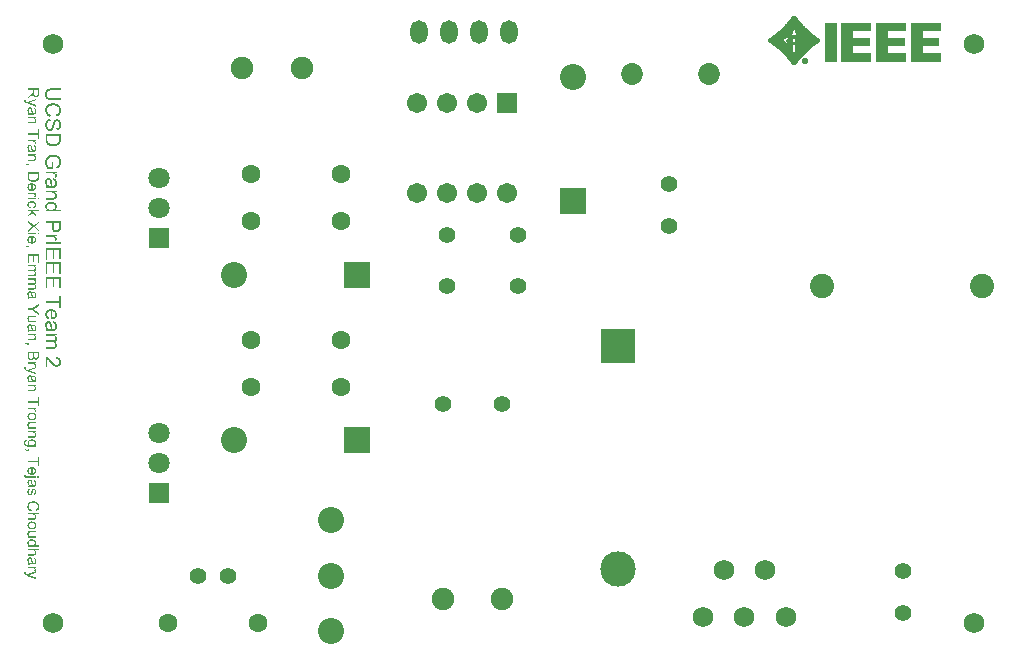
<source format=gts>
G04*
G04 #@! TF.GenerationSoftware,Altium Limited,Altium Designer,20.0.13 (296)*
G04*
G04 Layer_Color=8388736*
%FSLAX25Y25*%
%MOIN*%
G70*
G01*
G75*
%ADD18C,0.00051*%
%ADD19C,0.06800*%
%ADD20C,0.08674*%
%ADD21C,0.06312*%
%ADD22C,0.07099*%
%ADD23R,0.07099X0.07099*%
%ADD24O,0.05800X0.07800*%
%ADD25C,0.07296*%
%ADD26C,0.08083*%
%ADD27C,0.07493*%
%ADD28R,0.06706X0.06706*%
%ADD29C,0.06706*%
%ADD30R,0.11824X0.11824*%
%ADD31C,0.11824*%
%ADD32R,0.08674X0.08674*%
%ADD33R,0.08674X0.08674*%
%ADD34C,0.05524*%
G36*
X18958Y190252D02*
X18956Y190219D01*
Y190175D01*
X18953Y190125D01*
X18950Y190072D01*
X18945Y190011D01*
X18939Y189950D01*
X18933Y189886D01*
X18914Y189756D01*
X18903Y189695D01*
X18889Y189634D01*
X18872Y189576D01*
X18853Y189524D01*
Y189521D01*
X18847Y189513D01*
X18842Y189499D01*
X18834Y189479D01*
X18823Y189457D01*
X18806Y189432D01*
X18789Y189402D01*
X18770Y189371D01*
X18745Y189338D01*
X18720Y189302D01*
X18690Y189266D01*
X18656Y189230D01*
X18618Y189197D01*
X18579Y189161D01*
X18534Y189128D01*
X18487Y189097D01*
X18485Y189094D01*
X18476Y189089D01*
X18462Y189083D01*
X18443Y189072D01*
X18418Y189061D01*
X18388Y189047D01*
X18354Y189031D01*
X18318Y189017D01*
X18277Y189003D01*
X18233Y188986D01*
X18185Y188972D01*
X18136Y188961D01*
X18083Y188950D01*
X18028Y188942D01*
X17969Y188939D01*
X17911Y188936D01*
X17906D01*
X17895D01*
X17873Y188939D01*
X17842D01*
X17809Y188945D01*
X17767Y188950D01*
X17723Y188959D01*
X17673Y188970D01*
X17620Y188984D01*
X17565Y189000D01*
X17507Y189022D01*
X17449Y189047D01*
X17391Y189078D01*
X17335Y189114D01*
X17277Y189155D01*
X17224Y189202D01*
X17221Y189205D01*
X17213Y189213D01*
X17199Y189230D01*
X17180Y189252D01*
X17158Y189280D01*
X17133Y189316D01*
X17105Y189355D01*
X17075Y189402D01*
X17044Y189457D01*
X17014Y189515D01*
X16986Y189585D01*
X16956Y189657D01*
X16931Y189737D01*
X16906Y189823D01*
X16886Y189917D01*
X16870Y190017D01*
Y190014D01*
X16864Y190008D01*
X16861Y189997D01*
X16853Y189983D01*
X16845Y189967D01*
X16834Y189947D01*
X16809Y189903D01*
X16781Y189853D01*
X16748Y189803D01*
X16715Y189756D01*
X16679Y189712D01*
X16676Y189709D01*
X16670Y189701D01*
X16656Y189690D01*
X16643Y189673D01*
X16620Y189654D01*
X16598Y189632D01*
X16571Y189604D01*
X16537Y189576D01*
X16501Y189546D01*
X16463Y189513D01*
X16421Y189477D01*
X16377Y189441D01*
X16327Y189404D01*
X16277Y189366D01*
X16166Y189291D01*
X15125Y188629D01*
Y189263D01*
X15922Y189770D01*
X15925Y189773D01*
X15936Y189781D01*
X15956Y189792D01*
X15978Y189806D01*
X16008Y189825D01*
X16041Y189848D01*
X16078Y189873D01*
X16116Y189898D01*
X16202Y189956D01*
X16291Y190017D01*
X16374Y190078D01*
X16413Y190108D01*
X16449Y190136D01*
X16451Y190139D01*
X16457Y190141D01*
X16465Y190150D01*
X16479Y190161D01*
X16512Y190188D01*
X16551Y190222D01*
X16593Y190263D01*
X16637Y190305D01*
X16676Y190349D01*
X16706Y190393D01*
X16709Y190399D01*
X16717Y190413D01*
X16731Y190435D01*
X16745Y190465D01*
X16762Y190499D01*
X16781Y190537D01*
X16795Y190579D01*
X16809Y190623D01*
Y190626D01*
X16812Y190640D01*
X16814Y190662D01*
X16820Y190690D01*
X16823Y190729D01*
X16825Y190778D01*
X16828Y190837D01*
Y191493D01*
X15125D01*
Y192000D01*
X18958D01*
Y190252D01*
D02*
G37*
G36*
X17903Y187967D02*
X16294Y187388D01*
X16291D01*
X16280Y187382D01*
X16263Y187377D01*
X16241Y187369D01*
X16213Y187357D01*
X16180Y187346D01*
X16141Y187335D01*
X16100Y187319D01*
X16053Y187305D01*
X16003Y187288D01*
X15950Y187272D01*
X15895Y187255D01*
X15776Y187219D01*
X15651Y187186D01*
X15654D01*
X15665Y187183D01*
X15681Y187177D01*
X15706Y187172D01*
X15734Y187164D01*
X15770Y187153D01*
X15809Y187141D01*
X15850Y187130D01*
X15898Y187117D01*
X15947Y187100D01*
X16053Y187067D01*
X16166Y187031D01*
X16283Y186989D01*
X17903Y186393D01*
Y185925D01*
X15078Y186981D01*
X15072Y186984D01*
X15058Y186989D01*
X15033Y186997D01*
X15003Y187009D01*
X14967Y187022D01*
X14925Y187039D01*
X14878Y187058D01*
X14828Y187078D01*
X14723Y187119D01*
X14620Y187164D01*
X14571Y187186D01*
X14526Y187205D01*
X14485Y187224D01*
X14449Y187244D01*
X14446D01*
X14438Y187250D01*
X14427Y187258D01*
X14410Y187266D01*
X14393Y187277D01*
X14371Y187291D01*
X14321Y187327D01*
X14266Y187369D01*
X14210Y187418D01*
X14155Y187474D01*
X14133Y187502D01*
X14111Y187532D01*
Y187535D01*
X14105Y187540D01*
X14100Y187549D01*
X14094Y187560D01*
X14086Y187576D01*
X14075Y187596D01*
X14066Y187618D01*
X14055Y187643D01*
X14036Y187698D01*
X14017Y187765D01*
X14006Y187839D01*
X14000Y187920D01*
Y187945D01*
X14003Y187972D01*
X14008Y188008D01*
X14014Y188053D01*
X14025Y188105D01*
X14039Y188161D01*
X14058Y188222D01*
X14501Y188274D01*
Y188272D01*
X14499Y188269D01*
Y188260D01*
X14496Y188249D01*
X14488Y188219D01*
X14479Y188183D01*
X14471Y188141D01*
X14465Y188097D01*
X14460Y188050D01*
X14457Y188006D01*
Y187981D01*
X14460Y187950D01*
X14463Y187917D01*
X14471Y187875D01*
X14479Y187834D01*
X14493Y187795D01*
X14510Y187756D01*
X14513Y187751D01*
X14521Y187740D01*
X14532Y187723D01*
X14548Y187701D01*
X14568Y187676D01*
X14593Y187651D01*
X14623Y187626D01*
X14657Y187601D01*
X14659Y187599D01*
X14673Y187593D01*
X14681Y187587D01*
X14695Y187582D01*
X14709Y187576D01*
X14728Y187568D01*
X14748Y187557D01*
X14773Y187546D01*
X14803Y187535D01*
X14837Y187524D01*
X14873Y187510D01*
X14914Y187493D01*
X14958Y187477D01*
X15008Y187460D01*
X15011D01*
X15017Y187457D01*
X15025Y187454D01*
X15036Y187449D01*
X15053Y187443D01*
X15072Y187435D01*
X15097Y187427D01*
X15122Y187416D01*
X17903Y188468D01*
Y187967D01*
D02*
G37*
G36*
X15892Y185679D02*
X15909D01*
X15931Y185676D01*
X15980Y185671D01*
X16036Y185660D01*
X16100Y185643D01*
X16163Y185621D01*
X16227Y185590D01*
X16230D01*
X16235Y185585D01*
X16244Y185582D01*
X16255Y185574D01*
X16285Y185554D01*
X16324Y185527D01*
X16368Y185491D01*
X16413Y185449D01*
X16457Y185402D01*
X16499Y185349D01*
Y185346D01*
X16504Y185341D01*
X16510Y185333D01*
X16515Y185321D01*
X16523Y185308D01*
X16534Y185291D01*
X16557Y185249D01*
X16582Y185200D01*
X16607Y185142D01*
X16632Y185078D01*
X16654Y185009D01*
Y185006D01*
X16656Y185003D01*
Y184995D01*
X16659Y184984D01*
X16662Y184967D01*
X16668Y184950D01*
X16670Y184928D01*
X16676Y184903D01*
X16681Y184876D01*
X16687Y184845D01*
X16692Y184812D01*
X16698Y184773D01*
X16703Y184731D01*
X16712Y184687D01*
X16717Y184640D01*
X16723Y184590D01*
Y184585D01*
X16726Y184576D01*
Y184565D01*
X16731Y184535D01*
X16734Y184496D01*
X16742Y184449D01*
X16751Y184396D01*
X16759Y184335D01*
X16770Y184272D01*
X16781Y184205D01*
X16792Y184136D01*
X16820Y183997D01*
X16837Y183928D01*
X16853Y183864D01*
X16870Y183806D01*
X16886Y183751D01*
X16892D01*
X16903D01*
X16917D01*
X16936Y183748D01*
X16978D01*
X16994D01*
X17008D01*
X17011D01*
X17022D01*
X17036D01*
X17055Y183751D01*
X17077D01*
X17105Y183756D01*
X17166Y183765D01*
X17233Y183781D01*
X17302Y183806D01*
X17332Y183820D01*
X17363Y183840D01*
X17388Y183859D01*
X17413Y183884D01*
X17415Y183887D01*
X17421Y183892D01*
X17426Y183903D01*
X17438Y183917D01*
X17449Y183937D01*
X17462Y183959D01*
X17479Y183986D01*
X17493Y184017D01*
X17507Y184053D01*
X17523Y184094D01*
X17537Y184136D01*
X17548Y184186D01*
X17560Y184239D01*
X17568Y184294D01*
X17571Y184355D01*
X17573Y184418D01*
Y184449D01*
X17571Y184474D01*
Y184502D01*
X17568Y184532D01*
X17562Y184568D01*
X17560Y184604D01*
X17546Y184684D01*
X17523Y184765D01*
X17493Y184842D01*
X17476Y184878D01*
X17454Y184909D01*
Y184912D01*
X17449Y184914D01*
X17440Y184923D01*
X17432Y184934D01*
X17418Y184948D01*
X17402Y184961D01*
X17382Y184978D01*
X17360Y184997D01*
X17332Y185017D01*
X17302Y185036D01*
X17269Y185056D01*
X17233Y185072D01*
X17191Y185092D01*
X17147Y185111D01*
X17097Y185128D01*
X17044Y185142D01*
X17108Y185601D01*
X17111D01*
X17122Y185599D01*
X17136Y185596D01*
X17158Y185590D01*
X17183Y185582D01*
X17210Y185574D01*
X17244Y185565D01*
X17277Y185551D01*
X17355Y185524D01*
X17432Y185488D01*
X17512Y185446D01*
X17584Y185396D01*
X17587Y185394D01*
X17593Y185391D01*
X17601Y185382D01*
X17615Y185369D01*
X17629Y185355D01*
X17648Y185335D01*
X17668Y185316D01*
X17687Y185291D01*
X17709Y185263D01*
X17734Y185230D01*
X17756Y185197D01*
X17778Y185161D01*
X17803Y185119D01*
X17825Y185078D01*
X17845Y185031D01*
X17864Y184981D01*
Y184978D01*
X17870Y184970D01*
X17873Y184953D01*
X17881Y184934D01*
X17886Y184906D01*
X17895Y184876D01*
X17906Y184840D01*
X17914Y184801D01*
X17922Y184756D01*
X17933Y184707D01*
X17942Y184654D01*
X17947Y184599D01*
X17956Y184540D01*
X17958Y184479D01*
X17964Y184349D01*
Y184291D01*
X17961Y184261D01*
X17958Y184225D01*
X17956Y184186D01*
X17953Y184144D01*
X17942Y184053D01*
X17928Y183956D01*
X17906Y183862D01*
X17892Y183815D01*
X17878Y183773D01*
Y183770D01*
X17875Y183762D01*
X17870Y183751D01*
X17864Y183737D01*
X17856Y183718D01*
X17845Y183698D01*
X17820Y183649D01*
X17789Y183596D01*
X17753Y183540D01*
X17715Y183491D01*
X17668Y183446D01*
X17665D01*
X17662Y183441D01*
X17654Y183435D01*
X17645Y183430D01*
X17618Y183410D01*
X17579Y183388D01*
X17532Y183363D01*
X17479Y183341D01*
X17415Y183319D01*
X17346Y183299D01*
X17341D01*
X17332Y183297D01*
X17324D01*
X17310Y183294D01*
X17291Y183291D01*
X17271Y183288D01*
X17246Y183286D01*
X17219D01*
X17188Y183283D01*
X17152Y183280D01*
X17113Y183277D01*
X17069D01*
X17022Y183274D01*
X16969D01*
X16914D01*
X16288D01*
X16285D01*
X16280D01*
X16271D01*
X16260D01*
X16244D01*
X16227D01*
X16183D01*
X16130D01*
X16072Y183272D01*
X16005D01*
X15939D01*
X15798Y183269D01*
X15729Y183266D01*
X15659Y183263D01*
X15598Y183261D01*
X15543Y183255D01*
X15496Y183252D01*
X15474Y183250D01*
X15457Y183247D01*
X15454D01*
X15449Y183244D01*
X15440D01*
X15427Y183241D01*
X15413Y183236D01*
X15393Y183233D01*
X15349Y183219D01*
X15299Y183203D01*
X15244Y183183D01*
X15186Y183155D01*
X15125Y183125D01*
Y183615D01*
X15127D01*
X15130Y183618D01*
X15138Y183624D01*
X15149Y183626D01*
X15163Y183635D01*
X15183Y183640D01*
X15222Y183657D01*
X15274Y183673D01*
X15332Y183690D01*
X15396Y183701D01*
X15468Y183712D01*
X15465Y183715D01*
X15457Y183723D01*
X15446Y183737D01*
X15432Y183756D01*
X15413Y183781D01*
X15393Y183809D01*
X15368Y183840D01*
X15344Y183873D01*
X15318Y183912D01*
X15294Y183950D01*
X15241Y184036D01*
X15191Y184125D01*
X15172Y184172D01*
X15152Y184216D01*
Y184219D01*
X15149Y184227D01*
X15144Y184241D01*
X15138Y184258D01*
X15133Y184280D01*
X15125Y184308D01*
X15116Y184338D01*
X15108Y184371D01*
X15100Y184407D01*
X15091Y184449D01*
X15078Y184538D01*
X15067Y184632D01*
X15064Y184734D01*
Y184754D01*
X15067Y184779D01*
Y184809D01*
X15069Y184848D01*
X15075Y184892D01*
X15083Y184942D01*
X15091Y184995D01*
X15102Y185050D01*
X15119Y185106D01*
X15136Y185166D01*
X15158Y185225D01*
X15183Y185280D01*
X15213Y185338D01*
X15247Y185388D01*
X15285Y185438D01*
X15288Y185441D01*
X15296Y185449D01*
X15307Y185460D01*
X15327Y185477D01*
X15349Y185493D01*
X15374Y185515D01*
X15404Y185538D01*
X15440Y185560D01*
X15479Y185582D01*
X15524Y185604D01*
X15571Y185626D01*
X15620Y185643D01*
X15676Y185660D01*
X15731Y185671D01*
X15792Y185679D01*
X15856Y185682D01*
X15859D01*
X15864D01*
X15875D01*
X15892Y185679D01*
D02*
G37*
G36*
X17903Y182122D02*
X17507D01*
X17512Y182119D01*
X17526Y182108D01*
X17548Y182089D01*
X17579Y182067D01*
X17612Y182034D01*
X17651Y181995D01*
X17692Y181950D01*
X17737Y181898D01*
X17778Y181840D01*
X17820Y181773D01*
X17859Y181701D01*
X17892Y181621D01*
X17922Y181535D01*
X17944Y181444D01*
X17958Y181344D01*
X17964Y181239D01*
Y181197D01*
X17961Y181175D01*
X17958Y181147D01*
X17956Y181119D01*
X17953Y181086D01*
X17942Y181017D01*
X17925Y180939D01*
X17903Y180859D01*
X17873Y180779D01*
Y180776D01*
X17870Y180770D01*
X17864Y180759D01*
X17856Y180743D01*
X17848Y180726D01*
X17836Y180707D01*
X17809Y180660D01*
X17775Y180610D01*
X17734Y180557D01*
X17687Y180507D01*
X17634Y180463D01*
X17631D01*
X17629Y180457D01*
X17620Y180452D01*
X17609Y180446D01*
X17595Y180438D01*
X17579Y180427D01*
X17537Y180405D01*
X17487Y180380D01*
X17426Y180358D01*
X17360Y180335D01*
X17288Y180316D01*
X17285D01*
X17282D01*
X17274Y180313D01*
X17263Y180311D01*
X17249D01*
X17230Y180308D01*
X17208Y180305D01*
X17183Y180302D01*
X17152Y180299D01*
X17119Y180297D01*
X17083Y180294D01*
X17041D01*
X16994Y180291D01*
X16944Y180288D01*
X16889D01*
X16831D01*
X15125D01*
Y180759D01*
X16812D01*
X16814D01*
X16825D01*
X16839D01*
X16859D01*
X16884Y180762D01*
X16911D01*
X16942Y180765D01*
X16972D01*
X17044Y180773D01*
X17113Y180781D01*
X17183Y180795D01*
X17213Y180804D01*
X17241Y180815D01*
X17244D01*
X17246Y180817D01*
X17255Y180820D01*
X17266Y180826D01*
X17291Y180840D01*
X17324Y180859D01*
X17360Y180887D01*
X17399Y180920D01*
X17438Y180962D01*
X17471Y181011D01*
Y181014D01*
X17474Y181017D01*
X17479Y181025D01*
X17485Y181036D01*
X17499Y181064D01*
X17515Y181103D01*
X17529Y181153D01*
X17543Y181208D01*
X17554Y181269D01*
X17557Y181338D01*
Y181369D01*
X17554Y181388D01*
X17551Y181416D01*
X17546Y181446D01*
X17540Y181480D01*
X17532Y181516D01*
X17523Y181557D01*
X17510Y181599D01*
X17496Y181640D01*
X17476Y181685D01*
X17454Y181729D01*
X17429Y181773D01*
X17399Y181817D01*
X17366Y181859D01*
X17363Y181862D01*
X17357Y181867D01*
X17343Y181878D01*
X17327Y181892D01*
X17305Y181909D01*
X17277Y181928D01*
X17244Y181948D01*
X17202Y181967D01*
X17158Y181986D01*
X17105Y182006D01*
X17044Y182025D01*
X16978Y182042D01*
X16906Y182056D01*
X16825Y182067D01*
X16737Y182072D01*
X16640Y182075D01*
X15125D01*
Y182546D01*
X17903D01*
Y182122D01*
D02*
G37*
G36*
X18958Y175269D02*
X18507D01*
Y176538D01*
X15125D01*
Y177045D01*
X18507D01*
Y178308D01*
X18958D01*
Y175269D01*
D02*
G37*
G36*
X17903Y174388D02*
X17476D01*
X17479Y174386D01*
X17490Y174380D01*
X17504Y174372D01*
X17523Y174361D01*
X17548Y174347D01*
X17576Y174330D01*
X17637Y174291D01*
X17701Y174244D01*
X17767Y174194D01*
X17795Y174170D01*
X17823Y174145D01*
X17848Y174117D01*
X17867Y174092D01*
Y174089D01*
X17873Y174086D01*
X17875Y174078D01*
X17884Y174067D01*
X17897Y174039D01*
X17917Y174003D01*
X17933Y173956D01*
X17950Y173906D01*
X17961Y173851D01*
X17964Y173790D01*
Y173765D01*
X17961Y173749D01*
X17958Y173726D01*
X17956Y173701D01*
X17950Y173674D01*
X17944Y173640D01*
X17936Y173604D01*
X17928Y173566D01*
X17900Y173485D01*
X17884Y173441D01*
X17861Y173397D01*
X17839Y173352D01*
X17811Y173305D01*
X17377Y173471D01*
Y173474D01*
X17382Y173480D01*
X17385Y173488D01*
X17393Y173502D01*
X17399Y173516D01*
X17407Y173535D01*
X17426Y173580D01*
X17446Y173629D01*
X17460Y173688D01*
X17471Y173751D01*
X17476Y173815D01*
Y173840D01*
X17471Y173870D01*
X17465Y173906D01*
X17454Y173948D01*
X17438Y173995D01*
X17413Y174042D01*
X17382Y174089D01*
X17377Y174095D01*
X17366Y174109D01*
X17343Y174131D01*
X17316Y174156D01*
X17280Y174186D01*
X17235Y174214D01*
X17183Y174241D01*
X17125Y174264D01*
X17122D01*
X17113Y174267D01*
X17100Y174272D01*
X17080Y174275D01*
X17058Y174280D01*
X17030Y174289D01*
X16997Y174294D01*
X16964Y174302D01*
X16922Y174311D01*
X16881Y174316D01*
X16837Y174322D01*
X16789Y174330D01*
X16687Y174338D01*
X16576Y174341D01*
X15125D01*
Y174812D01*
X17903D01*
Y174388D01*
D02*
G37*
G36*
X15892Y173181D02*
X15909D01*
X15931Y173178D01*
X15980Y173172D01*
X16036Y173161D01*
X16100Y173145D01*
X16163Y173123D01*
X16227Y173092D01*
X16230D01*
X16235Y173086D01*
X16244Y173084D01*
X16255Y173075D01*
X16285Y173056D01*
X16324Y173028D01*
X16368Y172992D01*
X16413Y172951D01*
X16457Y172904D01*
X16499Y172851D01*
Y172848D01*
X16504Y172843D01*
X16510Y172834D01*
X16515Y172823D01*
X16523Y172809D01*
X16534Y172793D01*
X16557Y172751D01*
X16582Y172701D01*
X16607Y172643D01*
X16632Y172580D01*
X16654Y172510D01*
Y172508D01*
X16656Y172505D01*
Y172496D01*
X16659Y172485D01*
X16662Y172469D01*
X16668Y172452D01*
X16670Y172430D01*
X16676Y172405D01*
X16681Y172377D01*
X16687Y172347D01*
X16692Y172314D01*
X16698Y172275D01*
X16703Y172233D01*
X16712Y172189D01*
X16717Y172142D01*
X16723Y172092D01*
Y172087D01*
X16726Y172078D01*
Y172067D01*
X16731Y172037D01*
X16734Y171998D01*
X16742Y171951D01*
X16751Y171898D01*
X16759Y171837D01*
X16770Y171774D01*
X16781Y171707D01*
X16792Y171638D01*
X16820Y171499D01*
X16837Y171430D01*
X16853Y171366D01*
X16870Y171308D01*
X16886Y171253D01*
X16892D01*
X16903D01*
X16917D01*
X16936Y171250D01*
X16978D01*
X16994D01*
X17008D01*
X17011D01*
X17022D01*
X17036D01*
X17055Y171253D01*
X17077D01*
X17105Y171258D01*
X17166Y171267D01*
X17233Y171283D01*
X17302Y171308D01*
X17332Y171322D01*
X17363Y171341D01*
X17388Y171361D01*
X17413Y171386D01*
X17415Y171388D01*
X17421Y171394D01*
X17426Y171405D01*
X17438Y171419D01*
X17449Y171438D01*
X17462Y171460D01*
X17479Y171488D01*
X17493Y171519D01*
X17507Y171555D01*
X17523Y171596D01*
X17537Y171638D01*
X17548Y171688D01*
X17560Y171740D01*
X17568Y171796D01*
X17571Y171857D01*
X17573Y171920D01*
Y171951D01*
X17571Y171976D01*
Y172003D01*
X17568Y172034D01*
X17562Y172070D01*
X17560Y172106D01*
X17546Y172186D01*
X17523Y172266D01*
X17493Y172344D01*
X17476Y172380D01*
X17454Y172411D01*
Y172413D01*
X17449Y172416D01*
X17440Y172424D01*
X17432Y172435D01*
X17418Y172449D01*
X17402Y172463D01*
X17382Y172480D01*
X17360Y172499D01*
X17332Y172519D01*
X17302Y172538D01*
X17269Y172557D01*
X17233Y172574D01*
X17191Y172593D01*
X17147Y172613D01*
X17097Y172629D01*
X17044Y172643D01*
X17108Y173103D01*
X17111D01*
X17122Y173100D01*
X17136Y173098D01*
X17158Y173092D01*
X17183Y173084D01*
X17210Y173075D01*
X17244Y173067D01*
X17277Y173053D01*
X17355Y173026D01*
X17432Y172989D01*
X17512Y172948D01*
X17584Y172898D01*
X17587Y172895D01*
X17593Y172892D01*
X17601Y172884D01*
X17615Y172870D01*
X17629Y172856D01*
X17648Y172837D01*
X17668Y172818D01*
X17687Y172793D01*
X17709Y172765D01*
X17734Y172732D01*
X17756Y172699D01*
X17778Y172663D01*
X17803Y172621D01*
X17825Y172580D01*
X17845Y172532D01*
X17864Y172483D01*
Y172480D01*
X17870Y172471D01*
X17873Y172455D01*
X17881Y172435D01*
X17886Y172408D01*
X17895Y172377D01*
X17906Y172341D01*
X17914Y172302D01*
X17922Y172258D01*
X17933Y172208D01*
X17942Y172156D01*
X17947Y172100D01*
X17956Y172042D01*
X17958Y171981D01*
X17964Y171851D01*
Y171793D01*
X17961Y171762D01*
X17958Y171726D01*
X17956Y171688D01*
X17953Y171646D01*
X17942Y171555D01*
X17928Y171458D01*
X17906Y171363D01*
X17892Y171316D01*
X17878Y171275D01*
Y171272D01*
X17875Y171264D01*
X17870Y171253D01*
X17864Y171239D01*
X17856Y171220D01*
X17845Y171200D01*
X17820Y171150D01*
X17789Y171098D01*
X17753Y171042D01*
X17715Y170992D01*
X17668Y170948D01*
X17665D01*
X17662Y170942D01*
X17654Y170937D01*
X17645Y170931D01*
X17618Y170912D01*
X17579Y170890D01*
X17532Y170865D01*
X17479Y170843D01*
X17415Y170821D01*
X17346Y170801D01*
X17341D01*
X17332Y170798D01*
X17324D01*
X17310Y170796D01*
X17291Y170793D01*
X17271Y170790D01*
X17246Y170787D01*
X17219D01*
X17188Y170785D01*
X17152Y170782D01*
X17113Y170779D01*
X17069D01*
X17022Y170776D01*
X16969D01*
X16914D01*
X16288D01*
X16285D01*
X16280D01*
X16271D01*
X16260D01*
X16244D01*
X16227D01*
X16183D01*
X16130D01*
X16072Y170773D01*
X16005D01*
X15939D01*
X15798Y170771D01*
X15729Y170768D01*
X15659Y170765D01*
X15598Y170762D01*
X15543Y170757D01*
X15496Y170754D01*
X15474Y170751D01*
X15457Y170749D01*
X15454D01*
X15449Y170746D01*
X15440D01*
X15427Y170743D01*
X15413Y170738D01*
X15393Y170735D01*
X15349Y170721D01*
X15299Y170704D01*
X15244Y170685D01*
X15186Y170657D01*
X15125Y170627D01*
Y171117D01*
X15127D01*
X15130Y171120D01*
X15138Y171125D01*
X15149Y171128D01*
X15163Y171136D01*
X15183Y171142D01*
X15222Y171159D01*
X15274Y171175D01*
X15332Y171192D01*
X15396Y171203D01*
X15468Y171214D01*
X15465Y171217D01*
X15457Y171225D01*
X15446Y171239D01*
X15432Y171258D01*
X15413Y171283D01*
X15393Y171311D01*
X15368Y171341D01*
X15344Y171375D01*
X15318Y171413D01*
X15294Y171452D01*
X15241Y171538D01*
X15191Y171627D01*
X15172Y171674D01*
X15152Y171718D01*
Y171721D01*
X15149Y171729D01*
X15144Y171743D01*
X15138Y171760D01*
X15133Y171782D01*
X15125Y171809D01*
X15116Y171840D01*
X15108Y171873D01*
X15100Y171909D01*
X15091Y171951D01*
X15078Y172039D01*
X15067Y172134D01*
X15064Y172236D01*
Y172255D01*
X15067Y172280D01*
Y172311D01*
X15069Y172350D01*
X15075Y172394D01*
X15083Y172444D01*
X15091Y172496D01*
X15102Y172552D01*
X15119Y172607D01*
X15136Y172668D01*
X15158Y172726D01*
X15183Y172782D01*
X15213Y172840D01*
X15247Y172890D01*
X15285Y172940D01*
X15288Y172942D01*
X15296Y172951D01*
X15307Y172962D01*
X15327Y172978D01*
X15349Y172995D01*
X15374Y173017D01*
X15404Y173039D01*
X15440Y173062D01*
X15479Y173084D01*
X15524Y173106D01*
X15571Y173128D01*
X15620Y173145D01*
X15676Y173161D01*
X15731Y173172D01*
X15792Y173181D01*
X15856Y173183D01*
X15859D01*
X15864D01*
X15875D01*
X15892Y173181D01*
D02*
G37*
G36*
X17903Y169624D02*
X17507D01*
X17512Y169621D01*
X17526Y169610D01*
X17548Y169591D01*
X17579Y169569D01*
X17612Y169535D01*
X17651Y169497D01*
X17692Y169452D01*
X17737Y169400D01*
X17778Y169341D01*
X17820Y169275D01*
X17859Y169203D01*
X17892Y169123D01*
X17922Y169037D01*
X17944Y168945D01*
X17958Y168846D01*
X17964Y168740D01*
Y168699D01*
X17961Y168677D01*
X17958Y168649D01*
X17956Y168621D01*
X17953Y168588D01*
X17942Y168519D01*
X17925Y168441D01*
X17903Y168361D01*
X17873Y168280D01*
Y168278D01*
X17870Y168272D01*
X17864Y168261D01*
X17856Y168245D01*
X17848Y168228D01*
X17836Y168209D01*
X17809Y168161D01*
X17775Y168112D01*
X17734Y168059D01*
X17687Y168009D01*
X17634Y167965D01*
X17631D01*
X17629Y167959D01*
X17620Y167954D01*
X17609Y167948D01*
X17595Y167940D01*
X17579Y167929D01*
X17537Y167906D01*
X17487Y167882D01*
X17426Y167859D01*
X17360Y167837D01*
X17288Y167818D01*
X17285D01*
X17282D01*
X17274Y167815D01*
X17263Y167812D01*
X17249D01*
X17230Y167810D01*
X17208Y167807D01*
X17183Y167804D01*
X17152Y167801D01*
X17119Y167798D01*
X17083Y167796D01*
X17041D01*
X16994Y167793D01*
X16944Y167790D01*
X16889D01*
X16831D01*
X15125D01*
Y168261D01*
X16812D01*
X16814D01*
X16825D01*
X16839D01*
X16859D01*
X16884Y168264D01*
X16911D01*
X16942Y168267D01*
X16972D01*
X17044Y168275D01*
X17113Y168283D01*
X17183Y168297D01*
X17213Y168305D01*
X17241Y168316D01*
X17244D01*
X17246Y168319D01*
X17255Y168322D01*
X17266Y168328D01*
X17291Y168341D01*
X17324Y168361D01*
X17360Y168388D01*
X17399Y168422D01*
X17438Y168463D01*
X17471Y168513D01*
Y168516D01*
X17474Y168519D01*
X17479Y168527D01*
X17485Y168538D01*
X17499Y168566D01*
X17515Y168605D01*
X17529Y168654D01*
X17543Y168710D01*
X17554Y168771D01*
X17557Y168840D01*
Y168870D01*
X17554Y168890D01*
X17551Y168918D01*
X17546Y168948D01*
X17540Y168981D01*
X17532Y169017D01*
X17523Y169059D01*
X17510Y169100D01*
X17496Y169142D01*
X17476Y169186D01*
X17454Y169231D01*
X17429Y169275D01*
X17399Y169319D01*
X17366Y169361D01*
X17363Y169364D01*
X17357Y169369D01*
X17343Y169380D01*
X17327Y169394D01*
X17305Y169411D01*
X17277Y169430D01*
X17244Y169449D01*
X17202Y169469D01*
X17158Y169488D01*
X17105Y169508D01*
X17044Y169527D01*
X16978Y169544D01*
X16906Y169557D01*
X16825Y169569D01*
X16737Y169574D01*
X16640Y169577D01*
X15125D01*
Y170048D01*
X17903D01*
Y169624D01*
D02*
G37*
G36*
X14568Y166973D02*
X14571Y166970D01*
X14576Y166962D01*
X14582Y166951D01*
X14596Y166926D01*
X14618Y166893D01*
X14645Y166859D01*
X14679Y166823D01*
X14717Y166788D01*
X14762Y166760D01*
X14764D01*
X14767Y166757D01*
X14776Y166754D01*
X14787Y166749D01*
X14798Y166743D01*
X14814Y166738D01*
X14834Y166729D01*
X14856Y166724D01*
X14906Y166707D01*
X14969Y166696D01*
X15042Y166685D01*
X15125Y166679D01*
Y166945D01*
X15659D01*
Y166411D01*
X15125D01*
X15122D01*
X15111D01*
X15097D01*
X15075Y166413D01*
X15050D01*
X15022Y166416D01*
X14989Y166419D01*
X14956Y166425D01*
X14878Y166436D01*
X14800Y166455D01*
X14720Y166480D01*
X14648Y166516D01*
X14645D01*
X14640Y166522D01*
X14632Y166527D01*
X14618Y166535D01*
X14584Y166560D01*
X14546Y166596D01*
X14499Y166643D01*
X14451Y166699D01*
X14407Y166768D01*
X14385Y166804D01*
X14366Y166846D01*
X14568Y166976D01*
Y166973D01*
D02*
G37*
G36*
X18958Y162641D02*
X18956Y162605D01*
Y162560D01*
X18953Y162513D01*
Y162461D01*
X18945Y162350D01*
X18936Y162236D01*
X18928Y162181D01*
X18922Y162128D01*
X18914Y162078D01*
X18903Y162031D01*
Y162029D01*
X18900Y162018D01*
X18895Y162001D01*
X18889Y161976D01*
X18878Y161948D01*
X18867Y161915D01*
X18856Y161879D01*
X18839Y161837D01*
X18803Y161752D01*
X18753Y161657D01*
X18698Y161563D01*
X18665Y161516D01*
X18629Y161472D01*
X18626Y161469D01*
X18618Y161458D01*
X18601Y161441D01*
X18582Y161422D01*
X18557Y161397D01*
X18526Y161367D01*
X18490Y161336D01*
X18451Y161300D01*
X18404Y161264D01*
X18354Y161228D01*
X18302Y161189D01*
X18244Y161151D01*
X18180Y161115D01*
X18116Y161081D01*
X18044Y161048D01*
X17972Y161018D01*
X17967Y161015D01*
X17953Y161012D01*
X17933Y161004D01*
X17903Y160993D01*
X17864Y160982D01*
X17820Y160970D01*
X17767Y160957D01*
X17709Y160940D01*
X17645Y160926D01*
X17573Y160912D01*
X17499Y160901D01*
X17418Y160890D01*
X17335Y160879D01*
X17246Y160871D01*
X17155Y160868D01*
X17061Y160865D01*
X17055D01*
X17041D01*
X17019D01*
X16986Y160868D01*
X16950D01*
X16906Y160871D01*
X16856Y160873D01*
X16801Y160879D01*
X16742Y160885D01*
X16679Y160890D01*
X16548Y160909D01*
X16415Y160934D01*
X16285Y160968D01*
X16283D01*
X16271Y160973D01*
X16252Y160979D01*
X16230Y160987D01*
X16202Y160995D01*
X16169Y161009D01*
X16130Y161023D01*
X16091Y161040D01*
X16003Y161076D01*
X15909Y161123D01*
X15817Y161173D01*
X15729Y161231D01*
X15726Y161234D01*
X15720Y161239D01*
X15706Y161248D01*
X15692Y161258D01*
X15673Y161272D01*
X15651Y161292D01*
X15601Y161333D01*
X15546Y161386D01*
X15487Y161444D01*
X15432Y161511D01*
X15380Y161580D01*
Y161583D01*
X15374Y161588D01*
X15368Y161599D01*
X15360Y161613D01*
X15349Y161633D01*
X15338Y161655D01*
X15324Y161680D01*
X15310Y161707D01*
X15294Y161741D01*
X15277Y161774D01*
X15263Y161812D01*
X15247Y161851D01*
X15216Y161940D01*
X15188Y162037D01*
Y162040D01*
X15186Y162048D01*
X15183Y162065D01*
X15177Y162084D01*
X15175Y162109D01*
X15169Y162139D01*
X15163Y162175D01*
X15158Y162214D01*
X15149Y162259D01*
X15144Y162306D01*
X15138Y162355D01*
X15136Y162411D01*
X15130Y162466D01*
X15127Y162527D01*
X15125Y162652D01*
Y164034D01*
X18958D01*
Y162641D01*
D02*
G37*
G36*
X16537Y160380D02*
X16557D01*
X16579D01*
X16607Y160378D01*
X16665Y160372D01*
X16731Y160364D01*
X16806Y160353D01*
X16889Y160339D01*
X16972Y160319D01*
X17061Y160295D01*
X17152Y160267D01*
X17244Y160231D01*
X17332Y160189D01*
X17418Y160142D01*
X17501Y160087D01*
X17576Y160023D01*
X17582Y160018D01*
X17593Y160006D01*
X17612Y159987D01*
X17637Y159957D01*
X17668Y159921D01*
X17698Y159879D01*
X17734Y159829D01*
X17770Y159771D01*
X17806Y159707D01*
X17842Y159635D01*
X17875Y159561D01*
X17903Y159477D01*
X17928Y159386D01*
X17947Y159292D01*
X17958Y159192D01*
X17964Y159087D01*
Y159062D01*
X17961Y159034D01*
X17958Y158995D01*
X17953Y158946D01*
X17944Y158893D01*
X17933Y158832D01*
X17917Y158765D01*
X17897Y158694D01*
X17873Y158622D01*
X17842Y158544D01*
X17803Y158469D01*
X17762Y158392D01*
X17709Y158320D01*
X17651Y158248D01*
X17584Y158178D01*
X17579Y158176D01*
X17568Y158162D01*
X17546Y158145D01*
X17515Y158123D01*
X17476Y158095D01*
X17429Y158065D01*
X17374Y158034D01*
X17310Y158001D01*
X17238Y157968D01*
X17158Y157934D01*
X17069Y157907D01*
X16975Y157879D01*
X16872Y157857D01*
X16762Y157838D01*
X16643Y157826D01*
X16518Y157824D01*
X16515D01*
X16510D01*
X16501D01*
X16488D01*
X16468D01*
X16449D01*
X16424Y157826D01*
X16393D01*
Y159898D01*
X16388D01*
X16374Y159896D01*
X16349D01*
X16319Y159890D01*
X16280Y159885D01*
X16235Y159879D01*
X16188Y159868D01*
X16136Y159857D01*
X16078Y159843D01*
X16022Y159824D01*
X15964Y159804D01*
X15906Y159779D01*
X15848Y159752D01*
X15792Y159718D01*
X15740Y159682D01*
X15692Y159641D01*
X15690Y159638D01*
X15681Y159630D01*
X15670Y159616D01*
X15654Y159599D01*
X15637Y159577D01*
X15618Y159549D01*
X15596Y159516D01*
X15573Y159480D01*
X15548Y159441D01*
X15529Y159397D01*
X15507Y159350D01*
X15490Y159297D01*
X15474Y159242D01*
X15463Y159184D01*
X15454Y159123D01*
X15451Y159059D01*
Y159034D01*
X15454Y159015D01*
X15457Y158993D01*
X15460Y158968D01*
X15463Y158937D01*
X15468Y158907D01*
X15485Y158838D01*
X15510Y158763D01*
X15524Y158724D01*
X15543Y158688D01*
X15562Y158652D01*
X15587Y158616D01*
X15590Y158613D01*
X15593Y158608D01*
X15601Y158599D01*
X15612Y158586D01*
X15629Y158569D01*
X15645Y158552D01*
X15667Y158533D01*
X15692Y158511D01*
X15723Y158489D01*
X15753Y158464D01*
X15789Y158441D01*
X15828Y158416D01*
X15872Y158392D01*
X15920Y158369D01*
X15969Y158347D01*
X16025Y158325D01*
X15961Y157840D01*
X15956D01*
X15942Y157846D01*
X15920Y157854D01*
X15892Y157862D01*
X15856Y157876D01*
X15814Y157893D01*
X15767Y157912D01*
X15717Y157937D01*
X15667Y157965D01*
X15612Y157995D01*
X15557Y158031D01*
X15501Y158070D01*
X15449Y158112D01*
X15396Y158159D01*
X15346Y158212D01*
X15299Y158267D01*
X15296Y158270D01*
X15288Y158281D01*
X15277Y158297D01*
X15263Y158322D01*
X15244Y158353D01*
X15224Y158392D01*
X15202Y158433D01*
X15183Y158483D01*
X15161Y158538D01*
X15138Y158597D01*
X15119Y158663D01*
X15100Y158732D01*
X15086Y158807D01*
X15075Y158887D01*
X15067Y158973D01*
X15064Y159062D01*
Y159090D01*
X15067Y159104D01*
Y159120D01*
X15069Y159162D01*
X15075Y159214D01*
X15083Y159273D01*
X15094Y159339D01*
X15111Y159411D01*
X15130Y159486D01*
X15155Y159566D01*
X15186Y159646D01*
X15222Y159727D01*
X15263Y159807D01*
X15313Y159885D01*
X15371Y159959D01*
X15438Y160029D01*
X15443Y160031D01*
X15454Y160043D01*
X15476Y160062D01*
X15507Y160084D01*
X15546Y160112D01*
X15593Y160140D01*
X15645Y160173D01*
X15709Y160206D01*
X15781Y160239D01*
X15859Y160270D01*
X15945Y160300D01*
X16039Y160328D01*
X16141Y160350D01*
X16249Y160367D01*
X16366Y160380D01*
X16490Y160383D01*
X16493D01*
X16499D01*
X16507D01*
X16521D01*
X16537Y160380D01*
D02*
G37*
G36*
X17903Y156829D02*
X17476D01*
X17479Y156826D01*
X17490Y156821D01*
X17504Y156813D01*
X17523Y156802D01*
X17548Y156788D01*
X17576Y156771D01*
X17637Y156732D01*
X17701Y156685D01*
X17767Y156635D01*
X17795Y156611D01*
X17823Y156586D01*
X17848Y156558D01*
X17867Y156533D01*
Y156530D01*
X17873Y156527D01*
X17875Y156519D01*
X17884Y156508D01*
X17897Y156480D01*
X17917Y156444D01*
X17933Y156397D01*
X17950Y156347D01*
X17961Y156292D01*
X17964Y156231D01*
Y156206D01*
X17961Y156189D01*
X17958Y156167D01*
X17956Y156142D01*
X17950Y156115D01*
X17944Y156081D01*
X17936Y156045D01*
X17928Y156007D01*
X17900Y155926D01*
X17884Y155882D01*
X17861Y155838D01*
X17839Y155793D01*
X17811Y155746D01*
X17377Y155912D01*
Y155915D01*
X17382Y155921D01*
X17385Y155929D01*
X17393Y155943D01*
X17399Y155957D01*
X17407Y155976D01*
X17426Y156020D01*
X17446Y156070D01*
X17460Y156129D01*
X17471Y156192D01*
X17476Y156256D01*
Y156281D01*
X17471Y156311D01*
X17465Y156347D01*
X17454Y156389D01*
X17438Y156436D01*
X17413Y156483D01*
X17382Y156530D01*
X17377Y156536D01*
X17366Y156550D01*
X17343Y156572D01*
X17316Y156597D01*
X17280Y156627D01*
X17235Y156655D01*
X17183Y156683D01*
X17125Y156705D01*
X17122D01*
X17113Y156707D01*
X17100Y156713D01*
X17080Y156716D01*
X17058Y156721D01*
X17030Y156730D01*
X16997Y156735D01*
X16964Y156743D01*
X16922Y156752D01*
X16881Y156757D01*
X16837Y156763D01*
X16789Y156771D01*
X16687Y156779D01*
X16576Y156782D01*
X15125D01*
Y157253D01*
X17903D01*
Y156829D01*
D02*
G37*
G36*
X18958Y154993D02*
X18418D01*
Y155464D01*
X18958D01*
Y154993D01*
D02*
G37*
G36*
X17903D02*
X15125D01*
Y155464D01*
X17903D01*
Y154993D01*
D02*
G37*
G36*
X16576Y154417D02*
X16615Y154414D01*
X16662Y154411D01*
X16712Y154408D01*
X16767Y154400D01*
X16828Y154394D01*
X16892Y154383D01*
X17022Y154358D01*
X17091Y154342D01*
X17158Y154320D01*
X17224Y154297D01*
X17288Y154273D01*
X17291Y154270D01*
X17302Y154264D01*
X17321Y154256D01*
X17343Y154245D01*
X17371Y154228D01*
X17404Y154209D01*
X17440Y154187D01*
X17479Y154159D01*
X17518Y154129D01*
X17560Y154095D01*
X17604Y154059D01*
X17645Y154018D01*
X17684Y153973D01*
X17726Y153926D01*
X17762Y153874D01*
X17795Y153818D01*
X17798Y153816D01*
X17803Y153805D01*
X17811Y153788D01*
X17823Y153766D01*
X17834Y153738D01*
X17848Y153702D01*
X17864Y153663D01*
X17881Y153622D01*
X17895Y153575D01*
X17911Y153522D01*
X17925Y153469D01*
X17939Y153411D01*
X17947Y153350D01*
X17956Y153287D01*
X17961Y153223D01*
X17964Y153156D01*
Y153137D01*
X17961Y153112D01*
Y153082D01*
X17956Y153043D01*
X17953Y152998D01*
X17944Y152948D01*
X17936Y152893D01*
X17922Y152835D01*
X17909Y152777D01*
X17889Y152716D01*
X17867Y152652D01*
X17842Y152591D01*
X17809Y152530D01*
X17775Y152472D01*
X17734Y152417D01*
X17731Y152414D01*
X17723Y152403D01*
X17709Y152389D01*
X17692Y152370D01*
X17668Y152348D01*
X17640Y152320D01*
X17606Y152292D01*
X17568Y152262D01*
X17523Y152231D01*
X17474Y152201D01*
X17421Y152167D01*
X17363Y152140D01*
X17302Y152109D01*
X17233Y152084D01*
X17163Y152062D01*
X17086Y152046D01*
X17017Y152503D01*
X17019D01*
X17028Y152505D01*
X17044Y152511D01*
X17061Y152516D01*
X17086Y152522D01*
X17111Y152533D01*
X17141Y152544D01*
X17172Y152555D01*
X17241Y152588D01*
X17310Y152630D01*
X17377Y152677D01*
X17407Y152705D01*
X17435Y152735D01*
X17438Y152738D01*
X17440Y152744D01*
X17449Y152752D01*
X17457Y152766D01*
X17468Y152780D01*
X17479Y152799D01*
X17493Y152821D01*
X17507Y152849D01*
X17532Y152907D01*
X17554Y152973D01*
X17571Y153051D01*
X17573Y153093D01*
X17576Y153137D01*
Y153154D01*
X17573Y153170D01*
Y153195D01*
X17568Y153226D01*
X17562Y153262D01*
X17554Y153300D01*
X17546Y153342D01*
X17532Y153386D01*
X17515Y153433D01*
X17493Y153480D01*
X17468Y153530D01*
X17440Y153577D01*
X17404Y153624D01*
X17366Y153669D01*
X17321Y153713D01*
X17319Y153716D01*
X17310Y153721D01*
X17293Y153732D01*
X17274Y153746D01*
X17246Y153766D01*
X17210Y153782D01*
X17172Y153805D01*
X17125Y153824D01*
X17072Y153843D01*
X17014Y153865D01*
X16947Y153882D01*
X16872Y153899D01*
X16795Y153915D01*
X16709Y153926D01*
X16615Y153932D01*
X16515Y153935D01*
X16512D01*
X16510D01*
X16501D01*
X16490D01*
X16463Y153932D01*
X16424D01*
X16377Y153929D01*
X16324Y153924D01*
X16266Y153918D01*
X16205Y153907D01*
X16138Y153896D01*
X16072Y153882D01*
X16003Y153865D01*
X15936Y153843D01*
X15872Y153821D01*
X15812Y153791D01*
X15753Y153760D01*
X15704Y153721D01*
X15701Y153719D01*
X15692Y153710D01*
X15681Y153699D01*
X15665Y153683D01*
X15645Y153660D01*
X15623Y153636D01*
X15601Y153605D01*
X15579Y153572D01*
X15554Y153533D01*
X15532Y153491D01*
X15510Y153444D01*
X15490Y153394D01*
X15474Y153342D01*
X15463Y153287D01*
X15454Y153226D01*
X15451Y153162D01*
Y153134D01*
X15454Y153115D01*
X15457Y153093D01*
X15460Y153065D01*
X15465Y153034D01*
X15474Y153001D01*
X15493Y152926D01*
X15507Y152888D01*
X15524Y152849D01*
X15543Y152810D01*
X15565Y152771D01*
X15590Y152735D01*
X15620Y152699D01*
X15623Y152697D01*
X15629Y152691D01*
X15640Y152683D01*
X15654Y152669D01*
X15670Y152655D01*
X15692Y152638D01*
X15720Y152619D01*
X15751Y152600D01*
X15784Y152580D01*
X15823Y152561D01*
X15864Y152541D01*
X15914Y152522D01*
X15964Y152503D01*
X16019Y152489D01*
X16080Y152475D01*
X16144Y152464D01*
X16080Y152001D01*
X16075D01*
X16058Y152004D01*
X16033Y152009D01*
X16000Y152018D01*
X15961Y152029D01*
X15914Y152043D01*
X15864Y152059D01*
X15806Y152079D01*
X15748Y152104D01*
X15687Y152131D01*
X15626Y152162D01*
X15562Y152198D01*
X15501Y152239D01*
X15440Y152284D01*
X15385Y152336D01*
X15332Y152392D01*
X15330Y152394D01*
X15321Y152406D01*
X15307Y152422D01*
X15291Y152447D01*
X15271Y152478D01*
X15247Y152514D01*
X15224Y152555D01*
X15199Y152605D01*
X15172Y152658D01*
X15149Y152716D01*
X15127Y152780D01*
X15105Y152846D01*
X15089Y152918D01*
X15075Y152996D01*
X15067Y153076D01*
X15064Y153159D01*
Y153184D01*
X15067Y153215D01*
X15069Y153253D01*
X15075Y153300D01*
X15083Y153356D01*
X15094Y153419D01*
X15111Y153486D01*
X15130Y153558D01*
X15155Y153633D01*
X15186Y153708D01*
X15222Y153785D01*
X15263Y153860D01*
X15313Y153935D01*
X15368Y154007D01*
X15435Y154073D01*
X15440Y154076D01*
X15451Y154087D01*
X15474Y154106D01*
X15504Y154126D01*
X15543Y154154D01*
X15590Y154184D01*
X15645Y154214D01*
X15706Y154245D01*
X15778Y154278D01*
X15859Y154309D01*
X15947Y154339D01*
X16041Y154364D01*
X16144Y154386D01*
X16255Y154406D01*
X16374Y154417D01*
X16501Y154419D01*
X16507D01*
X16521D01*
X16546D01*
X16576Y154417D01*
D02*
G37*
G36*
X18958Y151126D02*
X16770D01*
X17903Y150012D01*
Y149403D01*
X16870Y150464D01*
X15125Y149295D01*
Y149877D01*
X16546Y150796D01*
X16224Y151126D01*
X15125D01*
Y151597D01*
X18958D01*
Y151126D01*
D02*
G37*
G36*
X17111Y146281D02*
X18958Y147589D01*
Y146982D01*
X17978Y146284D01*
X17975Y146281D01*
X17964Y146276D01*
X17947Y146262D01*
X17928Y146248D01*
X17903Y146231D01*
X17873Y146209D01*
X17839Y146187D01*
X17806Y146162D01*
X17728Y146112D01*
X17651Y146062D01*
X17576Y146015D01*
X17540Y145993D01*
X17507Y145976D01*
X17510Y145974D01*
X17515Y145971D01*
X17526Y145963D01*
X17543Y145954D01*
X17560Y145940D01*
X17582Y145927D01*
X17609Y145910D01*
X17637Y145891D01*
X17701Y145846D01*
X17773Y145796D01*
X17853Y145738D01*
X17936Y145675D01*
X18958Y144907D01*
Y144353D01*
X17136Y145683D01*
X15125Y144248D01*
Y144877D01*
X16490Y145844D01*
X16496Y145846D01*
X16510Y145857D01*
X16534Y145874D01*
X16562Y145893D01*
X16598Y145918D01*
X16637Y145943D01*
X16723Y146001D01*
X16720D01*
X16715Y146007D01*
X16703Y146012D01*
X16692Y146021D01*
X16656Y146043D01*
X16618Y146071D01*
X16571Y146101D01*
X16526Y146129D01*
X16485Y146157D01*
X16451Y146181D01*
X15125Y147154D01*
Y147763D01*
X17111Y146281D01*
D02*
G37*
G36*
X18958Y143389D02*
X18418D01*
Y143860D01*
X18958D01*
Y143389D01*
D02*
G37*
G36*
X17903D02*
X15125D01*
Y143860D01*
X17903D01*
Y143389D01*
D02*
G37*
G36*
X16537Y142827D02*
X16557D01*
X16579D01*
X16607Y142824D01*
X16665Y142819D01*
X16731Y142810D01*
X16806Y142799D01*
X16889Y142785D01*
X16972Y142766D01*
X17061Y142741D01*
X17152Y142713D01*
X17244Y142677D01*
X17332Y142636D01*
X17418Y142589D01*
X17501Y142533D01*
X17576Y142470D01*
X17582Y142464D01*
X17593Y142453D01*
X17612Y142434D01*
X17637Y142403D01*
X17668Y142367D01*
X17698Y142326D01*
X17734Y142276D01*
X17770Y142218D01*
X17806Y142154D01*
X17842Y142082D01*
X17875Y142007D01*
X17903Y141924D01*
X17928Y141832D01*
X17947Y141738D01*
X17958Y141639D01*
X17964Y141533D01*
Y141508D01*
X17961Y141481D01*
X17958Y141442D01*
X17953Y141392D01*
X17944Y141340D01*
X17933Y141279D01*
X17917Y141212D01*
X17897Y141140D01*
X17873Y141068D01*
X17842Y140990D01*
X17803Y140916D01*
X17762Y140838D01*
X17709Y140766D01*
X17651Y140694D01*
X17584Y140625D01*
X17579Y140622D01*
X17568Y140608D01*
X17546Y140592D01*
X17515Y140569D01*
X17476Y140542D01*
X17429Y140511D01*
X17374Y140481D01*
X17310Y140447D01*
X17238Y140414D01*
X17158Y140381D01*
X17069Y140353D01*
X16975Y140326D01*
X16872Y140304D01*
X16762Y140284D01*
X16643Y140273D01*
X16518Y140270D01*
X16515D01*
X16510D01*
X16501D01*
X16488D01*
X16468D01*
X16449D01*
X16424Y140273D01*
X16393D01*
Y142345D01*
X16388D01*
X16374Y142342D01*
X16349D01*
X16319Y142337D01*
X16280Y142331D01*
X16235Y142326D01*
X16188Y142315D01*
X16136Y142303D01*
X16078Y142290D01*
X16022Y142270D01*
X15964Y142251D01*
X15906Y142226D01*
X15848Y142198D01*
X15792Y142165D01*
X15740Y142129D01*
X15692Y142087D01*
X15690Y142085D01*
X15681Y142076D01*
X15670Y142062D01*
X15654Y142046D01*
X15637Y142024D01*
X15618Y141996D01*
X15596Y141963D01*
X15573Y141927D01*
X15548Y141888D01*
X15529Y141844D01*
X15507Y141797D01*
X15490Y141744D01*
X15474Y141689D01*
X15463Y141630D01*
X15454Y141569D01*
X15451Y141506D01*
Y141481D01*
X15454Y141461D01*
X15457Y141439D01*
X15460Y141414D01*
X15463Y141384D01*
X15468Y141353D01*
X15485Y141284D01*
X15510Y141209D01*
X15524Y141171D01*
X15543Y141135D01*
X15562Y141098D01*
X15587Y141062D01*
X15590Y141060D01*
X15593Y141054D01*
X15601Y141046D01*
X15612Y141032D01*
X15629Y141015D01*
X15645Y140999D01*
X15667Y140979D01*
X15692Y140957D01*
X15723Y140935D01*
X15753Y140910D01*
X15789Y140888D01*
X15828Y140863D01*
X15872Y140838D01*
X15920Y140816D01*
X15969Y140794D01*
X16025Y140772D01*
X15961Y140287D01*
X15956D01*
X15942Y140292D01*
X15920Y140301D01*
X15892Y140309D01*
X15856Y140323D01*
X15814Y140340D01*
X15767Y140359D01*
X15717Y140384D01*
X15667Y140411D01*
X15612Y140442D01*
X15557Y140478D01*
X15501Y140517D01*
X15449Y140558D01*
X15396Y140605D01*
X15346Y140658D01*
X15299Y140713D01*
X15296Y140716D01*
X15288Y140727D01*
X15277Y140744D01*
X15263Y140769D01*
X15244Y140799D01*
X15224Y140838D01*
X15202Y140880D01*
X15183Y140929D01*
X15161Y140985D01*
X15138Y141043D01*
X15119Y141110D01*
X15100Y141179D01*
X15086Y141254D01*
X15075Y141334D01*
X15067Y141420D01*
X15064Y141508D01*
Y141536D01*
X15067Y141550D01*
Y141567D01*
X15069Y141608D01*
X15075Y141661D01*
X15083Y141719D01*
X15094Y141785D01*
X15111Y141858D01*
X15130Y141932D01*
X15155Y142013D01*
X15186Y142093D01*
X15222Y142173D01*
X15263Y142254D01*
X15313Y142331D01*
X15371Y142406D01*
X15438Y142475D01*
X15443Y142478D01*
X15454Y142489D01*
X15476Y142508D01*
X15507Y142531D01*
X15546Y142558D01*
X15593Y142586D01*
X15645Y142619D01*
X15709Y142652D01*
X15781Y142686D01*
X15859Y142716D01*
X15945Y142747D01*
X16039Y142774D01*
X16141Y142797D01*
X16249Y142813D01*
X16366Y142827D01*
X16490Y142830D01*
X16493D01*
X16499D01*
X16507D01*
X16521D01*
X16537Y142827D01*
D02*
G37*
G36*
X14568Y139600D02*
X14571Y139597D01*
X14576Y139589D01*
X14582Y139578D01*
X14596Y139553D01*
X14618Y139520D01*
X14645Y139486D01*
X14679Y139450D01*
X14717Y139414D01*
X14762Y139387D01*
X14764D01*
X14767Y139384D01*
X14776Y139381D01*
X14787Y139375D01*
X14798Y139370D01*
X14814Y139365D01*
X14834Y139356D01*
X14856Y139351D01*
X14906Y139334D01*
X14969Y139323D01*
X15042Y139312D01*
X15125Y139306D01*
Y139572D01*
X15659D01*
Y139038D01*
X15125D01*
X15122D01*
X15111D01*
X15097D01*
X15075Y139040D01*
X15050D01*
X15022Y139043D01*
X14989Y139046D01*
X14956Y139051D01*
X14878Y139062D01*
X14800Y139082D01*
X14720Y139107D01*
X14648Y139143D01*
X14645D01*
X14640Y139148D01*
X14632Y139154D01*
X14618Y139162D01*
X14584Y139187D01*
X14546Y139223D01*
X14499Y139270D01*
X14451Y139326D01*
X14407Y139395D01*
X14385Y139431D01*
X14366Y139472D01*
X14568Y139603D01*
Y139600D01*
D02*
G37*
G36*
X18958Y133880D02*
X18507D01*
Y136143D01*
X17332D01*
Y134024D01*
X16881D01*
Y136143D01*
X15576D01*
Y133791D01*
X15125D01*
Y136650D01*
X18958D01*
Y133880D01*
D02*
G37*
G36*
X17903Y132730D02*
X17510D01*
X17512Y132728D01*
X17518Y132725D01*
X17529Y132717D01*
X17543Y132705D01*
X17562Y132694D01*
X17582Y132678D01*
X17629Y132639D01*
X17681Y132589D01*
X17734Y132528D01*
X17789Y132462D01*
X17839Y132384D01*
X17842Y132381D01*
X17845Y132373D01*
X17850Y132362D01*
X17859Y132345D01*
X17867Y132326D01*
X17878Y132301D01*
X17889Y132271D01*
X17903Y132240D01*
X17914Y132204D01*
X17925Y132168D01*
X17936Y132126D01*
X17944Y132082D01*
X17958Y131988D01*
X17964Y131938D01*
Y131858D01*
X17961Y131836D01*
Y131811D01*
X17958Y131780D01*
X17953Y131744D01*
X17947Y131708D01*
X17933Y131628D01*
X17909Y131545D01*
X17878Y131459D01*
X17856Y131420D01*
X17834Y131381D01*
X17831Y131378D01*
X17828Y131373D01*
X17820Y131362D01*
X17811Y131348D01*
X17798Y131334D01*
X17781Y131315D01*
X17742Y131273D01*
X17690Y131226D01*
X17629Y131182D01*
X17557Y131140D01*
X17476Y131104D01*
X17479D01*
X17482Y131102D01*
X17499Y131088D01*
X17521Y131071D01*
X17554Y131043D01*
X17590Y131010D01*
X17631Y130971D01*
X17676Y130924D01*
X17720Y130872D01*
X17764Y130814D01*
X17809Y130747D01*
X17850Y130678D01*
X17889Y130600D01*
X17920Y130520D01*
X17942Y130431D01*
X17958Y130340D01*
X17964Y130293D01*
Y130224D01*
X17961Y130204D01*
Y130174D01*
X17956Y130140D01*
X17953Y130102D01*
X17944Y130057D01*
X17936Y130007D01*
X17922Y129957D01*
X17909Y129908D01*
X17889Y129855D01*
X17867Y129800D01*
X17842Y129750D01*
X17809Y129700D01*
X17775Y129653D01*
X17734Y129609D01*
X17731Y129606D01*
X17723Y129597D01*
X17709Y129586D01*
X17690Y129572D01*
X17668Y129556D01*
X17637Y129536D01*
X17601Y129517D01*
X17560Y129495D01*
X17512Y129476D01*
X17462Y129456D01*
X17404Y129437D01*
X17341Y129420D01*
X17271Y129403D01*
X17197Y129393D01*
X17116Y129387D01*
X17030Y129384D01*
X15125D01*
Y129855D01*
X16872D01*
X16875D01*
X16886D01*
X16900D01*
X16920D01*
X16942D01*
X16969Y129858D01*
X17030Y129861D01*
X17097Y129866D01*
X17163Y129874D01*
X17227Y129885D01*
X17255Y129894D01*
X17280Y129902D01*
X17282D01*
X17285Y129905D01*
X17299Y129910D01*
X17324Y129921D01*
X17352Y129938D01*
X17382Y129963D01*
X17415Y129991D01*
X17449Y130027D01*
X17479Y130068D01*
X17482Y130074D01*
X17490Y130090D01*
X17504Y130115D01*
X17518Y130149D01*
X17532Y130190D01*
X17546Y130237D01*
X17554Y130293D01*
X17557Y130351D01*
Y130379D01*
X17554Y130398D01*
X17551Y130423D01*
X17546Y130453D01*
X17540Y130487D01*
X17532Y130520D01*
X17521Y130559D01*
X17510Y130597D01*
X17493Y130636D01*
X17474Y130678D01*
X17451Y130719D01*
X17424Y130758D01*
X17396Y130797D01*
X17360Y130836D01*
X17357Y130838D01*
X17352Y130844D01*
X17341Y130852D01*
X17324Y130866D01*
X17302Y130880D01*
X17277Y130897D01*
X17246Y130913D01*
X17210Y130933D01*
X17169Y130949D01*
X17122Y130969D01*
X17072Y130985D01*
X17017Y130999D01*
X16953Y131013D01*
X16886Y131021D01*
X16814Y131027D01*
X16737Y131029D01*
X15125D01*
Y131500D01*
X16928D01*
X16931D01*
X16942D01*
X16958D01*
X16981Y131503D01*
X17005D01*
X17036Y131506D01*
X17069Y131509D01*
X17105Y131514D01*
X17180Y131528D01*
X17257Y131550D01*
X17332Y131578D01*
X17368Y131597D01*
X17399Y131617D01*
X17402D01*
X17404Y131622D01*
X17413Y131628D01*
X17424Y131639D01*
X17435Y131650D01*
X17449Y131667D01*
X17462Y131686D01*
X17479Y131705D01*
X17493Y131730D01*
X17507Y131758D01*
X17521Y131789D01*
X17532Y131825D01*
X17543Y131860D01*
X17551Y131902D01*
X17554Y131946D01*
X17557Y131993D01*
Y132013D01*
X17554Y132027D01*
Y132043D01*
X17551Y132065D01*
X17543Y132113D01*
X17532Y132168D01*
X17512Y132232D01*
X17487Y132295D01*
X17451Y132359D01*
Y132362D01*
X17446Y132367D01*
X17440Y132376D01*
X17432Y132387D01*
X17407Y132417D01*
X17374Y132453D01*
X17330Y132495D01*
X17277Y132534D01*
X17216Y132572D01*
X17144Y132606D01*
X17141D01*
X17136Y132608D01*
X17122Y132611D01*
X17108Y132617D01*
X17086Y132622D01*
X17061Y132631D01*
X17030Y132636D01*
X16997Y132642D01*
X16958Y132650D01*
X16914Y132656D01*
X16867Y132664D01*
X16814Y132669D01*
X16759Y132672D01*
X16698Y132678D01*
X16634Y132680D01*
X16565D01*
X15125D01*
Y133151D01*
X17903D01*
Y132730D01*
D02*
G37*
G36*
Y128271D02*
X17510D01*
X17512Y128268D01*
X17518Y128265D01*
X17529Y128257D01*
X17543Y128246D01*
X17562Y128235D01*
X17582Y128218D01*
X17629Y128179D01*
X17681Y128129D01*
X17734Y128068D01*
X17789Y128002D01*
X17839Y127924D01*
X17842Y127922D01*
X17845Y127913D01*
X17850Y127902D01*
X17859Y127886D01*
X17867Y127866D01*
X17878Y127841D01*
X17889Y127811D01*
X17903Y127780D01*
X17914Y127744D01*
X17925Y127708D01*
X17936Y127667D01*
X17944Y127622D01*
X17958Y127528D01*
X17964Y127478D01*
Y127398D01*
X17961Y127376D01*
Y127351D01*
X17958Y127321D01*
X17953Y127285D01*
X17947Y127249D01*
X17933Y127168D01*
X17909Y127085D01*
X17878Y126999D01*
X17856Y126960D01*
X17834Y126922D01*
X17831Y126919D01*
X17828Y126913D01*
X17820Y126902D01*
X17811Y126888D01*
X17798Y126874D01*
X17781Y126855D01*
X17742Y126814D01*
X17690Y126767D01*
X17629Y126722D01*
X17557Y126681D01*
X17476Y126645D01*
X17479D01*
X17482Y126642D01*
X17499Y126628D01*
X17521Y126611D01*
X17554Y126584D01*
X17590Y126550D01*
X17631Y126512D01*
X17676Y126465D01*
X17720Y126412D01*
X17764Y126354D01*
X17809Y126287D01*
X17850Y126218D01*
X17889Y126140D01*
X17920Y126060D01*
X17942Y125971D01*
X17958Y125880D01*
X17964Y125833D01*
Y125764D01*
X17961Y125744D01*
Y125714D01*
X17956Y125681D01*
X17953Y125642D01*
X17944Y125598D01*
X17936Y125548D01*
X17922Y125498D01*
X17909Y125448D01*
X17889Y125395D01*
X17867Y125340D01*
X17842Y125290D01*
X17809Y125240D01*
X17775Y125193D01*
X17734Y125149D01*
X17731Y125146D01*
X17723Y125138D01*
X17709Y125127D01*
X17690Y125113D01*
X17668Y125096D01*
X17637Y125077D01*
X17601Y125057D01*
X17560Y125035D01*
X17512Y125016D01*
X17462Y124996D01*
X17404Y124977D01*
X17341Y124960D01*
X17271Y124944D01*
X17197Y124933D01*
X17116Y124927D01*
X17030Y124925D01*
X15125D01*
Y125395D01*
X16872D01*
X16875D01*
X16886D01*
X16900D01*
X16920D01*
X16942D01*
X16969Y125398D01*
X17030Y125401D01*
X17097Y125406D01*
X17163Y125415D01*
X17227Y125426D01*
X17255Y125434D01*
X17280Y125442D01*
X17282D01*
X17285Y125445D01*
X17299Y125451D01*
X17324Y125462D01*
X17352Y125478D01*
X17382Y125503D01*
X17415Y125531D01*
X17449Y125567D01*
X17479Y125609D01*
X17482Y125614D01*
X17490Y125631D01*
X17504Y125656D01*
X17518Y125689D01*
X17532Y125731D01*
X17546Y125778D01*
X17554Y125833D01*
X17557Y125891D01*
Y125919D01*
X17554Y125938D01*
X17551Y125963D01*
X17546Y125994D01*
X17540Y126027D01*
X17532Y126060D01*
X17521Y126099D01*
X17510Y126138D01*
X17493Y126177D01*
X17474Y126218D01*
X17451Y126260D01*
X17424Y126298D01*
X17396Y126337D01*
X17360Y126376D01*
X17357Y126379D01*
X17352Y126384D01*
X17341Y126393D01*
X17324Y126406D01*
X17302Y126420D01*
X17277Y126437D01*
X17246Y126453D01*
X17210Y126473D01*
X17169Y126489D01*
X17122Y126509D01*
X17072Y126525D01*
X17017Y126539D01*
X16953Y126553D01*
X16886Y126561D01*
X16814Y126567D01*
X16737Y126570D01*
X15125D01*
Y127041D01*
X16928D01*
X16931D01*
X16942D01*
X16958D01*
X16981Y127043D01*
X17005D01*
X17036Y127046D01*
X17069Y127049D01*
X17105Y127055D01*
X17180Y127068D01*
X17257Y127091D01*
X17332Y127118D01*
X17368Y127138D01*
X17399Y127157D01*
X17402D01*
X17404Y127163D01*
X17413Y127168D01*
X17424Y127179D01*
X17435Y127190D01*
X17449Y127207D01*
X17462Y127226D01*
X17479Y127246D01*
X17493Y127271D01*
X17507Y127298D01*
X17521Y127329D01*
X17532Y127365D01*
X17543Y127401D01*
X17551Y127442D01*
X17554Y127487D01*
X17557Y127534D01*
Y127553D01*
X17554Y127567D01*
Y127584D01*
X17551Y127606D01*
X17543Y127653D01*
X17532Y127708D01*
X17512Y127772D01*
X17487Y127836D01*
X17451Y127899D01*
Y127902D01*
X17446Y127908D01*
X17440Y127916D01*
X17432Y127927D01*
X17407Y127958D01*
X17374Y127994D01*
X17330Y128035D01*
X17277Y128074D01*
X17216Y128113D01*
X17144Y128146D01*
X17141D01*
X17136Y128149D01*
X17122Y128152D01*
X17108Y128157D01*
X17086Y128163D01*
X17061Y128171D01*
X17030Y128176D01*
X16997Y128182D01*
X16958Y128190D01*
X16914Y128196D01*
X16867Y128204D01*
X16814Y128210D01*
X16759Y128212D01*
X16698Y128218D01*
X16634Y128221D01*
X16565D01*
X15125D01*
Y128692D01*
X17903D01*
Y128271D01*
D02*
G37*
G36*
X15892Y124387D02*
X15909D01*
X15931Y124384D01*
X15980Y124379D01*
X16036Y124368D01*
X16100Y124351D01*
X16163Y124329D01*
X16227Y124298D01*
X16230D01*
X16235Y124293D01*
X16244Y124290D01*
X16255Y124282D01*
X16285Y124262D01*
X16324Y124235D01*
X16368Y124199D01*
X16413Y124157D01*
X16457Y124110D01*
X16499Y124057D01*
Y124055D01*
X16504Y124049D01*
X16510Y124041D01*
X16515Y124030D01*
X16523Y124016D01*
X16534Y123999D01*
X16557Y123958D01*
X16582Y123908D01*
X16607Y123850D01*
X16632Y123786D01*
X16654Y123717D01*
Y123714D01*
X16656Y123711D01*
Y123703D01*
X16659Y123692D01*
X16662Y123675D01*
X16668Y123659D01*
X16670Y123636D01*
X16676Y123611D01*
X16681Y123584D01*
X16687Y123553D01*
X16692Y123520D01*
X16698Y123481D01*
X16703Y123440D01*
X16712Y123395D01*
X16717Y123348D01*
X16723Y123299D01*
Y123293D01*
X16726Y123285D01*
Y123274D01*
X16731Y123243D01*
X16734Y123204D01*
X16742Y123157D01*
X16751Y123105D01*
X16759Y123044D01*
X16770Y122980D01*
X16781Y122913D01*
X16792Y122844D01*
X16820Y122706D01*
X16837Y122636D01*
X16853Y122573D01*
X16870Y122515D01*
X16886Y122459D01*
X16892D01*
X16903D01*
X16917D01*
X16936Y122456D01*
X16978D01*
X16994D01*
X17008D01*
X17011D01*
X17022D01*
X17036D01*
X17055Y122459D01*
X17077D01*
X17105Y122465D01*
X17166Y122473D01*
X17233Y122490D01*
X17302Y122515D01*
X17332Y122528D01*
X17363Y122548D01*
X17388Y122567D01*
X17413Y122592D01*
X17415Y122595D01*
X17421Y122600D01*
X17426Y122611D01*
X17438Y122625D01*
X17449Y122645D01*
X17462Y122667D01*
X17479Y122695D01*
X17493Y122725D01*
X17507Y122761D01*
X17523Y122803D01*
X17537Y122844D01*
X17548Y122894D01*
X17560Y122947D01*
X17568Y123002D01*
X17571Y123063D01*
X17573Y123127D01*
Y123157D01*
X17571Y123182D01*
Y123210D01*
X17568Y123240D01*
X17562Y123276D01*
X17560Y123312D01*
X17546Y123393D01*
X17523Y123473D01*
X17493Y123550D01*
X17476Y123586D01*
X17454Y123617D01*
Y123620D01*
X17449Y123623D01*
X17440Y123631D01*
X17432Y123642D01*
X17418Y123656D01*
X17402Y123670D01*
X17382Y123686D01*
X17360Y123706D01*
X17332Y123725D01*
X17302Y123744D01*
X17269Y123764D01*
X17233Y123780D01*
X17191Y123800D01*
X17147Y123819D01*
X17097Y123836D01*
X17044Y123850D01*
X17108Y124310D01*
X17111D01*
X17122Y124307D01*
X17136Y124304D01*
X17158Y124298D01*
X17183Y124290D01*
X17210Y124282D01*
X17244Y124274D01*
X17277Y124260D01*
X17355Y124232D01*
X17432Y124196D01*
X17512Y124154D01*
X17584Y124104D01*
X17587Y124102D01*
X17593Y124099D01*
X17601Y124091D01*
X17615Y124077D01*
X17629Y124063D01*
X17648Y124044D01*
X17668Y124024D01*
X17687Y123999D01*
X17709Y123972D01*
X17734Y123938D01*
X17756Y123905D01*
X17778Y123869D01*
X17803Y123828D01*
X17825Y123786D01*
X17845Y123739D01*
X17864Y123689D01*
Y123686D01*
X17870Y123678D01*
X17873Y123661D01*
X17881Y123642D01*
X17886Y123614D01*
X17895Y123584D01*
X17906Y123548D01*
X17914Y123509D01*
X17922Y123465D01*
X17933Y123415D01*
X17942Y123362D01*
X17947Y123307D01*
X17956Y123249D01*
X17958Y123188D01*
X17964Y123057D01*
Y122999D01*
X17961Y122969D01*
X17958Y122933D01*
X17956Y122894D01*
X17953Y122853D01*
X17942Y122761D01*
X17928Y122664D01*
X17906Y122570D01*
X17892Y122523D01*
X17878Y122481D01*
Y122478D01*
X17875Y122470D01*
X17870Y122459D01*
X17864Y122445D01*
X17856Y122426D01*
X17845Y122406D01*
X17820Y122357D01*
X17789Y122304D01*
X17753Y122249D01*
X17715Y122199D01*
X17668Y122154D01*
X17665D01*
X17662Y122149D01*
X17654Y122143D01*
X17645Y122138D01*
X17618Y122118D01*
X17579Y122096D01*
X17532Y122071D01*
X17479Y122049D01*
X17415Y122027D01*
X17346Y122008D01*
X17341D01*
X17332Y122005D01*
X17324D01*
X17310Y122002D01*
X17291Y121999D01*
X17271Y121997D01*
X17246Y121994D01*
X17219D01*
X17188Y121991D01*
X17152Y121988D01*
X17113Y121985D01*
X17069D01*
X17022Y121983D01*
X16969D01*
X16914D01*
X16288D01*
X16285D01*
X16280D01*
X16271D01*
X16260D01*
X16244D01*
X16227D01*
X16183D01*
X16130D01*
X16072Y121980D01*
X16005D01*
X15939D01*
X15798Y121977D01*
X15729Y121974D01*
X15659Y121972D01*
X15598Y121969D01*
X15543Y121963D01*
X15496Y121960D01*
X15474Y121958D01*
X15457Y121955D01*
X15454D01*
X15449Y121952D01*
X15440D01*
X15427Y121950D01*
X15413Y121944D01*
X15393Y121941D01*
X15349Y121927D01*
X15299Y121911D01*
X15244Y121891D01*
X15186Y121864D01*
X15125Y121833D01*
Y122323D01*
X15127D01*
X15130Y122326D01*
X15138Y122332D01*
X15149Y122335D01*
X15163Y122343D01*
X15183Y122348D01*
X15222Y122365D01*
X15274Y122382D01*
X15332Y122398D01*
X15396Y122409D01*
X15468Y122420D01*
X15465Y122423D01*
X15457Y122431D01*
X15446Y122445D01*
X15432Y122465D01*
X15413Y122490D01*
X15393Y122517D01*
X15368Y122548D01*
X15344Y122581D01*
X15318Y122620D01*
X15294Y122659D01*
X15241Y122745D01*
X15191Y122833D01*
X15172Y122880D01*
X15152Y122924D01*
Y122927D01*
X15149Y122936D01*
X15144Y122949D01*
X15138Y122966D01*
X15133Y122988D01*
X15125Y123016D01*
X15116Y123046D01*
X15108Y123080D01*
X15100Y123116D01*
X15091Y123157D01*
X15078Y123246D01*
X15067Y123340D01*
X15064Y123442D01*
Y123462D01*
X15067Y123487D01*
Y123517D01*
X15069Y123556D01*
X15075Y123600D01*
X15083Y123650D01*
X15091Y123703D01*
X15102Y123758D01*
X15119Y123814D01*
X15136Y123875D01*
X15158Y123933D01*
X15183Y123988D01*
X15213Y124046D01*
X15247Y124096D01*
X15285Y124146D01*
X15288Y124149D01*
X15296Y124157D01*
X15307Y124168D01*
X15327Y124185D01*
X15349Y124202D01*
X15374Y124224D01*
X15404Y124246D01*
X15440Y124268D01*
X15479Y124290D01*
X15524Y124312D01*
X15571Y124334D01*
X15620Y124351D01*
X15676Y124368D01*
X15731Y124379D01*
X15792Y124387D01*
X15856Y124390D01*
X15859D01*
X15864D01*
X15875D01*
X15892Y124387D01*
D02*
G37*
G36*
X18958Y119487D02*
X17800Y118734D01*
X17798Y118731D01*
X17787Y118725D01*
X17767Y118711D01*
X17745Y118698D01*
X17715Y118678D01*
X17681Y118656D01*
X17642Y118631D01*
X17598Y118603D01*
X17551Y118576D01*
X17501Y118545D01*
X17446Y118512D01*
X17391Y118479D01*
X17274Y118409D01*
X17155Y118343D01*
X17158Y118340D01*
X17169Y118335D01*
X17186Y118326D01*
X17208Y118313D01*
X17235Y118296D01*
X17269Y118274D01*
X17307Y118252D01*
X17352Y118224D01*
X17399Y118196D01*
X17449Y118163D01*
X17504Y118130D01*
X17565Y118094D01*
X17626Y118055D01*
X17692Y118013D01*
X17828Y117925D01*
X18958Y117182D01*
Y116592D01*
X16748Y118121D01*
X15125D01*
Y118628D01*
X16748D01*
X18958Y120105D01*
Y119487D01*
D02*
G37*
G36*
X17903Y115734D02*
X16360D01*
X16357D01*
X16343D01*
X16324D01*
X16302D01*
X16271D01*
X16238Y115731D01*
X16199D01*
X16161D01*
X16078Y115728D01*
X15994Y115723D01*
X15958Y115720D01*
X15922Y115714D01*
X15892Y115711D01*
X15864Y115706D01*
X15861D01*
X15856Y115703D01*
X15848Y115700D01*
X15834Y115698D01*
X15817Y115692D01*
X15800Y115684D01*
X15759Y115664D01*
X15712Y115639D01*
X15662Y115609D01*
X15615Y115567D01*
X15573Y115517D01*
Y115515D01*
X15568Y115512D01*
X15565Y115504D01*
X15557Y115493D01*
X15548Y115479D01*
X15540Y115462D01*
X15521Y115418D01*
X15501Y115368D01*
X15485Y115307D01*
X15474Y115238D01*
X15468Y115163D01*
Y115144D01*
X15471Y115127D01*
Y115108D01*
X15474Y115085D01*
X15476Y115060D01*
X15482Y115035D01*
X15496Y114975D01*
X15512Y114908D01*
X15540Y114836D01*
X15576Y114767D01*
Y114764D01*
X15582Y114759D01*
X15587Y114750D01*
X15596Y114736D01*
X15620Y114703D01*
X15654Y114664D01*
X15695Y114620D01*
X15745Y114578D01*
X15803Y114537D01*
X15870Y114504D01*
X15872D01*
X15878Y114501D01*
X15889Y114495D01*
X15906Y114493D01*
X15925Y114484D01*
X15947Y114479D01*
X15975Y114473D01*
X16008Y114465D01*
X16044Y114457D01*
X16086Y114451D01*
X16130Y114443D01*
X16177Y114437D01*
X16230Y114435D01*
X16288Y114429D01*
X16349Y114426D01*
X16413D01*
X17903D01*
Y113955D01*
X15125D01*
Y114376D01*
X15532D01*
X15526Y114379D01*
X15512Y114390D01*
X15487Y114409D01*
X15460Y114435D01*
X15424Y114468D01*
X15385Y114509D01*
X15341Y114554D01*
X15299Y114609D01*
X15255Y114667D01*
X15213Y114734D01*
X15172Y114806D01*
X15136Y114883D01*
X15108Y114969D01*
X15083Y115060D01*
X15069Y115155D01*
X15064Y115257D01*
Y115282D01*
X15067Y115299D01*
Y115321D01*
X15069Y115346D01*
X15072Y115376D01*
X15075Y115407D01*
X15086Y115479D01*
X15102Y115556D01*
X15125Y115637D01*
X15155Y115717D01*
Y115720D01*
X15161Y115725D01*
X15166Y115736D01*
X15172Y115753D01*
X15180Y115770D01*
X15191Y115789D01*
X15219Y115836D01*
X15255Y115889D01*
X15294Y115941D01*
X15341Y115988D01*
X15391Y116033D01*
X15393D01*
X15396Y116038D01*
X15404Y116041D01*
X15416Y116049D01*
X15429Y116058D01*
X15446Y116066D01*
X15487Y116088D01*
X15540Y116113D01*
X15601Y116138D01*
X15667Y116157D01*
X15742Y116177D01*
X15745D01*
X15748D01*
X15756Y116180D01*
X15770Y116182D01*
X15784D01*
X15803Y116185D01*
X15823Y116188D01*
X15850Y116191D01*
X15878Y116193D01*
X15911Y116196D01*
X15947Y116199D01*
X15986D01*
X16028Y116202D01*
X16075Y116205D01*
X16125D01*
X16180D01*
X17903D01*
Y115734D01*
D02*
G37*
G36*
X15892Y113374D02*
X15909D01*
X15931Y113371D01*
X15980Y113365D01*
X16036Y113354D01*
X16100Y113338D01*
X16163Y113315D01*
X16227Y113285D01*
X16230D01*
X16235Y113279D01*
X16244Y113277D01*
X16255Y113268D01*
X16285Y113249D01*
X16324Y113221D01*
X16368Y113185D01*
X16413Y113144D01*
X16457Y113097D01*
X16499Y113044D01*
Y113041D01*
X16504Y113036D01*
X16510Y113027D01*
X16515Y113016D01*
X16523Y113002D01*
X16534Y112986D01*
X16557Y112944D01*
X16582Y112894D01*
X16607Y112836D01*
X16632Y112773D01*
X16654Y112703D01*
Y112700D01*
X16656Y112698D01*
Y112689D01*
X16659Y112678D01*
X16662Y112662D01*
X16668Y112645D01*
X16670Y112623D01*
X16676Y112598D01*
X16681Y112570D01*
X16687Y112540D01*
X16692Y112506D01*
X16698Y112468D01*
X16703Y112426D01*
X16712Y112382D01*
X16717Y112335D01*
X16723Y112285D01*
Y112279D01*
X16726Y112271D01*
Y112260D01*
X16731Y112230D01*
X16734Y112191D01*
X16742Y112144D01*
X16751Y112091D01*
X16759Y112030D01*
X16770Y111966D01*
X16781Y111900D01*
X16792Y111831D01*
X16820Y111692D01*
X16837Y111623D01*
X16853Y111559D01*
X16870Y111501D01*
X16886Y111446D01*
X16892D01*
X16903D01*
X16917D01*
X16936Y111443D01*
X16978D01*
X16994D01*
X17008D01*
X17011D01*
X17022D01*
X17036D01*
X17055Y111446D01*
X17077D01*
X17105Y111451D01*
X17166Y111460D01*
X17233Y111476D01*
X17302Y111501D01*
X17332Y111515D01*
X17363Y111534D01*
X17388Y111554D01*
X17413Y111579D01*
X17415Y111581D01*
X17421Y111587D01*
X17426Y111598D01*
X17438Y111612D01*
X17449Y111631D01*
X17462Y111653D01*
X17479Y111681D01*
X17493Y111712D01*
X17507Y111748D01*
X17523Y111789D01*
X17537Y111831D01*
X17548Y111881D01*
X17560Y111933D01*
X17568Y111989D01*
X17571Y112049D01*
X17573Y112113D01*
Y112144D01*
X17571Y112169D01*
Y112196D01*
X17568Y112227D01*
X17562Y112263D01*
X17560Y112299D01*
X17546Y112379D01*
X17523Y112459D01*
X17493Y112537D01*
X17476Y112573D01*
X17454Y112603D01*
Y112606D01*
X17449Y112609D01*
X17440Y112617D01*
X17432Y112628D01*
X17418Y112642D01*
X17402Y112656D01*
X17382Y112673D01*
X17360Y112692D01*
X17332Y112712D01*
X17302Y112731D01*
X17269Y112750D01*
X17233Y112767D01*
X17191Y112786D01*
X17147Y112806D01*
X17097Y112822D01*
X17044Y112836D01*
X17108Y113296D01*
X17111D01*
X17122Y113293D01*
X17136Y113291D01*
X17158Y113285D01*
X17183Y113277D01*
X17210Y113268D01*
X17244Y113260D01*
X17277Y113246D01*
X17355Y113218D01*
X17432Y113182D01*
X17512Y113141D01*
X17584Y113091D01*
X17587Y113088D01*
X17593Y113085D01*
X17601Y113077D01*
X17615Y113063D01*
X17629Y113049D01*
X17648Y113030D01*
X17668Y113011D01*
X17687Y112986D01*
X17709Y112958D01*
X17734Y112925D01*
X17756Y112892D01*
X17778Y112856D01*
X17803Y112814D01*
X17825Y112773D01*
X17845Y112725D01*
X17864Y112675D01*
Y112673D01*
X17870Y112664D01*
X17873Y112648D01*
X17881Y112628D01*
X17886Y112601D01*
X17895Y112570D01*
X17906Y112534D01*
X17914Y112496D01*
X17922Y112451D01*
X17933Y112401D01*
X17942Y112349D01*
X17947Y112293D01*
X17956Y112235D01*
X17958Y112174D01*
X17964Y112044D01*
Y111986D01*
X17961Y111955D01*
X17958Y111919D01*
X17956Y111881D01*
X17953Y111839D01*
X17942Y111748D01*
X17928Y111651D01*
X17906Y111556D01*
X17892Y111509D01*
X17878Y111468D01*
Y111465D01*
X17875Y111457D01*
X17870Y111446D01*
X17864Y111432D01*
X17856Y111412D01*
X17845Y111393D01*
X17820Y111343D01*
X17789Y111291D01*
X17753Y111235D01*
X17715Y111185D01*
X17668Y111141D01*
X17665D01*
X17662Y111135D01*
X17654Y111130D01*
X17645Y111124D01*
X17618Y111105D01*
X17579Y111083D01*
X17532Y111058D01*
X17479Y111036D01*
X17415Y111013D01*
X17346Y110994D01*
X17341D01*
X17332Y110991D01*
X17324D01*
X17310Y110989D01*
X17291Y110986D01*
X17271Y110983D01*
X17246Y110980D01*
X17219D01*
X17188Y110977D01*
X17152Y110975D01*
X17113Y110972D01*
X17069D01*
X17022Y110969D01*
X16969D01*
X16914D01*
X16288D01*
X16285D01*
X16280D01*
X16271D01*
X16260D01*
X16244D01*
X16227D01*
X16183D01*
X16130D01*
X16072Y110966D01*
X16005D01*
X15939D01*
X15798Y110964D01*
X15729Y110961D01*
X15659Y110958D01*
X15598Y110955D01*
X15543Y110950D01*
X15496Y110947D01*
X15474Y110944D01*
X15457Y110942D01*
X15454D01*
X15449Y110939D01*
X15440D01*
X15427Y110936D01*
X15413Y110930D01*
X15393Y110928D01*
X15349Y110914D01*
X15299Y110897D01*
X15244Y110878D01*
X15186Y110850D01*
X15125Y110820D01*
Y111310D01*
X15127D01*
X15130Y111313D01*
X15138Y111318D01*
X15149Y111321D01*
X15163Y111329D01*
X15183Y111335D01*
X15222Y111351D01*
X15274Y111368D01*
X15332Y111385D01*
X15396Y111396D01*
X15468Y111407D01*
X15465Y111410D01*
X15457Y111418D01*
X15446Y111432D01*
X15432Y111451D01*
X15413Y111476D01*
X15393Y111504D01*
X15368Y111534D01*
X15344Y111567D01*
X15318Y111606D01*
X15294Y111645D01*
X15241Y111731D01*
X15191Y111820D01*
X15172Y111867D01*
X15152Y111911D01*
Y111914D01*
X15149Y111922D01*
X15144Y111936D01*
X15138Y111952D01*
X15133Y111975D01*
X15125Y112002D01*
X15116Y112033D01*
X15108Y112066D01*
X15100Y112102D01*
X15091Y112144D01*
X15078Y112232D01*
X15067Y112327D01*
X15064Y112429D01*
Y112448D01*
X15067Y112473D01*
Y112504D01*
X15069Y112543D01*
X15075Y112587D01*
X15083Y112637D01*
X15091Y112689D01*
X15102Y112745D01*
X15119Y112800D01*
X15136Y112861D01*
X15158Y112919D01*
X15183Y112975D01*
X15213Y113033D01*
X15247Y113083D01*
X15285Y113133D01*
X15288Y113135D01*
X15296Y113144D01*
X15307Y113155D01*
X15327Y113171D01*
X15349Y113188D01*
X15374Y113210D01*
X15404Y113232D01*
X15440Y113254D01*
X15479Y113277D01*
X15524Y113299D01*
X15571Y113321D01*
X15620Y113338D01*
X15676Y113354D01*
X15731Y113365D01*
X15792Y113374D01*
X15856Y113376D01*
X15859D01*
X15864D01*
X15875D01*
X15892Y113374D01*
D02*
G37*
G36*
X17903Y109817D02*
X17507D01*
X17512Y109814D01*
X17526Y109803D01*
X17548Y109784D01*
X17579Y109762D01*
X17612Y109728D01*
X17651Y109689D01*
X17692Y109645D01*
X17737Y109592D01*
X17778Y109534D01*
X17820Y109468D01*
X17859Y109396D01*
X17892Y109316D01*
X17922Y109230D01*
X17944Y109138D01*
X17958Y109038D01*
X17964Y108933D01*
Y108892D01*
X17961Y108870D01*
X17958Y108842D01*
X17956Y108814D01*
X17953Y108781D01*
X17942Y108712D01*
X17925Y108634D01*
X17903Y108554D01*
X17873Y108473D01*
Y108471D01*
X17870Y108465D01*
X17864Y108454D01*
X17856Y108437D01*
X17848Y108421D01*
X17836Y108401D01*
X17809Y108354D01*
X17775Y108304D01*
X17734Y108252D01*
X17687Y108202D01*
X17634Y108158D01*
X17631D01*
X17629Y108152D01*
X17620Y108147D01*
X17609Y108141D01*
X17595Y108133D01*
X17579Y108122D01*
X17537Y108099D01*
X17487Y108074D01*
X17426Y108052D01*
X17360Y108030D01*
X17288Y108011D01*
X17285D01*
X17282D01*
X17274Y108008D01*
X17263Y108005D01*
X17249D01*
X17230Y108002D01*
X17208Y108000D01*
X17183Y107997D01*
X17152Y107994D01*
X17119Y107991D01*
X17083Y107989D01*
X17041D01*
X16994Y107986D01*
X16944Y107983D01*
X16889D01*
X16831D01*
X15125D01*
Y108454D01*
X16812D01*
X16814D01*
X16825D01*
X16839D01*
X16859D01*
X16884Y108457D01*
X16911D01*
X16942Y108460D01*
X16972D01*
X17044Y108468D01*
X17113Y108476D01*
X17183Y108490D01*
X17213Y108498D01*
X17241Y108509D01*
X17244D01*
X17246Y108512D01*
X17255Y108515D01*
X17266Y108520D01*
X17291Y108534D01*
X17324Y108554D01*
X17360Y108581D01*
X17399Y108615D01*
X17438Y108656D01*
X17471Y108706D01*
Y108709D01*
X17474Y108712D01*
X17479Y108720D01*
X17485Y108731D01*
X17499Y108759D01*
X17515Y108798D01*
X17529Y108847D01*
X17543Y108903D01*
X17554Y108964D01*
X17557Y109033D01*
Y109063D01*
X17554Y109083D01*
X17551Y109110D01*
X17546Y109141D01*
X17540Y109174D01*
X17532Y109210D01*
X17523Y109252D01*
X17510Y109293D01*
X17496Y109335D01*
X17476Y109379D01*
X17454Y109423D01*
X17429Y109468D01*
X17399Y109512D01*
X17366Y109554D01*
X17363Y109556D01*
X17357Y109562D01*
X17343Y109573D01*
X17327Y109587D01*
X17305Y109604D01*
X17277Y109623D01*
X17244Y109642D01*
X17202Y109662D01*
X17158Y109681D01*
X17105Y109701D01*
X17044Y109720D01*
X16978Y109737D01*
X16906Y109750D01*
X16825Y109762D01*
X16737Y109767D01*
X16640Y109770D01*
X15125D01*
Y110241D01*
X17903D01*
Y109817D01*
D02*
G37*
G36*
X14568Y107166D02*
X14571Y107163D01*
X14576Y107155D01*
X14582Y107144D01*
X14596Y107119D01*
X14618Y107086D01*
X14645Y107052D01*
X14679Y107016D01*
X14717Y106980D01*
X14762Y106953D01*
X14764D01*
X14767Y106950D01*
X14776Y106947D01*
X14787Y106942D01*
X14798Y106936D01*
X14814Y106930D01*
X14834Y106922D01*
X14856Y106917D01*
X14906Y106900D01*
X14969Y106889D01*
X15042Y106878D01*
X15125Y106872D01*
Y107138D01*
X15659D01*
Y106604D01*
X15125D01*
X15122D01*
X15111D01*
X15097D01*
X15075Y106606D01*
X15050D01*
X15022Y106609D01*
X14989Y106612D01*
X14956Y106617D01*
X14878Y106629D01*
X14800Y106648D01*
X14720Y106673D01*
X14648Y106709D01*
X14645D01*
X14640Y106714D01*
X14632Y106720D01*
X14618Y106728D01*
X14584Y106753D01*
X14546Y106789D01*
X14499Y106836D01*
X14451Y106892D01*
X14407Y106961D01*
X14385Y106997D01*
X14366Y107039D01*
X14568Y107169D01*
Y107166D01*
D02*
G37*
G36*
X18958Y102770D02*
X18956Y102740D01*
Y102701D01*
X18953Y102659D01*
X18947Y102609D01*
X18945Y102559D01*
X18936Y102504D01*
X18931Y102446D01*
X18908Y102330D01*
X18878Y102213D01*
X18861Y102158D01*
X18839Y102108D01*
Y102105D01*
X18834Y102097D01*
X18828Y102083D01*
X18817Y102064D01*
X18806Y102041D01*
X18789Y102016D01*
X18773Y101986D01*
X18751Y101956D01*
X18728Y101922D01*
X18701Y101889D01*
X18673Y101856D01*
X18640Y101820D01*
X18604Y101787D01*
X18568Y101753D01*
X18526Y101723D01*
X18482Y101692D01*
X18479Y101690D01*
X18471Y101687D01*
X18457Y101679D01*
X18440Y101667D01*
X18418Y101656D01*
X18391Y101645D01*
X18363Y101631D01*
X18329Y101615D01*
X18291Y101601D01*
X18252Y101587D01*
X18166Y101565D01*
X18072Y101546D01*
X18025Y101543D01*
X17975Y101540D01*
X17972D01*
X17964D01*
X17950D01*
X17933Y101543D01*
X17911D01*
X17886Y101548D01*
X17856Y101551D01*
X17825Y101557D01*
X17753Y101573D01*
X17676Y101598D01*
X17634Y101612D01*
X17595Y101631D01*
X17554Y101651D01*
X17512Y101676D01*
X17510Y101679D01*
X17504Y101681D01*
X17493Y101690D01*
X17476Y101701D01*
X17457Y101715D01*
X17438Y101731D01*
X17413Y101753D01*
X17388Y101776D01*
X17360Y101803D01*
X17332Y101831D01*
X17305Y101864D01*
X17274Y101900D01*
X17244Y101942D01*
X17216Y101983D01*
X17188Y102028D01*
X17163Y102077D01*
Y102075D01*
X17158Y102061D01*
X17152Y102044D01*
X17144Y102019D01*
X17133Y101992D01*
X17119Y101958D01*
X17102Y101920D01*
X17080Y101881D01*
X17058Y101837D01*
X17033Y101792D01*
X17005Y101748D01*
X16972Y101704D01*
X16939Y101662D01*
X16900Y101618D01*
X16859Y101579D01*
X16814Y101543D01*
X16812Y101540D01*
X16803Y101535D01*
X16789Y101526D01*
X16770Y101512D01*
X16748Y101499D01*
X16720Y101482D01*
X16687Y101465D01*
X16651Y101449D01*
X16609Y101432D01*
X16565Y101413D01*
X16518Y101399D01*
X16465Y101385D01*
X16413Y101371D01*
X16354Y101363D01*
X16296Y101357D01*
X16235Y101355D01*
X16233D01*
X16224D01*
X16208D01*
X16188Y101357D01*
X16166D01*
X16138Y101360D01*
X16105Y101363D01*
X16072Y101368D01*
X15994Y101382D01*
X15909Y101404D01*
X15820Y101432D01*
X15731Y101471D01*
X15729D01*
X15720Y101476D01*
X15709Y101482D01*
X15692Y101490D01*
X15673Y101501D01*
X15651Y101515D01*
X15601Y101548D01*
X15543Y101590D01*
X15485Y101637D01*
X15427Y101690D01*
X15377Y101751D01*
Y101753D01*
X15371Y101759D01*
X15366Y101767D01*
X15357Y101781D01*
X15346Y101798D01*
X15335Y101817D01*
X15321Y101839D01*
X15307Y101864D01*
X15291Y101895D01*
X15277Y101925D01*
X15244Y101997D01*
X15216Y102077D01*
X15188Y102169D01*
Y102172D01*
X15186Y102180D01*
X15183Y102194D01*
X15177Y102213D01*
X15175Y102238D01*
X15169Y102269D01*
X15163Y102302D01*
X15158Y102341D01*
X15149Y102382D01*
X15144Y102429D01*
X15138Y102482D01*
X15136Y102534D01*
X15130Y102593D01*
X15127Y102654D01*
X15125Y102720D01*
Y104246D01*
X18958D01*
Y102770D01*
D02*
G37*
G36*
X17903Y100296D02*
X17476D01*
X17479Y100294D01*
X17490Y100288D01*
X17504Y100280D01*
X17523Y100269D01*
X17548Y100255D01*
X17576Y100238D01*
X17637Y100199D01*
X17701Y100152D01*
X17767Y100102D01*
X17795Y100077D01*
X17823Y100053D01*
X17848Y100025D01*
X17867Y100000D01*
Y99997D01*
X17873Y99994D01*
X17875Y99986D01*
X17884Y99975D01*
X17897Y99947D01*
X17917Y99911D01*
X17933Y99864D01*
X17950Y99814D01*
X17961Y99759D01*
X17964Y99698D01*
Y99673D01*
X17961Y99656D01*
X17958Y99634D01*
X17956Y99609D01*
X17950Y99582D01*
X17944Y99549D01*
X17936Y99512D01*
X17928Y99474D01*
X17900Y99393D01*
X17884Y99349D01*
X17861Y99305D01*
X17839Y99260D01*
X17811Y99213D01*
X17377Y99379D01*
Y99382D01*
X17382Y99388D01*
X17385Y99396D01*
X17393Y99410D01*
X17399Y99424D01*
X17407Y99443D01*
X17426Y99488D01*
X17446Y99537D01*
X17460Y99596D01*
X17471Y99659D01*
X17476Y99723D01*
Y99748D01*
X17471Y99778D01*
X17465Y99814D01*
X17454Y99856D01*
X17438Y99903D01*
X17413Y99950D01*
X17382Y99997D01*
X17377Y100003D01*
X17366Y100017D01*
X17343Y100039D01*
X17316Y100064D01*
X17280Y100094D01*
X17235Y100122D01*
X17183Y100150D01*
X17125Y100172D01*
X17122D01*
X17113Y100174D01*
X17100Y100180D01*
X17080Y100183D01*
X17058Y100188D01*
X17030Y100197D01*
X16997Y100202D01*
X16964Y100210D01*
X16922Y100219D01*
X16881Y100224D01*
X16837Y100230D01*
X16789Y100238D01*
X16687Y100247D01*
X16576Y100249D01*
X15125D01*
Y100720D01*
X17903D01*
Y100296D01*
D02*
G37*
G36*
Y98698D02*
X16294Y98119D01*
X16291D01*
X16280Y98114D01*
X16263Y98108D01*
X16241Y98100D01*
X16213Y98089D01*
X16180Y98078D01*
X16141Y98067D01*
X16100Y98050D01*
X16053Y98036D01*
X16003Y98019D01*
X15950Y98003D01*
X15895Y97986D01*
X15776Y97950D01*
X15651Y97917D01*
X15654D01*
X15665Y97914D01*
X15681Y97909D01*
X15706Y97903D01*
X15734Y97895D01*
X15770Y97884D01*
X15809Y97873D01*
X15850Y97861D01*
X15898Y97848D01*
X15947Y97831D01*
X16053Y97798D01*
X16166Y97762D01*
X16283Y97720D01*
X17903Y97125D01*
Y96657D01*
X15078Y97712D01*
X15072Y97715D01*
X15058Y97720D01*
X15033Y97729D01*
X15003Y97740D01*
X14967Y97754D01*
X14925Y97770D01*
X14878Y97790D01*
X14828Y97809D01*
X14723Y97851D01*
X14620Y97895D01*
X14571Y97917D01*
X14526Y97936D01*
X14485Y97956D01*
X14449Y97975D01*
X14446D01*
X14438Y97981D01*
X14427Y97989D01*
X14410Y97997D01*
X14393Y98008D01*
X14371Y98022D01*
X14321Y98058D01*
X14266Y98100D01*
X14210Y98150D01*
X14155Y98205D01*
X14133Y98233D01*
X14111Y98263D01*
Y98266D01*
X14105Y98272D01*
X14100Y98280D01*
X14094Y98291D01*
X14086Y98308D01*
X14075Y98327D01*
X14066Y98349D01*
X14055Y98374D01*
X14036Y98429D01*
X14017Y98496D01*
X14006Y98571D01*
X14000Y98651D01*
Y98676D01*
X14003Y98704D01*
X14008Y98740D01*
X14014Y98784D01*
X14025Y98837D01*
X14039Y98892D01*
X14058Y98953D01*
X14501Y99006D01*
Y99003D01*
X14499Y99000D01*
Y98992D01*
X14496Y98981D01*
X14488Y98950D01*
X14479Y98914D01*
X14471Y98873D01*
X14465Y98828D01*
X14460Y98781D01*
X14457Y98737D01*
Y98712D01*
X14460Y98681D01*
X14463Y98648D01*
X14471Y98607D01*
X14479Y98565D01*
X14493Y98526D01*
X14510Y98488D01*
X14513Y98482D01*
X14521Y98471D01*
X14532Y98454D01*
X14548Y98432D01*
X14568Y98407D01*
X14593Y98382D01*
X14623Y98357D01*
X14657Y98332D01*
X14659Y98330D01*
X14673Y98324D01*
X14681Y98319D01*
X14695Y98313D01*
X14709Y98308D01*
X14728Y98299D01*
X14748Y98288D01*
X14773Y98277D01*
X14803Y98266D01*
X14837Y98255D01*
X14873Y98241D01*
X14914Y98224D01*
X14958Y98208D01*
X15008Y98191D01*
X15011D01*
X15017Y98188D01*
X15025Y98186D01*
X15036Y98180D01*
X15053Y98175D01*
X15072Y98166D01*
X15097Y98158D01*
X15122Y98147D01*
X17903Y99199D01*
Y98698D01*
D02*
G37*
G36*
X15892Y96410D02*
X15909D01*
X15931Y96407D01*
X15980Y96402D01*
X16036Y96391D01*
X16100Y96374D01*
X16163Y96352D01*
X16227Y96321D01*
X16230D01*
X16235Y96316D01*
X16244Y96313D01*
X16255Y96305D01*
X16285Y96285D01*
X16324Y96258D01*
X16368Y96222D01*
X16413Y96180D01*
X16457Y96133D01*
X16499Y96080D01*
Y96078D01*
X16504Y96072D01*
X16510Y96064D01*
X16515Y96053D01*
X16523Y96039D01*
X16534Y96022D01*
X16557Y95981D01*
X16582Y95931D01*
X16607Y95873D01*
X16632Y95809D01*
X16654Y95740D01*
Y95737D01*
X16656Y95734D01*
Y95726D01*
X16659Y95715D01*
X16662Y95698D01*
X16668Y95682D01*
X16670Y95659D01*
X16676Y95635D01*
X16681Y95607D01*
X16687Y95576D01*
X16692Y95543D01*
X16698Y95504D01*
X16703Y95463D01*
X16712Y95418D01*
X16717Y95371D01*
X16723Y95322D01*
Y95316D01*
X16726Y95308D01*
Y95297D01*
X16731Y95266D01*
X16734Y95227D01*
X16742Y95180D01*
X16751Y95128D01*
X16759Y95067D01*
X16770Y95003D01*
X16781Y94936D01*
X16792Y94867D01*
X16820Y94729D01*
X16837Y94659D01*
X16853Y94596D01*
X16870Y94538D01*
X16886Y94482D01*
X16892D01*
X16903D01*
X16917D01*
X16936Y94479D01*
X16978D01*
X16994D01*
X17008D01*
X17011D01*
X17022D01*
X17036D01*
X17055Y94482D01*
X17077D01*
X17105Y94488D01*
X17166Y94496D01*
X17233Y94513D01*
X17302Y94538D01*
X17332Y94551D01*
X17363Y94571D01*
X17388Y94590D01*
X17413Y94615D01*
X17415Y94618D01*
X17421Y94623D01*
X17426Y94634D01*
X17438Y94648D01*
X17449Y94668D01*
X17462Y94690D01*
X17479Y94718D01*
X17493Y94748D01*
X17507Y94784D01*
X17523Y94826D01*
X17537Y94867D01*
X17548Y94917D01*
X17560Y94970D01*
X17568Y95025D01*
X17571Y95086D01*
X17573Y95150D01*
Y95180D01*
X17571Y95205D01*
Y95233D01*
X17568Y95263D01*
X17562Y95299D01*
X17560Y95335D01*
X17546Y95416D01*
X17523Y95496D01*
X17493Y95574D01*
X17476Y95609D01*
X17454Y95640D01*
Y95643D01*
X17449Y95646D01*
X17440Y95654D01*
X17432Y95665D01*
X17418Y95679D01*
X17402Y95693D01*
X17382Y95709D01*
X17360Y95729D01*
X17332Y95748D01*
X17302Y95767D01*
X17269Y95787D01*
X17233Y95803D01*
X17191Y95823D01*
X17147Y95842D01*
X17097Y95859D01*
X17044Y95873D01*
X17108Y96333D01*
X17111D01*
X17122Y96330D01*
X17136Y96327D01*
X17158Y96321D01*
X17183Y96313D01*
X17210Y96305D01*
X17244Y96297D01*
X17277Y96283D01*
X17355Y96255D01*
X17432Y96219D01*
X17512Y96177D01*
X17584Y96127D01*
X17587Y96125D01*
X17593Y96122D01*
X17601Y96114D01*
X17615Y96100D01*
X17629Y96086D01*
X17648Y96067D01*
X17668Y96047D01*
X17687Y96022D01*
X17709Y95995D01*
X17734Y95961D01*
X17756Y95928D01*
X17778Y95892D01*
X17803Y95850D01*
X17825Y95809D01*
X17845Y95762D01*
X17864Y95712D01*
Y95709D01*
X17870Y95701D01*
X17873Y95684D01*
X17881Y95665D01*
X17886Y95637D01*
X17895Y95607D01*
X17906Y95571D01*
X17914Y95532D01*
X17922Y95488D01*
X17933Y95438D01*
X17942Y95385D01*
X17947Y95330D01*
X17956Y95272D01*
X17958Y95211D01*
X17964Y95081D01*
Y95022D01*
X17961Y94992D01*
X17958Y94956D01*
X17956Y94917D01*
X17953Y94876D01*
X17942Y94784D01*
X17928Y94687D01*
X17906Y94593D01*
X17892Y94546D01*
X17878Y94504D01*
Y94502D01*
X17875Y94493D01*
X17870Y94482D01*
X17864Y94468D01*
X17856Y94449D01*
X17845Y94429D01*
X17820Y94380D01*
X17789Y94327D01*
X17753Y94272D01*
X17715Y94222D01*
X17668Y94177D01*
X17665D01*
X17662Y94172D01*
X17654Y94166D01*
X17645Y94161D01*
X17618Y94141D01*
X17579Y94119D01*
X17532Y94094D01*
X17479Y94072D01*
X17415Y94050D01*
X17346Y94031D01*
X17341D01*
X17332Y94028D01*
X17324D01*
X17310Y94025D01*
X17291Y94022D01*
X17271Y94020D01*
X17246Y94017D01*
X17219D01*
X17188Y94014D01*
X17152Y94011D01*
X17113Y94008D01*
X17069D01*
X17022Y94006D01*
X16969D01*
X16914D01*
X16288D01*
X16285D01*
X16280D01*
X16271D01*
X16260D01*
X16244D01*
X16227D01*
X16183D01*
X16130D01*
X16072Y94003D01*
X16005D01*
X15939D01*
X15798Y94000D01*
X15729Y93997D01*
X15659Y93995D01*
X15598Y93992D01*
X15543Y93986D01*
X15496Y93984D01*
X15474Y93981D01*
X15457Y93978D01*
X15454D01*
X15449Y93975D01*
X15440D01*
X15427Y93972D01*
X15413Y93967D01*
X15393Y93964D01*
X15349Y93950D01*
X15299Y93934D01*
X15244Y93914D01*
X15186Y93887D01*
X15125Y93856D01*
Y94346D01*
X15127D01*
X15130Y94349D01*
X15138Y94355D01*
X15149Y94358D01*
X15163Y94366D01*
X15183Y94371D01*
X15222Y94388D01*
X15274Y94405D01*
X15332Y94421D01*
X15396Y94432D01*
X15468Y94443D01*
X15465Y94446D01*
X15457Y94454D01*
X15446Y94468D01*
X15432Y94488D01*
X15413Y94513D01*
X15393Y94540D01*
X15368Y94571D01*
X15344Y94604D01*
X15318Y94643D01*
X15294Y94682D01*
X15241Y94767D01*
X15191Y94856D01*
X15172Y94903D01*
X15152Y94947D01*
Y94950D01*
X15149Y94959D01*
X15144Y94972D01*
X15138Y94989D01*
X15133Y95011D01*
X15125Y95039D01*
X15116Y95069D01*
X15108Y95103D01*
X15100Y95139D01*
X15091Y95180D01*
X15078Y95269D01*
X15067Y95363D01*
X15064Y95465D01*
Y95485D01*
X15067Y95510D01*
Y95540D01*
X15069Y95579D01*
X15075Y95623D01*
X15083Y95673D01*
X15091Y95726D01*
X15102Y95781D01*
X15119Y95837D01*
X15136Y95898D01*
X15158Y95956D01*
X15183Y96011D01*
X15213Y96069D01*
X15247Y96119D01*
X15285Y96169D01*
X15288Y96172D01*
X15296Y96180D01*
X15307Y96191D01*
X15327Y96208D01*
X15349Y96224D01*
X15374Y96247D01*
X15404Y96269D01*
X15440Y96291D01*
X15479Y96313D01*
X15524Y96335D01*
X15571Y96357D01*
X15620Y96374D01*
X15676Y96391D01*
X15731Y96402D01*
X15792Y96410D01*
X15856Y96413D01*
X15859D01*
X15864D01*
X15875D01*
X15892Y96410D01*
D02*
G37*
G36*
X17903Y92853D02*
X17507D01*
X17512Y92851D01*
X17526Y92839D01*
X17548Y92820D01*
X17579Y92798D01*
X17612Y92765D01*
X17651Y92726D01*
X17692Y92682D01*
X17737Y92629D01*
X17778Y92571D01*
X17820Y92504D01*
X17859Y92432D01*
X17892Y92352D01*
X17922Y92266D01*
X17944Y92175D01*
X17958Y92075D01*
X17964Y91970D01*
Y91928D01*
X17961Y91906D01*
X17958Y91878D01*
X17956Y91851D01*
X17953Y91817D01*
X17942Y91748D01*
X17925Y91671D01*
X17903Y91590D01*
X17873Y91510D01*
Y91507D01*
X17870Y91502D01*
X17864Y91491D01*
X17856Y91474D01*
X17848Y91457D01*
X17836Y91438D01*
X17809Y91391D01*
X17775Y91341D01*
X17734Y91288D01*
X17687Y91238D01*
X17634Y91194D01*
X17631D01*
X17629Y91189D01*
X17620Y91183D01*
X17609Y91177D01*
X17595Y91169D01*
X17579Y91158D01*
X17537Y91136D01*
X17487Y91111D01*
X17426Y91089D01*
X17360Y91067D01*
X17288Y91047D01*
X17285D01*
X17282D01*
X17274Y91045D01*
X17263Y91042D01*
X17249D01*
X17230Y91039D01*
X17208Y91036D01*
X17183Y91034D01*
X17152Y91031D01*
X17119Y91028D01*
X17083Y91025D01*
X17041D01*
X16994Y91022D01*
X16944Y91020D01*
X16889D01*
X16831D01*
X15125D01*
Y91491D01*
X16812D01*
X16814D01*
X16825D01*
X16839D01*
X16859D01*
X16884Y91493D01*
X16911D01*
X16942Y91496D01*
X16972D01*
X17044Y91504D01*
X17113Y91513D01*
X17183Y91527D01*
X17213Y91535D01*
X17241Y91546D01*
X17244D01*
X17246Y91549D01*
X17255Y91552D01*
X17266Y91557D01*
X17291Y91571D01*
X17324Y91590D01*
X17360Y91618D01*
X17399Y91651D01*
X17438Y91693D01*
X17471Y91743D01*
Y91745D01*
X17474Y91748D01*
X17479Y91756D01*
X17485Y91768D01*
X17499Y91795D01*
X17515Y91834D01*
X17529Y91884D01*
X17543Y91939D01*
X17554Y92000D01*
X17557Y92070D01*
Y92100D01*
X17554Y92119D01*
X17551Y92147D01*
X17546Y92177D01*
X17540Y92211D01*
X17532Y92247D01*
X17523Y92288D01*
X17510Y92330D01*
X17496Y92371D01*
X17476Y92416D01*
X17454Y92460D01*
X17429Y92504D01*
X17399Y92549D01*
X17366Y92590D01*
X17363Y92593D01*
X17357Y92599D01*
X17343Y92610D01*
X17327Y92624D01*
X17305Y92640D01*
X17277Y92659D01*
X17244Y92679D01*
X17202Y92698D01*
X17158Y92718D01*
X17105Y92737D01*
X17044Y92756D01*
X16978Y92773D01*
X16906Y92787D01*
X16825Y92798D01*
X16737Y92804D01*
X16640Y92806D01*
X15125D01*
Y93277D01*
X17903D01*
Y92853D01*
D02*
G37*
G36*
X18958Y86000D02*
X18507D01*
Y87269D01*
X15125D01*
Y87776D01*
X18507D01*
Y89039D01*
X18958D01*
Y86000D01*
D02*
G37*
G36*
X17903Y85120D02*
X17476D01*
X17479Y85117D01*
X17490Y85111D01*
X17504Y85103D01*
X17523Y85092D01*
X17548Y85078D01*
X17576Y85061D01*
X17637Y85023D01*
X17701Y84975D01*
X17767Y84926D01*
X17795Y84901D01*
X17823Y84876D01*
X17848Y84848D01*
X17867Y84823D01*
Y84820D01*
X17873Y84818D01*
X17875Y84809D01*
X17884Y84798D01*
X17897Y84771D01*
X17917Y84734D01*
X17933Y84687D01*
X17950Y84638D01*
X17961Y84582D01*
X17964Y84521D01*
Y84496D01*
X17961Y84480D01*
X17958Y84457D01*
X17956Y84433D01*
X17950Y84405D01*
X17944Y84372D01*
X17936Y84336D01*
X17928Y84297D01*
X17900Y84216D01*
X17884Y84172D01*
X17861Y84128D01*
X17839Y84084D01*
X17811Y84036D01*
X17377Y84203D01*
Y84205D01*
X17382Y84211D01*
X17385Y84219D01*
X17393Y84233D01*
X17399Y84247D01*
X17407Y84266D01*
X17426Y84311D01*
X17446Y84361D01*
X17460Y84419D01*
X17471Y84482D01*
X17476Y84546D01*
Y84571D01*
X17471Y84602D01*
X17465Y84638D01*
X17454Y84679D01*
X17438Y84726D01*
X17413Y84773D01*
X17382Y84820D01*
X17377Y84826D01*
X17366Y84840D01*
X17343Y84862D01*
X17316Y84887D01*
X17280Y84917D01*
X17235Y84945D01*
X17183Y84973D01*
X17125Y84995D01*
X17122D01*
X17113Y84998D01*
X17100Y85003D01*
X17080Y85006D01*
X17058Y85012D01*
X17030Y85020D01*
X16997Y85025D01*
X16964Y85034D01*
X16922Y85042D01*
X16881Y85048D01*
X16837Y85053D01*
X16789Y85061D01*
X16687Y85070D01*
X16576Y85072D01*
X15125D01*
Y85543D01*
X17903D01*
Y85120D01*
D02*
G37*
G36*
X16565Y83928D02*
X16587D01*
X16612Y83926D01*
X16640D01*
X16670Y83923D01*
X16703Y83917D01*
X16775Y83909D01*
X16856Y83895D01*
X16944Y83879D01*
X17036Y83856D01*
X17130Y83826D01*
X17224Y83793D01*
X17319Y83751D01*
X17410Y83701D01*
X17499Y83646D01*
X17579Y83579D01*
X17654Y83505D01*
X17656Y83499D01*
X17668Y83488D01*
X17681Y83469D01*
X17704Y83441D01*
X17726Y83405D01*
X17751Y83363D01*
X17781Y83316D01*
X17809Y83261D01*
X17836Y83200D01*
X17867Y83134D01*
X17892Y83061D01*
X17917Y82984D01*
X17936Y82903D01*
X17950Y82818D01*
X17961Y82726D01*
X17964Y82632D01*
Y82593D01*
X17961Y82577D01*
X17958Y82538D01*
X17953Y82488D01*
X17944Y82433D01*
X17933Y82369D01*
X17917Y82300D01*
X17897Y82228D01*
X17873Y82150D01*
X17842Y82073D01*
X17806Y81995D01*
X17762Y81917D01*
X17712Y81840D01*
X17654Y81765D01*
X17587Y81696D01*
X17582Y81690D01*
X17571Y81679D01*
X17548Y81663D01*
X17518Y81638D01*
X17479Y81610D01*
X17435Y81580D01*
X17379Y81546D01*
X17319Y81513D01*
X17246Y81480D01*
X17169Y81446D01*
X17086Y81416D01*
X16992Y81388D01*
X16892Y81363D01*
X16787Y81347D01*
X16673Y81333D01*
X16551Y81330D01*
X16548D01*
X16546D01*
X16537D01*
X16529D01*
X16499D01*
X16463Y81333D01*
X16418Y81336D01*
X16366Y81339D01*
X16307Y81344D01*
X16247Y81350D01*
X16180Y81358D01*
X16111Y81369D01*
X16041Y81383D01*
X15969Y81399D01*
X15900Y81419D01*
X15834Y81438D01*
X15770Y81466D01*
X15709Y81494D01*
X15706Y81496D01*
X15695Y81502D01*
X15679Y81510D01*
X15659Y81524D01*
X15631Y81541D01*
X15604Y81560D01*
X15571Y81585D01*
X15535Y81613D01*
X15496Y81643D01*
X15457Y81679D01*
X15418Y81718D01*
X15380Y81760D01*
X15341Y81804D01*
X15302Y81854D01*
X15266Y81906D01*
X15233Y81962D01*
X15230Y81964D01*
X15224Y81976D01*
X15216Y81992D01*
X15208Y82014D01*
X15194Y82045D01*
X15180Y82078D01*
X15163Y82117D01*
X15149Y82158D01*
X15133Y82208D01*
X15116Y82258D01*
X15102Y82314D01*
X15091Y82372D01*
X15080Y82435D01*
X15072Y82499D01*
X15067Y82563D01*
X15064Y82632D01*
Y82657D01*
X15067Y82671D01*
Y82687D01*
X15069Y82729D01*
X15075Y82779D01*
X15083Y82834D01*
X15094Y82898D01*
X15111Y82967D01*
X15130Y83042D01*
X15155Y83117D01*
X15186Y83197D01*
X15222Y83275D01*
X15263Y83352D01*
X15313Y83430D01*
X15368Y83505D01*
X15435Y83574D01*
X15440Y83577D01*
X15451Y83591D01*
X15474Y83607D01*
X15504Y83629D01*
X15543Y83657D01*
X15590Y83688D01*
X15645Y83718D01*
X15709Y83751D01*
X15781Y83784D01*
X15861Y83818D01*
X15950Y83848D01*
X16047Y83876D01*
X16152Y83898D01*
X16263Y83915D01*
X16385Y83928D01*
X16512Y83931D01*
X16515D01*
X16521D01*
X16532D01*
X16546D01*
X16565Y83928D01*
D02*
G37*
G36*
X17903Y80316D02*
X16360D01*
X16357D01*
X16343D01*
X16324D01*
X16302D01*
X16271D01*
X16238Y80314D01*
X16199D01*
X16161D01*
X16078Y80311D01*
X15994Y80305D01*
X15958Y80303D01*
X15922Y80297D01*
X15892Y80294D01*
X15864Y80289D01*
X15861D01*
X15856Y80286D01*
X15848Y80283D01*
X15834Y80280D01*
X15817Y80275D01*
X15800Y80266D01*
X15759Y80247D01*
X15712Y80222D01*
X15662Y80192D01*
X15615Y80150D01*
X15573Y80100D01*
Y80098D01*
X15568Y80095D01*
X15565Y80086D01*
X15557Y80075D01*
X15548Y80062D01*
X15540Y80045D01*
X15521Y80001D01*
X15501Y79951D01*
X15485Y79890D01*
X15474Y79821D01*
X15468Y79746D01*
Y79726D01*
X15471Y79710D01*
Y79690D01*
X15474Y79668D01*
X15476Y79643D01*
X15482Y79618D01*
X15496Y79557D01*
X15512Y79491D01*
X15540Y79419D01*
X15576Y79350D01*
Y79347D01*
X15582Y79341D01*
X15587Y79333D01*
X15596Y79319D01*
X15620Y79286D01*
X15654Y79247D01*
X15695Y79203D01*
X15745Y79161D01*
X15803Y79120D01*
X15870Y79087D01*
X15872D01*
X15878Y79084D01*
X15889Y79078D01*
X15906Y79075D01*
X15925Y79067D01*
X15947Y79062D01*
X15975Y79056D01*
X16008Y79048D01*
X16044Y79039D01*
X16086Y79034D01*
X16130Y79026D01*
X16177Y79020D01*
X16230Y79017D01*
X16288Y79012D01*
X16349Y79009D01*
X16413D01*
X17903D01*
Y78538D01*
X15125D01*
Y78959D01*
X15532D01*
X15526Y78962D01*
X15512Y78973D01*
X15487Y78992D01*
X15460Y79017D01*
X15424Y79050D01*
X15385Y79092D01*
X15341Y79136D01*
X15299Y79192D01*
X15255Y79250D01*
X15213Y79316D01*
X15172Y79388D01*
X15136Y79466D01*
X15108Y79552D01*
X15083Y79643D01*
X15069Y79737D01*
X15064Y79840D01*
Y79865D01*
X15067Y79882D01*
Y79904D01*
X15069Y79929D01*
X15072Y79959D01*
X15075Y79989D01*
X15086Y80062D01*
X15102Y80139D01*
X15125Y80219D01*
X15155Y80300D01*
Y80303D01*
X15161Y80308D01*
X15166Y80319D01*
X15172Y80336D01*
X15180Y80352D01*
X15191Y80372D01*
X15219Y80419D01*
X15255Y80471D01*
X15294Y80524D01*
X15341Y80571D01*
X15391Y80616D01*
X15393D01*
X15396Y80621D01*
X15404Y80624D01*
X15416Y80632D01*
X15429Y80641D01*
X15446Y80649D01*
X15487Y80671D01*
X15540Y80696D01*
X15601Y80721D01*
X15667Y80740D01*
X15742Y80760D01*
X15745D01*
X15748D01*
X15756Y80762D01*
X15770Y80765D01*
X15784D01*
X15803Y80768D01*
X15823Y80771D01*
X15850Y80773D01*
X15878Y80776D01*
X15911Y80779D01*
X15947Y80782D01*
X15986D01*
X16028Y80784D01*
X16075Y80787D01*
X16125D01*
X16180D01*
X17903D01*
Y80316D01*
D02*
G37*
G36*
Y77377D02*
X17507D01*
X17512Y77375D01*
X17526Y77364D01*
X17548Y77344D01*
X17579Y77322D01*
X17612Y77289D01*
X17651Y77250D01*
X17692Y77206D01*
X17737Y77153D01*
X17778Y77095D01*
X17820Y77028D01*
X17859Y76956D01*
X17892Y76876D01*
X17922Y76790D01*
X17944Y76699D01*
X17958Y76599D01*
X17964Y76494D01*
Y76452D01*
X17961Y76430D01*
X17958Y76402D01*
X17956Y76375D01*
X17953Y76341D01*
X17942Y76272D01*
X17925Y76195D01*
X17903Y76114D01*
X17873Y76034D01*
Y76031D01*
X17870Y76026D01*
X17864Y76015D01*
X17856Y75998D01*
X17848Y75981D01*
X17836Y75962D01*
X17809Y75915D01*
X17775Y75865D01*
X17734Y75812D01*
X17687Y75762D01*
X17634Y75718D01*
X17631D01*
X17629Y75713D01*
X17620Y75707D01*
X17609Y75701D01*
X17595Y75693D01*
X17579Y75682D01*
X17537Y75660D01*
X17487Y75635D01*
X17426Y75613D01*
X17360Y75591D01*
X17288Y75571D01*
X17285D01*
X17282D01*
X17274Y75569D01*
X17263Y75566D01*
X17249D01*
X17230Y75563D01*
X17208Y75560D01*
X17183Y75558D01*
X17152Y75555D01*
X17119Y75552D01*
X17083Y75549D01*
X17041D01*
X16994Y75546D01*
X16944Y75544D01*
X16889D01*
X16831D01*
X15125D01*
Y76015D01*
X16812D01*
X16814D01*
X16825D01*
X16839D01*
X16859D01*
X16884Y76017D01*
X16911D01*
X16942Y76020D01*
X16972D01*
X17044Y76028D01*
X17113Y76037D01*
X17183Y76051D01*
X17213Y76059D01*
X17241Y76070D01*
X17244D01*
X17246Y76073D01*
X17255Y76076D01*
X17266Y76081D01*
X17291Y76095D01*
X17324Y76114D01*
X17360Y76142D01*
X17399Y76175D01*
X17438Y76217D01*
X17471Y76267D01*
Y76269D01*
X17474Y76272D01*
X17479Y76280D01*
X17485Y76292D01*
X17499Y76319D01*
X17515Y76358D01*
X17529Y76408D01*
X17543Y76463D01*
X17554Y76524D01*
X17557Y76594D01*
Y76624D01*
X17554Y76643D01*
X17551Y76671D01*
X17546Y76701D01*
X17540Y76735D01*
X17532Y76771D01*
X17523Y76812D01*
X17510Y76854D01*
X17496Y76895D01*
X17476Y76940D01*
X17454Y76984D01*
X17429Y77028D01*
X17399Y77073D01*
X17366Y77114D01*
X17363Y77117D01*
X17357Y77123D01*
X17343Y77134D01*
X17327Y77148D01*
X17305Y77164D01*
X17277Y77184D01*
X17244Y77203D01*
X17202Y77222D01*
X17158Y77242D01*
X17105Y77261D01*
X17044Y77280D01*
X16978Y77297D01*
X16906Y77311D01*
X16825Y77322D01*
X16737Y77328D01*
X16640Y77330D01*
X15125D01*
Y77801D01*
X17903D01*
Y77377D01*
D02*
G37*
G36*
X16593Y75001D02*
X16629Y74998D01*
X16670Y74995D01*
X16717Y74992D01*
X16767Y74987D01*
X16823Y74979D01*
X16881Y74970D01*
X17005Y74943D01*
X17069Y74929D01*
X17133Y74909D01*
X17197Y74887D01*
X17260Y74862D01*
X17263Y74859D01*
X17274Y74857D01*
X17293Y74848D01*
X17316Y74835D01*
X17343Y74821D01*
X17377Y74801D01*
X17413Y74782D01*
X17451Y74757D01*
X17493Y74726D01*
X17535Y74696D01*
X17576Y74663D01*
X17620Y74624D01*
X17662Y74585D01*
X17704Y74541D01*
X17742Y74494D01*
X17778Y74444D01*
X17781Y74441D01*
X17787Y74430D01*
X17795Y74416D01*
X17809Y74394D01*
X17823Y74369D01*
X17836Y74339D01*
X17853Y74303D01*
X17873Y74261D01*
X17889Y74217D01*
X17906Y74167D01*
X17920Y74114D01*
X17936Y74059D01*
X17947Y73998D01*
X17956Y73937D01*
X17961Y73871D01*
X17964Y73804D01*
Y73782D01*
X17961Y73757D01*
X17958Y73721D01*
X17953Y73679D01*
X17942Y73632D01*
X17931Y73577D01*
X17914Y73519D01*
X17895Y73455D01*
X17867Y73389D01*
X17836Y73322D01*
X17798Y73253D01*
X17751Y73186D01*
X17698Y73120D01*
X17637Y73053D01*
X17568Y72992D01*
X17903D01*
Y72558D01*
X15501D01*
X15499D01*
X15493D01*
X15485D01*
X15474D01*
X15457D01*
X15440D01*
X15396Y72560D01*
X15344D01*
X15282Y72563D01*
X15216Y72569D01*
X15144Y72574D01*
X15072Y72583D01*
X14994Y72591D01*
X14920Y72602D01*
X14845Y72613D01*
X14773Y72630D01*
X14704Y72646D01*
X14643Y72668D01*
X14587Y72691D01*
X14584Y72693D01*
X14576Y72696D01*
X14562Y72704D01*
X14543Y72716D01*
X14521Y72729D01*
X14493Y72749D01*
X14463Y72768D01*
X14432Y72793D01*
X14399Y72821D01*
X14363Y72851D01*
X14327Y72885D01*
X14291Y72923D01*
X14258Y72965D01*
X14222Y73009D01*
X14188Y73056D01*
X14158Y73109D01*
X14155Y73112D01*
X14152Y73123D01*
X14144Y73137D01*
X14133Y73159D01*
X14122Y73186D01*
X14108Y73222D01*
X14094Y73261D01*
X14080Y73303D01*
X14064Y73353D01*
X14050Y73405D01*
X14036Y73463D01*
X14025Y73527D01*
X14014Y73591D01*
X14006Y73663D01*
X14003Y73735D01*
X14000Y73812D01*
Y73835D01*
X14003Y73860D01*
Y73896D01*
X14008Y73937D01*
X14011Y73984D01*
X14019Y74040D01*
X14028Y74098D01*
X14039Y74161D01*
X14055Y74225D01*
X14072Y74294D01*
X14094Y74361D01*
X14119Y74427D01*
X14150Y74494D01*
X14186Y74555D01*
X14224Y74616D01*
X14227Y74619D01*
X14235Y74630D01*
X14249Y74643D01*
X14266Y74663D01*
X14291Y74685D01*
X14319Y74713D01*
X14355Y74738D01*
X14393Y74765D01*
X14438Y74796D01*
X14488Y74821D01*
X14543Y74846D01*
X14604Y74868D01*
X14668Y74887D01*
X14740Y74901D01*
X14817Y74907D01*
X14897Y74909D01*
X14828Y74452D01*
X14826D01*
X14820Y74449D01*
X14809D01*
X14795Y74447D01*
X14776Y74441D01*
X14756Y74436D01*
X14712Y74422D01*
X14662Y74402D01*
X14612Y74375D01*
X14565Y74339D01*
X14524Y74294D01*
X14521Y74292D01*
X14518Y74286D01*
X14513Y74275D01*
X14504Y74261D01*
X14493Y74244D01*
X14482Y74222D01*
X14471Y74197D01*
X14457Y74170D01*
X14446Y74137D01*
X14432Y74101D01*
X14421Y74062D01*
X14413Y74017D01*
X14402Y73973D01*
X14396Y73923D01*
X14393Y73871D01*
X14391Y73815D01*
Y73785D01*
X14393Y73763D01*
Y73735D01*
X14399Y73702D01*
X14402Y73668D01*
X14407Y73630D01*
X14424Y73549D01*
X14446Y73463D01*
X14479Y73383D01*
X14501Y73347D01*
X14524Y73311D01*
X14526Y73308D01*
X14529Y73303D01*
X14537Y73294D01*
X14548Y73283D01*
X14559Y73267D01*
X14576Y73253D01*
X14596Y73233D01*
X14618Y73214D01*
X14670Y73175D01*
X14731Y73134D01*
X14803Y73098D01*
X14886Y73070D01*
X14889D01*
X14895Y73067D01*
X14903D01*
X14917Y73065D01*
X14933Y73062D01*
X14956Y73059D01*
X14983Y73056D01*
X15017Y73053D01*
X15053Y73048D01*
X15097Y73045D01*
X15147Y73042D01*
X15202Y73040D01*
X15263D01*
X15330Y73037D01*
X15404D01*
X15487D01*
X15485Y73040D01*
X15471Y73051D01*
X15454Y73067D01*
X15432Y73092D01*
X15404Y73123D01*
X15374Y73159D01*
X15341Y73200D01*
X15307Y73247D01*
X15271Y73300D01*
X15238Y73358D01*
X15208Y73422D01*
X15183Y73491D01*
X15158Y73563D01*
X15141Y73638D01*
X15130Y73721D01*
X15125Y73804D01*
Y73829D01*
X15127Y73860D01*
X15130Y73898D01*
X15138Y73945D01*
X15147Y74001D01*
X15161Y74064D01*
X15177Y74131D01*
X15199Y74200D01*
X15224Y74272D01*
X15258Y74347D01*
X15299Y74419D01*
X15346Y74491D01*
X15402Y74563D01*
X15465Y74630D01*
X15537Y74691D01*
X15543Y74693D01*
X15557Y74704D01*
X15579Y74718D01*
X15612Y74740D01*
X15651Y74762D01*
X15698Y74790D01*
X15753Y74818D01*
X15817Y74846D01*
X15884Y74876D01*
X15961Y74904D01*
X16041Y74932D01*
X16130Y74954D01*
X16221Y74976D01*
X16319Y74990D01*
X16421Y75001D01*
X16526Y75003D01*
X16532D01*
X16543D01*
X16565D01*
X16593Y75001D01*
D02*
G37*
G36*
X14568Y71749D02*
X14571Y71746D01*
X14576Y71738D01*
X14582Y71727D01*
X14596Y71702D01*
X14618Y71668D01*
X14645Y71635D01*
X14679Y71599D01*
X14717Y71563D01*
X14762Y71535D01*
X14764D01*
X14767Y71533D01*
X14776Y71530D01*
X14787Y71524D01*
X14798Y71519D01*
X14814Y71513D01*
X14834Y71505D01*
X14856Y71500D01*
X14906Y71483D01*
X14969Y71472D01*
X15042Y71461D01*
X15125Y71455D01*
Y71721D01*
X15659D01*
Y71187D01*
X15125D01*
X15122D01*
X15111D01*
X15097D01*
X15075Y71189D01*
X15050D01*
X15022Y71192D01*
X14989Y71195D01*
X14956Y71200D01*
X14878Y71211D01*
X14800Y71231D01*
X14720Y71256D01*
X14648Y71292D01*
X14645D01*
X14640Y71297D01*
X14632Y71303D01*
X14618Y71311D01*
X14584Y71336D01*
X14546Y71372D01*
X14499Y71419D01*
X14451Y71474D01*
X14407Y71544D01*
X14385Y71580D01*
X14366Y71621D01*
X14568Y71751D01*
Y71749D01*
D02*
G37*
G36*
X18958Y66059D02*
X18507D01*
Y67328D01*
X15125D01*
Y67835D01*
X18507D01*
Y69098D01*
X18958D01*
Y66059D01*
D02*
G37*
G36*
X16537Y65752D02*
X16557D01*
X16579D01*
X16607Y65749D01*
X16665Y65743D01*
X16731Y65735D01*
X16806Y65724D01*
X16889Y65710D01*
X16972Y65691D01*
X17061Y65666D01*
X17152Y65638D01*
X17244Y65602D01*
X17332Y65561D01*
X17418Y65513D01*
X17501Y65458D01*
X17576Y65394D01*
X17582Y65389D01*
X17593Y65378D01*
X17612Y65358D01*
X17637Y65328D01*
X17668Y65292D01*
X17698Y65250D01*
X17734Y65201D01*
X17770Y65142D01*
X17806Y65079D01*
X17842Y65007D01*
X17875Y64932D01*
X17903Y64849D01*
X17928Y64757D01*
X17947Y64663D01*
X17958Y64563D01*
X17964Y64458D01*
Y64433D01*
X17961Y64406D01*
X17958Y64367D01*
X17953Y64317D01*
X17944Y64264D01*
X17933Y64203D01*
X17917Y64137D01*
X17897Y64065D01*
X17873Y63993D01*
X17842Y63915D01*
X17803Y63840D01*
X17762Y63763D01*
X17709Y63691D01*
X17651Y63619D01*
X17584Y63550D01*
X17579Y63547D01*
X17568Y63533D01*
X17546Y63516D01*
X17515Y63494D01*
X17476Y63467D01*
X17429Y63436D01*
X17374Y63406D01*
X17310Y63372D01*
X17238Y63339D01*
X17158Y63306D01*
X17069Y63278D01*
X16975Y63250D01*
X16872Y63228D01*
X16762Y63209D01*
X16643Y63198D01*
X16518Y63195D01*
X16515D01*
X16510D01*
X16501D01*
X16488D01*
X16468D01*
X16449D01*
X16424Y63198D01*
X16393D01*
Y65270D01*
X16388D01*
X16374Y65267D01*
X16349D01*
X16319Y65261D01*
X16280Y65256D01*
X16235Y65250D01*
X16188Y65239D01*
X16136Y65228D01*
X16078Y65214D01*
X16022Y65195D01*
X15964Y65175D01*
X15906Y65151D01*
X15848Y65123D01*
X15792Y65090D01*
X15740Y65054D01*
X15692Y65012D01*
X15690Y65009D01*
X15681Y65001D01*
X15670Y64987D01*
X15654Y64971D01*
X15637Y64948D01*
X15618Y64921D01*
X15596Y64887D01*
X15573Y64851D01*
X15548Y64813D01*
X15529Y64768D01*
X15507Y64721D01*
X15490Y64669D01*
X15474Y64613D01*
X15463Y64555D01*
X15454Y64494D01*
X15451Y64430D01*
Y64406D01*
X15454Y64386D01*
X15457Y64364D01*
X15460Y64339D01*
X15463Y64309D01*
X15468Y64278D01*
X15485Y64209D01*
X15510Y64134D01*
X15524Y64095D01*
X15543Y64059D01*
X15562Y64023D01*
X15587Y63987D01*
X15590Y63985D01*
X15593Y63979D01*
X15601Y63971D01*
X15612Y63957D01*
X15629Y63940D01*
X15645Y63924D01*
X15667Y63904D01*
X15692Y63882D01*
X15723Y63860D01*
X15753Y63835D01*
X15789Y63813D01*
X15828Y63788D01*
X15872Y63763D01*
X15920Y63741D01*
X15969Y63718D01*
X16025Y63696D01*
X15961Y63212D01*
X15956D01*
X15942Y63217D01*
X15920Y63226D01*
X15892Y63234D01*
X15856Y63248D01*
X15814Y63264D01*
X15767Y63284D01*
X15717Y63309D01*
X15667Y63336D01*
X15612Y63367D01*
X15557Y63403D01*
X15501Y63441D01*
X15449Y63483D01*
X15396Y63530D01*
X15346Y63583D01*
X15299Y63638D01*
X15296Y63641D01*
X15288Y63652D01*
X15277Y63669D01*
X15263Y63694D01*
X15244Y63724D01*
X15224Y63763D01*
X15202Y63804D01*
X15183Y63854D01*
X15161Y63910D01*
X15138Y63968D01*
X15119Y64034D01*
X15100Y64104D01*
X15086Y64178D01*
X15075Y64259D01*
X15067Y64345D01*
X15064Y64433D01*
Y64461D01*
X15067Y64475D01*
Y64491D01*
X15069Y64533D01*
X15075Y64586D01*
X15083Y64644D01*
X15094Y64710D01*
X15111Y64782D01*
X15130Y64857D01*
X15155Y64937D01*
X15186Y65018D01*
X15222Y65098D01*
X15263Y65178D01*
X15313Y65256D01*
X15371Y65331D01*
X15438Y65400D01*
X15443Y65403D01*
X15454Y65414D01*
X15476Y65433D01*
X15507Y65455D01*
X15546Y65483D01*
X15593Y65511D01*
X15645Y65544D01*
X15709Y65577D01*
X15781Y65610D01*
X15859Y65641D01*
X15945Y65671D01*
X16039Y65699D01*
X16141Y65721D01*
X16249Y65738D01*
X16366Y65752D01*
X16490Y65754D01*
X16493D01*
X16499D01*
X16507D01*
X16521D01*
X16537Y65752D01*
D02*
G37*
G36*
X18958Y62154D02*
X18413D01*
Y62624D01*
X18958D01*
Y62154D01*
D02*
G37*
G36*
X14451Y63131D02*
Y63129D01*
X14449Y63126D01*
X14446Y63109D01*
X14440Y63081D01*
X14432Y63051D01*
X14424Y63015D01*
X14418Y62979D01*
X14415Y62943D01*
X14413Y62910D01*
Y62904D01*
X14415Y62885D01*
X14418Y62860D01*
X14424Y62829D01*
X14438Y62793D01*
X14454Y62760D01*
X14476Y62724D01*
X14510Y62696D01*
X14515Y62694D01*
X14521Y62691D01*
X14532Y62685D01*
X14543Y62680D01*
X14559Y62674D01*
X14579Y62666D01*
X14604Y62660D01*
X14634Y62655D01*
X14668Y62647D01*
X14706Y62641D01*
X14751Y62635D01*
X14800Y62630D01*
X14856Y62627D01*
X14917Y62624D01*
X14986D01*
X17903D01*
Y62154D01*
X14978D01*
X14975D01*
X14972D01*
X14956D01*
X14928D01*
X14895Y62156D01*
X14853D01*
X14806Y62159D01*
X14753Y62165D01*
X14695Y62170D01*
X14579Y62187D01*
X14460Y62209D01*
X14404Y62226D01*
X14352Y62242D01*
X14305Y62264D01*
X14263Y62286D01*
X14260Y62289D01*
X14252Y62295D01*
X14238Y62306D01*
X14222Y62320D01*
X14202Y62339D01*
X14180Y62361D01*
X14155Y62389D01*
X14133Y62422D01*
X14108Y62458D01*
X14083Y62500D01*
X14061Y62547D01*
X14042Y62597D01*
X14025Y62652D01*
X14011Y62713D01*
X14003Y62779D01*
X14000Y62852D01*
Y62885D01*
X14003Y62901D01*
Y62921D01*
X14006Y62968D01*
X14011Y63023D01*
X14022Y63084D01*
X14033Y63151D01*
X14050Y63217D01*
X14451Y63131D01*
D02*
G37*
G36*
X15892Y61588D02*
X15909D01*
X15931Y61586D01*
X15980Y61580D01*
X16036Y61569D01*
X16100Y61552D01*
X16163Y61530D01*
X16227Y61500D01*
X16230D01*
X16235Y61494D01*
X16244Y61491D01*
X16255Y61483D01*
X16285Y61464D01*
X16324Y61436D01*
X16368Y61400D01*
X16413Y61358D01*
X16457Y61311D01*
X16499Y61259D01*
Y61256D01*
X16504Y61251D01*
X16510Y61242D01*
X16515Y61231D01*
X16523Y61217D01*
X16534Y61201D01*
X16557Y61159D01*
X16582Y61109D01*
X16607Y61051D01*
X16632Y60987D01*
X16654Y60918D01*
Y60915D01*
X16656Y60913D01*
Y60904D01*
X16659Y60893D01*
X16662Y60877D01*
X16668Y60860D01*
X16670Y60838D01*
X16676Y60813D01*
X16681Y60785D01*
X16687Y60755D01*
X16692Y60721D01*
X16698Y60683D01*
X16703Y60641D01*
X16712Y60597D01*
X16717Y60550D01*
X16723Y60500D01*
Y60494D01*
X16726Y60486D01*
Y60475D01*
X16731Y60444D01*
X16734Y60406D01*
X16742Y60359D01*
X16751Y60306D01*
X16759Y60245D01*
X16770Y60181D01*
X16781Y60115D01*
X16792Y60045D01*
X16820Y59907D01*
X16837Y59838D01*
X16853Y59774D01*
X16870Y59716D01*
X16886Y59661D01*
X16892D01*
X16903D01*
X16917D01*
X16936Y59658D01*
X16978D01*
X16994D01*
X17008D01*
X17011D01*
X17022D01*
X17036D01*
X17055Y59661D01*
X17077D01*
X17105Y59666D01*
X17166Y59674D01*
X17233Y59691D01*
X17302Y59716D01*
X17332Y59730D01*
X17363Y59749D01*
X17388Y59768D01*
X17413Y59793D01*
X17415Y59796D01*
X17421Y59802D01*
X17426Y59813D01*
X17438Y59827D01*
X17449Y59846D01*
X17462Y59868D01*
X17479Y59896D01*
X17493Y59926D01*
X17507Y59962D01*
X17523Y60004D01*
X17537Y60045D01*
X17548Y60095D01*
X17560Y60148D01*
X17568Y60203D01*
X17571Y60264D01*
X17573Y60328D01*
Y60359D01*
X17571Y60383D01*
Y60411D01*
X17568Y60442D01*
X17562Y60478D01*
X17560Y60514D01*
X17546Y60594D01*
X17523Y60674D01*
X17493Y60752D01*
X17476Y60788D01*
X17454Y60818D01*
Y60821D01*
X17449Y60824D01*
X17440Y60832D01*
X17432Y60843D01*
X17418Y60857D01*
X17402Y60871D01*
X17382Y60888D01*
X17360Y60907D01*
X17332Y60926D01*
X17302Y60946D01*
X17269Y60965D01*
X17233Y60982D01*
X17191Y61001D01*
X17147Y61021D01*
X17097Y61037D01*
X17044Y61051D01*
X17108Y61511D01*
X17111D01*
X17122Y61508D01*
X17136Y61505D01*
X17158Y61500D01*
X17183Y61491D01*
X17210Y61483D01*
X17244Y61475D01*
X17277Y61461D01*
X17355Y61433D01*
X17432Y61397D01*
X17512Y61356D01*
X17584Y61306D01*
X17587Y61303D01*
X17593Y61300D01*
X17601Y61292D01*
X17615Y61278D01*
X17629Y61264D01*
X17648Y61245D01*
X17668Y61225D01*
X17687Y61201D01*
X17709Y61173D01*
X17734Y61140D01*
X17756Y61106D01*
X17778Y61070D01*
X17803Y61029D01*
X17825Y60987D01*
X17845Y60940D01*
X17864Y60890D01*
Y60888D01*
X17870Y60879D01*
X17873Y60863D01*
X17881Y60843D01*
X17886Y60816D01*
X17895Y60785D01*
X17906Y60749D01*
X17914Y60710D01*
X17922Y60666D01*
X17933Y60616D01*
X17942Y60563D01*
X17947Y60508D01*
X17956Y60450D01*
X17958Y60389D01*
X17964Y60259D01*
Y60201D01*
X17961Y60170D01*
X17958Y60134D01*
X17956Y60095D01*
X17953Y60054D01*
X17942Y59962D01*
X17928Y59865D01*
X17906Y59771D01*
X17892Y59724D01*
X17878Y59683D01*
Y59680D01*
X17875Y59672D01*
X17870Y59661D01*
X17864Y59647D01*
X17856Y59627D01*
X17845Y59608D01*
X17820Y59558D01*
X17789Y59505D01*
X17753Y59450D01*
X17715Y59400D01*
X17668Y59356D01*
X17665D01*
X17662Y59350D01*
X17654Y59345D01*
X17645Y59339D01*
X17618Y59320D01*
X17579Y59298D01*
X17532Y59273D01*
X17479Y59250D01*
X17415Y59228D01*
X17346Y59209D01*
X17341D01*
X17332Y59206D01*
X17324D01*
X17310Y59203D01*
X17291Y59201D01*
X17271Y59198D01*
X17246Y59195D01*
X17219D01*
X17188Y59192D01*
X17152Y59190D01*
X17113Y59187D01*
X17069D01*
X17022Y59184D01*
X16969D01*
X16914D01*
X16288D01*
X16285D01*
X16280D01*
X16271D01*
X16260D01*
X16244D01*
X16227D01*
X16183D01*
X16130D01*
X16072Y59181D01*
X16005D01*
X15939D01*
X15798Y59179D01*
X15729Y59176D01*
X15659Y59173D01*
X15598Y59170D01*
X15543Y59165D01*
X15496Y59162D01*
X15474Y59159D01*
X15457Y59156D01*
X15454D01*
X15449Y59154D01*
X15440D01*
X15427Y59151D01*
X15413Y59145D01*
X15393Y59143D01*
X15349Y59129D01*
X15299Y59112D01*
X15244Y59093D01*
X15186Y59065D01*
X15125Y59035D01*
Y59525D01*
X15127D01*
X15130Y59527D01*
X15138Y59533D01*
X15149Y59536D01*
X15163Y59544D01*
X15183Y59550D01*
X15222Y59566D01*
X15274Y59583D01*
X15332Y59600D01*
X15396Y59611D01*
X15468Y59622D01*
X15465Y59624D01*
X15457Y59633D01*
X15446Y59647D01*
X15432Y59666D01*
X15413Y59691D01*
X15393Y59719D01*
X15368Y59749D01*
X15344Y59782D01*
X15318Y59821D01*
X15294Y59860D01*
X15241Y59946D01*
X15191Y60034D01*
X15172Y60081D01*
X15152Y60126D01*
Y60129D01*
X15149Y60137D01*
X15144Y60151D01*
X15138Y60167D01*
X15133Y60189D01*
X15125Y60217D01*
X15116Y60248D01*
X15108Y60281D01*
X15100Y60317D01*
X15091Y60359D01*
X15078Y60447D01*
X15067Y60541D01*
X15064Y60644D01*
Y60663D01*
X15067Y60688D01*
Y60719D01*
X15069Y60757D01*
X15075Y60802D01*
X15083Y60852D01*
X15091Y60904D01*
X15102Y60960D01*
X15119Y61015D01*
X15136Y61076D01*
X15158Y61134D01*
X15183Y61190D01*
X15213Y61248D01*
X15247Y61298D01*
X15285Y61347D01*
X15288Y61350D01*
X15296Y61358D01*
X15307Y61370D01*
X15327Y61386D01*
X15349Y61403D01*
X15374Y61425D01*
X15404Y61447D01*
X15440Y61469D01*
X15479Y61491D01*
X15524Y61514D01*
X15571Y61536D01*
X15620Y61552D01*
X15676Y61569D01*
X15731Y61580D01*
X15792Y61588D01*
X15856Y61591D01*
X15859D01*
X15864D01*
X15875D01*
X15892Y61588D01*
D02*
G37*
G36*
X16028Y58179D02*
X16025D01*
X16017Y58176D01*
X16000Y58173D01*
X15980Y58170D01*
X15958Y58165D01*
X15931Y58156D01*
X15900Y58148D01*
X15870Y58137D01*
X15800Y58109D01*
X15729Y58070D01*
X15692Y58048D01*
X15659Y58023D01*
X15629Y57993D01*
X15598Y57963D01*
X15596Y57960D01*
X15593Y57954D01*
X15584Y57943D01*
X15576Y57929D01*
X15565Y57910D01*
X15551Y57888D01*
X15537Y57863D01*
X15526Y57832D01*
X15512Y57799D01*
X15499Y57760D01*
X15485Y57719D01*
X15474Y57674D01*
X15465Y57625D01*
X15457Y57572D01*
X15454Y57516D01*
X15451Y57458D01*
Y57428D01*
X15454Y57406D01*
Y57378D01*
X15460Y57348D01*
X15463Y57314D01*
X15468Y57275D01*
X15485Y57198D01*
X15507Y57118D01*
X15540Y57043D01*
X15560Y57007D01*
X15582Y56976D01*
X15584Y56974D01*
X15587Y56971D01*
X15596Y56963D01*
X15607Y56951D01*
X15634Y56927D01*
X15670Y56896D01*
X15715Y56868D01*
X15770Y56843D01*
X15798Y56832D01*
X15828Y56824D01*
X15859Y56821D01*
X15892Y56818D01*
X15895D01*
X15900D01*
X15909D01*
X15917Y56821D01*
X15947Y56827D01*
X15983Y56835D01*
X16022Y56852D01*
X16064Y56877D01*
X16083Y56893D01*
X16105Y56913D01*
X16125Y56935D01*
X16141Y56960D01*
X16144Y56965D01*
X16147Y56971D01*
X16152Y56979D01*
X16158Y56993D01*
X16166Y57010D01*
X16174Y57032D01*
X16185Y57054D01*
X16197Y57084D01*
X16208Y57118D01*
X16221Y57159D01*
X16235Y57204D01*
X16249Y57253D01*
X16266Y57309D01*
X16283Y57372D01*
X16299Y57442D01*
Y57445D01*
X16302Y57447D01*
X16305Y57464D01*
X16313Y57492D01*
X16321Y57525D01*
X16332Y57569D01*
X16346Y57616D01*
X16360Y57669D01*
X16377Y57727D01*
X16413Y57846D01*
X16451Y57965D01*
X16471Y58021D01*
X16490Y58073D01*
X16510Y58120D01*
X16526Y58162D01*
Y58165D01*
X16532Y58170D01*
X16537Y58181D01*
X16543Y58195D01*
X16554Y58212D01*
X16565Y58231D01*
X16596Y58276D01*
X16632Y58323D01*
X16676Y58372D01*
X16728Y58422D01*
X16789Y58464D01*
X16792D01*
X16798Y58469D01*
X16806Y58472D01*
X16820Y58481D01*
X16834Y58489D01*
X16853Y58497D01*
X16875Y58505D01*
X16900Y58514D01*
X16956Y58533D01*
X17019Y58550D01*
X17089Y58561D01*
X17163Y58566D01*
X17166D01*
X17172D01*
X17183D01*
X17194Y58564D01*
X17210D01*
X17230Y58561D01*
X17277Y58555D01*
X17330Y58547D01*
X17388Y58530D01*
X17446Y58511D01*
X17507Y58483D01*
X17510D01*
X17515Y58481D01*
X17523Y58475D01*
X17535Y58467D01*
X17562Y58447D01*
X17598Y58422D01*
X17640Y58389D01*
X17684Y58347D01*
X17728Y58303D01*
X17770Y58250D01*
X17773Y58245D01*
X17784Y58231D01*
X17798Y58206D01*
X17817Y58170D01*
X17839Y58129D01*
X17861Y58079D01*
X17884Y58018D01*
X17906Y57951D01*
Y57949D01*
X17909Y57943D01*
X17911Y57932D01*
X17914Y57918D01*
X17920Y57902D01*
X17925Y57879D01*
X17931Y57854D01*
X17936Y57829D01*
X17944Y57769D01*
X17956Y57699D01*
X17961Y57625D01*
X17964Y57544D01*
Y57489D01*
X17961Y57461D01*
X17958Y57428D01*
X17956Y57389D01*
X17953Y57348D01*
X17947Y57306D01*
X17942Y57259D01*
X17925Y57162D01*
X17900Y57062D01*
X17870Y56968D01*
Y56965D01*
X17864Y56957D01*
X17861Y56943D01*
X17853Y56927D01*
X17842Y56907D01*
X17831Y56885D01*
X17803Y56830D01*
X17767Y56771D01*
X17723Y56710D01*
X17673Y56655D01*
X17645Y56627D01*
X17615Y56605D01*
X17612Y56602D01*
X17606Y56600D01*
X17598Y56594D01*
X17584Y56586D01*
X17571Y56575D01*
X17551Y56564D01*
X17526Y56552D01*
X17501Y56539D01*
X17471Y56525D01*
X17440Y56511D01*
X17404Y56497D01*
X17366Y56486D01*
X17324Y56472D01*
X17282Y56458D01*
X17186Y56439D01*
X17122Y56899D01*
X17125D01*
X17130Y56902D01*
X17141D01*
X17158Y56907D01*
X17174Y56910D01*
X17197Y56918D01*
X17244Y56935D01*
X17296Y56960D01*
X17352Y56990D01*
X17407Y57032D01*
X17432Y57057D01*
X17454Y57084D01*
X17457Y57087D01*
X17460Y57090D01*
X17465Y57101D01*
X17474Y57112D01*
X17482Y57129D01*
X17493Y57145D01*
X17504Y57168D01*
X17515Y57192D01*
X17526Y57223D01*
X17537Y57253D01*
X17548Y57289D01*
X17557Y57325D01*
X17565Y57367D01*
X17571Y57411D01*
X17576Y57458D01*
Y57539D01*
X17573Y57561D01*
Y57588D01*
X17571Y57619D01*
X17568Y57652D01*
X17562Y57688D01*
X17551Y57766D01*
X17532Y57843D01*
X17518Y57879D01*
X17504Y57913D01*
X17487Y57946D01*
X17468Y57974D01*
Y57976D01*
X17462Y57979D01*
X17449Y57996D01*
X17426Y58018D01*
X17396Y58043D01*
X17360Y58068D01*
X17319Y58090D01*
X17271Y58106D01*
X17244Y58109D01*
X17219Y58112D01*
X17216D01*
X17202D01*
X17186Y58109D01*
X17163Y58104D01*
X17138Y58098D01*
X17111Y58090D01*
X17080Y58076D01*
X17052Y58057D01*
X17050Y58054D01*
X17041Y58046D01*
X17028Y58032D01*
X17008Y58012D01*
X16989Y57987D01*
X16969Y57954D01*
X16947Y57918D01*
X16928Y57874D01*
Y57871D01*
X16925Y57866D01*
X16922Y57857D01*
X16920Y57846D01*
X16914Y57832D01*
X16911Y57816D01*
X16903Y57796D01*
X16897Y57771D01*
X16889Y57741D01*
X16878Y57708D01*
X16867Y57669D01*
X16856Y57625D01*
X16842Y57575D01*
X16825Y57516D01*
X16809Y57456D01*
Y57453D01*
X16806Y57450D01*
X16803Y57433D01*
X16795Y57408D01*
X16787Y57375D01*
X16775Y57334D01*
X16762Y57287D01*
X16748Y57234D01*
X16731Y57181D01*
X16698Y57065D01*
X16659Y56949D01*
X16643Y56896D01*
X16623Y56843D01*
X16607Y56799D01*
X16590Y56757D01*
Y56755D01*
X16587Y56749D01*
X16582Y56738D01*
X16573Y56724D01*
X16565Y56708D01*
X16554Y56688D01*
X16526Y56644D01*
X16490Y56594D01*
X16449Y56544D01*
X16399Y56494D01*
X16341Y56447D01*
X16338D01*
X16332Y56442D01*
X16324Y56436D01*
X16313Y56431D01*
X16296Y56420D01*
X16277Y56411D01*
X16255Y56400D01*
X16230Y56389D01*
X16202Y56381D01*
X16172Y56370D01*
X16105Y56350D01*
X16028Y56339D01*
X15942Y56334D01*
X15939D01*
X15931D01*
X15920D01*
X15903Y56336D01*
X15881D01*
X15856Y56342D01*
X15828Y56345D01*
X15798Y56350D01*
X15731Y56367D01*
X15656Y56392D01*
X15618Y56409D01*
X15576Y56425D01*
X15537Y56447D01*
X15499Y56472D01*
X15496Y56475D01*
X15490Y56478D01*
X15479Y56486D01*
X15465Y56497D01*
X15446Y56511D01*
X15427Y56530D01*
X15404Y56550D01*
X15380Y56575D01*
X15355Y56600D01*
X15330Y56630D01*
X15302Y56663D01*
X15274Y56699D01*
X15249Y56738D01*
X15224Y56780D01*
X15199Y56824D01*
X15177Y56871D01*
Y56874D01*
X15172Y56882D01*
X15166Y56896D01*
X15161Y56915D01*
X15152Y56940D01*
X15141Y56971D01*
X15130Y57004D01*
X15122Y57040D01*
X15111Y57082D01*
X15100Y57126D01*
X15091Y57176D01*
X15080Y57226D01*
X15069Y57336D01*
X15064Y57456D01*
Y57481D01*
X15067Y57508D01*
Y57544D01*
X15072Y57591D01*
X15075Y57641D01*
X15083Y57699D01*
X15091Y57763D01*
X15102Y57829D01*
X15119Y57896D01*
X15136Y57965D01*
X15158Y58034D01*
X15183Y58101D01*
X15213Y58167D01*
X15249Y58228D01*
X15288Y58284D01*
X15291Y58287D01*
X15299Y58295D01*
X15313Y58311D01*
X15330Y58328D01*
X15355Y58350D01*
X15382Y58378D01*
X15416Y58406D01*
X15457Y58433D01*
X15501Y58464D01*
X15548Y58497D01*
X15604Y58525D01*
X15665Y58555D01*
X15729Y58583D01*
X15800Y58605D01*
X15875Y58627D01*
X15956Y58644D01*
X16028Y58179D01*
D02*
G37*
G36*
X17127Y54373D02*
X17169D01*
X17221Y54367D01*
X17282Y54364D01*
X17352Y54356D01*
X17426Y54348D01*
X17504Y54334D01*
X17587Y54320D01*
X17676Y54300D01*
X17764Y54278D01*
X17853Y54253D01*
X17942Y54223D01*
X18028Y54187D01*
X18113Y54148D01*
X18119Y54145D01*
X18133Y54137D01*
X18155Y54123D01*
X18188Y54107D01*
X18224Y54082D01*
X18266Y54054D01*
X18316Y54018D01*
X18365Y53979D01*
X18418Y53938D01*
X18476Y53888D01*
X18532Y53835D01*
X18587Y53777D01*
X18643Y53713D01*
X18695Y53647D01*
X18745Y53575D01*
X18792Y53497D01*
X18795Y53492D01*
X18803Y53478D01*
X18814Y53456D01*
X18828Y53422D01*
X18847Y53384D01*
X18867Y53337D01*
X18886Y53281D01*
X18908Y53223D01*
X18931Y53157D01*
X18950Y53084D01*
X18972Y53007D01*
X18989Y52927D01*
X19003Y52841D01*
X19014Y52752D01*
X19022Y52661D01*
X19025Y52566D01*
Y52528D01*
X19022Y52511D01*
X19019Y52470D01*
X19016Y52420D01*
X19008Y52364D01*
X19000Y52301D01*
X18989Y52229D01*
X18972Y52154D01*
X18953Y52076D01*
X18931Y51996D01*
X18900Y51916D01*
X18867Y51835D01*
X18828Y51752D01*
X18784Y51675D01*
X18731Y51600D01*
X18728Y51594D01*
X18717Y51583D01*
X18701Y51561D01*
X18676Y51536D01*
X18648Y51503D01*
X18609Y51467D01*
X18568Y51428D01*
X18518Y51384D01*
X18462Y51339D01*
X18402Y51292D01*
X18332Y51248D01*
X18260Y51204D01*
X18180Y51159D01*
X18094Y51121D01*
X18003Y51082D01*
X17906Y51051D01*
X17789Y51550D01*
X17795Y51553D01*
X17809Y51556D01*
X17828Y51564D01*
X17859Y51575D01*
X17892Y51589D01*
X17931Y51605D01*
X17975Y51627D01*
X18022Y51650D01*
X18072Y51675D01*
X18122Y51705D01*
X18172Y51736D01*
X18224Y51771D01*
X18271Y51810D01*
X18318Y51849D01*
X18360Y51893D01*
X18399Y51941D01*
X18402Y51943D01*
X18407Y51952D01*
X18415Y51965D01*
X18429Y51985D01*
X18443Y52010D01*
X18460Y52040D01*
X18476Y52076D01*
X18496Y52115D01*
X18512Y52159D01*
X18529Y52206D01*
X18546Y52259D01*
X18559Y52314D01*
X18573Y52375D01*
X18582Y52439D01*
X18587Y52506D01*
X18590Y52578D01*
Y52619D01*
X18587Y52650D01*
X18584Y52688D01*
X18579Y52733D01*
X18573Y52783D01*
X18562Y52835D01*
X18551Y52893D01*
X18537Y52952D01*
X18521Y53013D01*
X18501Y53076D01*
X18476Y53137D01*
X18446Y53198D01*
X18415Y53259D01*
X18377Y53317D01*
X18374Y53320D01*
X18368Y53331D01*
X18354Y53345D01*
X18338Y53364D01*
X18316Y53389D01*
X18291Y53417D01*
X18260Y53447D01*
X18227Y53481D01*
X18188Y53514D01*
X18147Y53550D01*
X18100Y53583D01*
X18047Y53616D01*
X17994Y53650D01*
X17936Y53680D01*
X17875Y53708D01*
X17809Y53733D01*
X17806D01*
X17792Y53738D01*
X17773Y53744D01*
X17748Y53752D01*
X17715Y53760D01*
X17676Y53772D01*
X17631Y53780D01*
X17582Y53791D01*
X17529Y53802D01*
X17471Y53813D01*
X17410Y53824D01*
X17346Y53832D01*
X17213Y53846D01*
X17144Y53849D01*
X17072Y53852D01*
X17066D01*
X17050D01*
X17025D01*
X16989Y53849D01*
X16947Y53846D01*
X16897Y53843D01*
X16842Y53841D01*
X16784Y53835D01*
X16717Y53827D01*
X16648Y53819D01*
X16507Y53791D01*
X16432Y53777D01*
X16360Y53758D01*
X16288Y53736D01*
X16219Y53711D01*
X16216Y53708D01*
X16202Y53705D01*
X16185Y53697D01*
X16161Y53683D01*
X16130Y53669D01*
X16094Y53650D01*
X16055Y53627D01*
X16014Y53602D01*
X15972Y53572D01*
X15928Y53539D01*
X15881Y53503D01*
X15836Y53464D01*
X15792Y53420D01*
X15751Y53373D01*
X15712Y53323D01*
X15676Y53267D01*
X15673Y53264D01*
X15667Y53254D01*
X15659Y53237D01*
X15648Y53215D01*
X15634Y53187D01*
X15618Y53154D01*
X15604Y53115D01*
X15587Y53073D01*
X15568Y53026D01*
X15554Y52977D01*
X15537Y52921D01*
X15524Y52866D01*
X15512Y52805D01*
X15504Y52744D01*
X15499Y52680D01*
X15496Y52616D01*
Y52597D01*
X15499Y52575D01*
Y52544D01*
X15504Y52508D01*
X15510Y52467D01*
X15515Y52417D01*
X15526Y52367D01*
X15540Y52312D01*
X15557Y52254D01*
X15576Y52193D01*
X15598Y52132D01*
X15626Y52071D01*
X15659Y52010D01*
X15698Y51952D01*
X15740Y51893D01*
X15742Y51891D01*
X15751Y51880D01*
X15765Y51866D01*
X15787Y51846D01*
X15812Y51821D01*
X15842Y51794D01*
X15881Y51763D01*
X15922Y51733D01*
X15972Y51700D01*
X16025Y51666D01*
X16086Y51630D01*
X16152Y51600D01*
X16221Y51566D01*
X16299Y51539D01*
X16379Y51514D01*
X16468Y51492D01*
X16341Y50985D01*
X16338D01*
X16332Y50988D01*
X16324Y50990D01*
X16313Y50993D01*
X16299Y50996D01*
X16280Y51002D01*
X16238Y51015D01*
X16185Y51035D01*
X16127Y51057D01*
X16061Y51085D01*
X15989Y51118D01*
X15911Y51154D01*
X15834Y51195D01*
X15756Y51242D01*
X15676Y51295D01*
X15598Y51353D01*
X15524Y51417D01*
X15454Y51486D01*
X15388Y51561D01*
X15385Y51566D01*
X15374Y51580D01*
X15357Y51603D01*
X15338Y51636D01*
X15313Y51675D01*
X15285Y51724D01*
X15255Y51780D01*
X15224Y51844D01*
X15194Y51913D01*
X15163Y51990D01*
X15136Y52074D01*
X15111Y52162D01*
X15091Y52259D01*
X15075Y52359D01*
X15064Y52464D01*
X15061Y52575D01*
Y52616D01*
X15064Y52636D01*
Y52677D01*
X15069Y52730D01*
X15075Y52791D01*
X15083Y52860D01*
X15091Y52932D01*
X15105Y53013D01*
X15122Y53093D01*
X15144Y53179D01*
X15166Y53262D01*
X15197Y53345D01*
X15230Y53428D01*
X15269Y53508D01*
X15313Y53583D01*
X15316Y53589D01*
X15324Y53600D01*
X15341Y53619D01*
X15360Y53647D01*
X15385Y53680D01*
X15418Y53716D01*
X15454Y53758D01*
X15499Y53802D01*
X15548Y53849D01*
X15601Y53896D01*
X15662Y53946D01*
X15726Y53996D01*
X15798Y54043D01*
X15872Y54090D01*
X15956Y54134D01*
X16041Y54173D01*
X16044D01*
X16047Y54176D01*
X16064Y54181D01*
X16089Y54193D01*
X16125Y54204D01*
X16169Y54220D01*
X16221Y54237D01*
X16283Y54256D01*
X16349Y54273D01*
X16424Y54292D01*
X16504Y54312D01*
X16587Y54328D01*
X16679Y54345D01*
X16770Y54356D01*
X16867Y54367D01*
X16967Y54373D01*
X17069Y54375D01*
X17072D01*
X17077D01*
X17086D01*
X17097D01*
X17111D01*
X17127Y54373D01*
D02*
G37*
G36*
X18958Y49952D02*
X17582D01*
X17587Y49949D01*
X17598Y49938D01*
X17618Y49918D01*
X17642Y49894D01*
X17670Y49860D01*
X17704Y49821D01*
X17737Y49774D01*
X17773Y49725D01*
X17809Y49666D01*
X17842Y49603D01*
X17875Y49536D01*
X17903Y49461D01*
X17928Y49384D01*
X17947Y49301D01*
X17958Y49212D01*
X17964Y49121D01*
Y49090D01*
X17961Y49068D01*
Y49043D01*
X17958Y49013D01*
X17953Y48977D01*
X17950Y48938D01*
X17933Y48855D01*
X17911Y48766D01*
X17884Y48675D01*
X17864Y48630D01*
X17842Y48586D01*
Y48583D01*
X17836Y48575D01*
X17828Y48564D01*
X17820Y48547D01*
X17806Y48531D01*
X17792Y48509D01*
X17753Y48459D01*
X17706Y48406D01*
X17648Y48351D01*
X17582Y48301D01*
X17543Y48279D01*
X17504Y48259D01*
X17501D01*
X17493Y48254D01*
X17482Y48251D01*
X17465Y48243D01*
X17443Y48237D01*
X17415Y48229D01*
X17382Y48218D01*
X17346Y48209D01*
X17305Y48201D01*
X17260Y48190D01*
X17208Y48182D01*
X17152Y48176D01*
X17091Y48168D01*
X17028Y48165D01*
X16958Y48159D01*
X16884D01*
X15125D01*
Y48630D01*
X16884D01*
X16886D01*
X16900D01*
X16917D01*
X16942Y48633D01*
X16969Y48636D01*
X17003Y48639D01*
X17041Y48644D01*
X17080Y48650D01*
X17163Y48669D01*
X17249Y48697D01*
X17288Y48713D01*
X17327Y48733D01*
X17363Y48758D01*
X17396Y48785D01*
X17399Y48788D01*
X17404Y48794D01*
X17410Y48802D01*
X17421Y48813D01*
X17435Y48830D01*
X17449Y48849D01*
X17462Y48871D01*
X17479Y48896D01*
X17493Y48927D01*
X17507Y48957D01*
X17521Y48993D01*
X17535Y49032D01*
X17546Y49073D01*
X17551Y49118D01*
X17557Y49168D01*
X17560Y49218D01*
Y49237D01*
X17557Y49254D01*
Y49273D01*
X17554Y49295D01*
X17551Y49317D01*
X17546Y49345D01*
X17532Y49406D01*
X17512Y49472D01*
X17485Y49544D01*
X17449Y49614D01*
Y49617D01*
X17443Y49622D01*
X17438Y49630D01*
X17429Y49644D01*
X17404Y49675D01*
X17371Y49713D01*
X17330Y49758D01*
X17280Y49799D01*
X17221Y49841D01*
X17155Y49874D01*
X17152D01*
X17147Y49877D01*
X17136Y49882D01*
X17122Y49885D01*
X17102Y49891D01*
X17080Y49899D01*
X17052Y49905D01*
X17022Y49913D01*
X16986Y49921D01*
X16947Y49927D01*
X16906Y49932D01*
X16861Y49941D01*
X16812Y49943D01*
X16759Y49949D01*
X16703Y49952D01*
X16643D01*
X15125D01*
Y50423D01*
X18958D01*
Y49952D01*
D02*
G37*
G36*
X16565Y47616D02*
X16587D01*
X16612Y47614D01*
X16640D01*
X16670Y47611D01*
X16703Y47605D01*
X16775Y47597D01*
X16856Y47583D01*
X16944Y47567D01*
X17036Y47545D01*
X17130Y47514D01*
X17224Y47481D01*
X17319Y47439D01*
X17410Y47389D01*
X17499Y47334D01*
X17579Y47267D01*
X17654Y47193D01*
X17656Y47187D01*
X17668Y47176D01*
X17681Y47157D01*
X17704Y47129D01*
X17726Y47093D01*
X17751Y47051D01*
X17781Y47004D01*
X17809Y46949D01*
X17836Y46888D01*
X17867Y46821D01*
X17892Y46749D01*
X17917Y46672D01*
X17936Y46592D01*
X17950Y46506D01*
X17961Y46414D01*
X17964Y46320D01*
Y46281D01*
X17961Y46265D01*
X17958Y46226D01*
X17953Y46176D01*
X17944Y46121D01*
X17933Y46057D01*
X17917Y45988D01*
X17897Y45916D01*
X17873Y45838D01*
X17842Y45761D01*
X17806Y45683D01*
X17762Y45605D01*
X17712Y45528D01*
X17654Y45453D01*
X17587Y45384D01*
X17582Y45378D01*
X17571Y45367D01*
X17548Y45351D01*
X17518Y45326D01*
X17479Y45298D01*
X17435Y45268D01*
X17379Y45234D01*
X17319Y45201D01*
X17246Y45168D01*
X17169Y45135D01*
X17086Y45104D01*
X16992Y45076D01*
X16892Y45052D01*
X16787Y45035D01*
X16673Y45021D01*
X16551Y45018D01*
X16548D01*
X16546D01*
X16537D01*
X16529D01*
X16499D01*
X16463Y45021D01*
X16418Y45024D01*
X16366Y45027D01*
X16307Y45032D01*
X16247Y45038D01*
X16180Y45046D01*
X16111Y45057D01*
X16041Y45071D01*
X15969Y45088D01*
X15900Y45107D01*
X15834Y45126D01*
X15770Y45154D01*
X15709Y45182D01*
X15706Y45184D01*
X15695Y45190D01*
X15679Y45198D01*
X15659Y45212D01*
X15631Y45229D01*
X15604Y45248D01*
X15571Y45273D01*
X15535Y45301D01*
X15496Y45331D01*
X15457Y45367D01*
X15418Y45406D01*
X15380Y45448D01*
X15341Y45492D01*
X15302Y45542D01*
X15266Y45594D01*
X15233Y45650D01*
X15230Y45653D01*
X15224Y45664D01*
X15216Y45680D01*
X15208Y45702D01*
X15194Y45733D01*
X15180Y45766D01*
X15163Y45805D01*
X15149Y45847D01*
X15133Y45896D01*
X15116Y45946D01*
X15102Y46002D01*
X15091Y46060D01*
X15080Y46123D01*
X15072Y46187D01*
X15067Y46251D01*
X15064Y46320D01*
Y46345D01*
X15067Y46359D01*
Y46376D01*
X15069Y46417D01*
X15075Y46467D01*
X15083Y46522D01*
X15094Y46586D01*
X15111Y46655D01*
X15130Y46730D01*
X15155Y46805D01*
X15186Y46885D01*
X15222Y46963D01*
X15263Y47040D01*
X15313Y47118D01*
X15368Y47193D01*
X15435Y47262D01*
X15440Y47265D01*
X15451Y47279D01*
X15474Y47295D01*
X15504Y47317D01*
X15543Y47345D01*
X15590Y47376D01*
X15645Y47406D01*
X15709Y47439D01*
X15781Y47473D01*
X15861Y47506D01*
X15950Y47536D01*
X16047Y47564D01*
X16152Y47586D01*
X16263Y47603D01*
X16385Y47616D01*
X16512Y47619D01*
X16515D01*
X16521D01*
X16532D01*
X16546D01*
X16565Y47616D01*
D02*
G37*
G36*
X17903Y44004D02*
X16360D01*
X16357D01*
X16343D01*
X16324D01*
X16302D01*
X16271D01*
X16238Y44002D01*
X16199D01*
X16161D01*
X16078Y43999D01*
X15994Y43993D01*
X15958Y43991D01*
X15922Y43985D01*
X15892Y43982D01*
X15864Y43977D01*
X15861D01*
X15856Y43974D01*
X15848Y43971D01*
X15834Y43968D01*
X15817Y43963D01*
X15800Y43955D01*
X15759Y43935D01*
X15712Y43910D01*
X15662Y43880D01*
X15615Y43838D01*
X15573Y43788D01*
Y43786D01*
X15568Y43783D01*
X15565Y43775D01*
X15557Y43764D01*
X15548Y43750D01*
X15540Y43733D01*
X15521Y43689D01*
X15501Y43639D01*
X15485Y43578D01*
X15474Y43509D01*
X15468Y43434D01*
Y43414D01*
X15471Y43398D01*
Y43378D01*
X15474Y43356D01*
X15476Y43331D01*
X15482Y43306D01*
X15496Y43246D01*
X15512Y43179D01*
X15540Y43107D01*
X15576Y43038D01*
Y43035D01*
X15582Y43029D01*
X15587Y43021D01*
X15596Y43007D01*
X15620Y42974D01*
X15654Y42935D01*
X15695Y42891D01*
X15745Y42849D01*
X15803Y42808D01*
X15870Y42775D01*
X15872D01*
X15878Y42772D01*
X15889Y42766D01*
X15906Y42764D01*
X15925Y42755D01*
X15947Y42750D01*
X15975Y42744D01*
X16008Y42736D01*
X16044Y42728D01*
X16086Y42722D01*
X16130Y42714D01*
X16177Y42708D01*
X16230Y42705D01*
X16288Y42700D01*
X16349Y42697D01*
X16413D01*
X17903D01*
Y42226D01*
X15125D01*
Y42647D01*
X15532D01*
X15526Y42650D01*
X15512Y42661D01*
X15487Y42680D01*
X15460Y42705D01*
X15424Y42739D01*
X15385Y42780D01*
X15341Y42824D01*
X15299Y42880D01*
X15255Y42938D01*
X15213Y43005D01*
X15172Y43077D01*
X15136Y43154D01*
X15108Y43240D01*
X15083Y43331D01*
X15069Y43426D01*
X15064Y43528D01*
Y43553D01*
X15067Y43569D01*
Y43592D01*
X15069Y43617D01*
X15072Y43647D01*
X15075Y43678D01*
X15086Y43750D01*
X15102Y43827D01*
X15125Y43907D01*
X15155Y43988D01*
Y43991D01*
X15161Y43996D01*
X15166Y44007D01*
X15172Y44024D01*
X15180Y44040D01*
X15191Y44060D01*
X15219Y44107D01*
X15255Y44160D01*
X15294Y44212D01*
X15341Y44259D01*
X15391Y44304D01*
X15393D01*
X15396Y44309D01*
X15404Y44312D01*
X15416Y44320D01*
X15429Y44328D01*
X15446Y44337D01*
X15487Y44359D01*
X15540Y44384D01*
X15601Y44409D01*
X15667Y44428D01*
X15742Y44448D01*
X15745D01*
X15748D01*
X15756Y44450D01*
X15770Y44453D01*
X15784D01*
X15803Y44456D01*
X15823Y44459D01*
X15850Y44462D01*
X15878Y44464D01*
X15911Y44467D01*
X15947Y44470D01*
X15986D01*
X16028Y44473D01*
X16075Y44475D01*
X16125D01*
X16180D01*
X17903D01*
Y44004D01*
D02*
G37*
G36*
X16579Y41658D02*
X16618Y41655D01*
X16659Y41653D01*
X16706Y41650D01*
X16759Y41644D01*
X16817Y41636D01*
X16875Y41628D01*
X17003Y41603D01*
X17069Y41589D01*
X17133Y41570D01*
X17199Y41550D01*
X17263Y41525D01*
X17266Y41522D01*
X17277Y41520D01*
X17296Y41511D01*
X17319Y41500D01*
X17346Y41484D01*
X17379Y41467D01*
X17415Y41445D01*
X17454Y41420D01*
X17496Y41395D01*
X17537Y41362D01*
X17582Y41329D01*
X17623Y41293D01*
X17668Y41251D01*
X17706Y41207D01*
X17745Y41160D01*
X17781Y41110D01*
X17784Y41107D01*
X17789Y41096D01*
X17798Y41082D01*
X17809Y41060D01*
X17823Y41035D01*
X17839Y41004D01*
X17856Y40968D01*
X17873Y40930D01*
X17889Y40885D01*
X17906Y40838D01*
X17922Y40786D01*
X17936Y40733D01*
X17947Y40675D01*
X17956Y40617D01*
X17961Y40556D01*
X17964Y40492D01*
Y40467D01*
X17961Y40451D01*
Y40428D01*
X17958Y40401D01*
X17956Y40373D01*
X17950Y40343D01*
X17939Y40273D01*
X17920Y40198D01*
X17892Y40121D01*
X17856Y40046D01*
Y40043D01*
X17850Y40038D01*
X17845Y40027D01*
X17836Y40013D01*
X17825Y39996D01*
X17814Y39977D01*
X17781Y39933D01*
X17742Y39880D01*
X17695Y39827D01*
X17640Y39775D01*
X17579Y39725D01*
X18958D01*
Y39254D01*
X15125D01*
Y39692D01*
X15476D01*
X15471Y39694D01*
X15460Y39703D01*
X15438Y39719D01*
X15413Y39741D01*
X15380Y39769D01*
X15346Y39802D01*
X15307Y39844D01*
X15271Y39888D01*
X15233Y39941D01*
X15194Y39999D01*
X15161Y40063D01*
X15127Y40132D01*
X15102Y40207D01*
X15080Y40290D01*
X15069Y40376D01*
X15064Y40470D01*
Y40503D01*
X15067Y40525D01*
X15069Y40556D01*
X15075Y40589D01*
X15080Y40628D01*
X15086Y40669D01*
X15097Y40716D01*
X15108Y40764D01*
X15122Y40813D01*
X15141Y40866D01*
X15161Y40919D01*
X15186Y40974D01*
X15213Y41027D01*
X15247Y41079D01*
X15249Y41082D01*
X15255Y41090D01*
X15266Y41107D01*
X15280Y41124D01*
X15299Y41149D01*
X15321Y41176D01*
X15349Y41204D01*
X15380Y41237D01*
X15413Y41270D01*
X15451Y41306D01*
X15493Y41342D01*
X15540Y41379D01*
X15587Y41412D01*
X15640Y41448D01*
X15698Y41478D01*
X15756Y41509D01*
X15759Y41511D01*
X15770Y41514D01*
X15789Y41522D01*
X15814Y41534D01*
X15845Y41545D01*
X15881Y41556D01*
X15925Y41570D01*
X15972Y41583D01*
X16025Y41600D01*
X16083Y41614D01*
X16147Y41625D01*
X16213Y41636D01*
X16283Y41647D01*
X16354Y41655D01*
X16432Y41658D01*
X16510Y41661D01*
X16515D01*
X16529D01*
X16551D01*
X16579Y41658D01*
D02*
G37*
G36*
X18958Y38041D02*
X17582D01*
X17587Y38038D01*
X17598Y38027D01*
X17618Y38007D01*
X17642Y37982D01*
X17670Y37949D01*
X17704Y37910D01*
X17737Y37863D01*
X17773Y37813D01*
X17809Y37755D01*
X17842Y37692D01*
X17875Y37625D01*
X17903Y37550D01*
X17928Y37473D01*
X17947Y37390D01*
X17958Y37301D01*
X17964Y37210D01*
Y37179D01*
X17961Y37157D01*
Y37132D01*
X17958Y37102D01*
X17953Y37066D01*
X17950Y37027D01*
X17933Y36944D01*
X17911Y36855D01*
X17884Y36764D01*
X17864Y36719D01*
X17842Y36675D01*
Y36672D01*
X17836Y36664D01*
X17828Y36653D01*
X17820Y36636D01*
X17806Y36620D01*
X17792Y36597D01*
X17753Y36548D01*
X17706Y36495D01*
X17648Y36440D01*
X17582Y36390D01*
X17543Y36367D01*
X17504Y36348D01*
X17501D01*
X17493Y36343D01*
X17482Y36340D01*
X17465Y36331D01*
X17443Y36326D01*
X17415Y36318D01*
X17382Y36307D01*
X17346Y36298D01*
X17305Y36290D01*
X17260Y36279D01*
X17208Y36271D01*
X17152Y36265D01*
X17091Y36257D01*
X17028Y36254D01*
X16958Y36248D01*
X16884D01*
X15125D01*
Y36719D01*
X16884D01*
X16886D01*
X16900D01*
X16917D01*
X16942Y36722D01*
X16969Y36725D01*
X17003Y36728D01*
X17041Y36733D01*
X17080Y36739D01*
X17163Y36758D01*
X17249Y36786D01*
X17288Y36802D01*
X17327Y36822D01*
X17363Y36847D01*
X17396Y36874D01*
X17399Y36877D01*
X17404Y36883D01*
X17410Y36891D01*
X17421Y36902D01*
X17435Y36919D01*
X17449Y36938D01*
X17462Y36960D01*
X17479Y36985D01*
X17493Y37016D01*
X17507Y37046D01*
X17521Y37082D01*
X17535Y37121D01*
X17546Y37163D01*
X17551Y37207D01*
X17557Y37257D01*
X17560Y37307D01*
Y37326D01*
X17557Y37343D01*
Y37362D01*
X17554Y37384D01*
X17551Y37406D01*
X17546Y37434D01*
X17532Y37495D01*
X17512Y37561D01*
X17485Y37633D01*
X17449Y37703D01*
Y37705D01*
X17443Y37711D01*
X17438Y37719D01*
X17429Y37733D01*
X17404Y37764D01*
X17371Y37802D01*
X17330Y37847D01*
X17280Y37888D01*
X17221Y37930D01*
X17155Y37963D01*
X17152D01*
X17147Y37966D01*
X17136Y37971D01*
X17122Y37974D01*
X17102Y37980D01*
X17080Y37988D01*
X17052Y37993D01*
X17022Y38002D01*
X16986Y38010D01*
X16947Y38016D01*
X16906Y38021D01*
X16861Y38030D01*
X16812Y38032D01*
X16759Y38038D01*
X16703Y38041D01*
X16643D01*
X15125D01*
Y38511D01*
X18958D01*
Y38041D01*
D02*
G37*
G36*
X15892Y35689D02*
X15909D01*
X15931Y35686D01*
X15980Y35681D01*
X16036Y35669D01*
X16100Y35653D01*
X16163Y35631D01*
X16227Y35600D01*
X16230D01*
X16235Y35595D01*
X16244Y35592D01*
X16255Y35584D01*
X16285Y35564D01*
X16324Y35537D01*
X16368Y35500D01*
X16413Y35459D01*
X16457Y35412D01*
X16499Y35359D01*
Y35357D01*
X16504Y35351D01*
X16510Y35343D01*
X16515Y35332D01*
X16523Y35318D01*
X16534Y35301D01*
X16557Y35260D01*
X16582Y35210D01*
X16607Y35151D01*
X16632Y35088D01*
X16654Y35019D01*
Y35016D01*
X16656Y35013D01*
Y35005D01*
X16659Y34994D01*
X16662Y34977D01*
X16668Y34960D01*
X16670Y34938D01*
X16676Y34913D01*
X16681Y34886D01*
X16687Y34855D01*
X16692Y34822D01*
X16698Y34783D01*
X16703Y34742D01*
X16712Y34697D01*
X16717Y34650D01*
X16723Y34600D01*
Y34595D01*
X16726Y34586D01*
Y34575D01*
X16731Y34545D01*
X16734Y34506D01*
X16742Y34459D01*
X16751Y34406D01*
X16759Y34345D01*
X16770Y34282D01*
X16781Y34215D01*
X16792Y34146D01*
X16820Y34007D01*
X16837Y33938D01*
X16853Y33874D01*
X16870Y33816D01*
X16886Y33761D01*
X16892D01*
X16903D01*
X16917D01*
X16936Y33758D01*
X16978D01*
X16994D01*
X17008D01*
X17011D01*
X17022D01*
X17036D01*
X17055Y33761D01*
X17077D01*
X17105Y33766D01*
X17166Y33775D01*
X17233Y33791D01*
X17302Y33816D01*
X17332Y33830D01*
X17363Y33850D01*
X17388Y33869D01*
X17413Y33894D01*
X17415Y33897D01*
X17421Y33902D01*
X17426Y33913D01*
X17438Y33927D01*
X17449Y33947D01*
X17462Y33969D01*
X17479Y33996D01*
X17493Y34027D01*
X17507Y34063D01*
X17523Y34104D01*
X17537Y34146D01*
X17548Y34196D01*
X17560Y34249D01*
X17568Y34304D01*
X17571Y34365D01*
X17573Y34429D01*
Y34459D01*
X17571Y34484D01*
Y34512D01*
X17568Y34542D01*
X17562Y34578D01*
X17560Y34614D01*
X17546Y34694D01*
X17523Y34775D01*
X17493Y34852D01*
X17476Y34888D01*
X17454Y34919D01*
Y34922D01*
X17449Y34924D01*
X17440Y34933D01*
X17432Y34944D01*
X17418Y34958D01*
X17402Y34971D01*
X17382Y34988D01*
X17360Y35008D01*
X17332Y35027D01*
X17302Y35046D01*
X17269Y35066D01*
X17233Y35082D01*
X17191Y35102D01*
X17147Y35121D01*
X17097Y35138D01*
X17044Y35151D01*
X17108Y35611D01*
X17111D01*
X17122Y35609D01*
X17136Y35606D01*
X17158Y35600D01*
X17183Y35592D01*
X17210Y35584D01*
X17244Y35575D01*
X17277Y35561D01*
X17355Y35534D01*
X17432Y35498D01*
X17512Y35456D01*
X17584Y35406D01*
X17587Y35404D01*
X17593Y35401D01*
X17601Y35392D01*
X17615Y35379D01*
X17629Y35365D01*
X17648Y35345D01*
X17668Y35326D01*
X17687Y35301D01*
X17709Y35273D01*
X17734Y35240D01*
X17756Y35207D01*
X17778Y35171D01*
X17803Y35129D01*
X17825Y35088D01*
X17845Y35041D01*
X17864Y34991D01*
Y34988D01*
X17870Y34980D01*
X17873Y34963D01*
X17881Y34944D01*
X17886Y34916D01*
X17895Y34886D01*
X17906Y34850D01*
X17914Y34811D01*
X17922Y34767D01*
X17933Y34717D01*
X17942Y34664D01*
X17947Y34609D01*
X17956Y34550D01*
X17958Y34490D01*
X17964Y34359D01*
Y34301D01*
X17961Y34271D01*
X17958Y34235D01*
X17956Y34196D01*
X17953Y34154D01*
X17942Y34063D01*
X17928Y33966D01*
X17906Y33872D01*
X17892Y33825D01*
X17878Y33783D01*
Y33780D01*
X17875Y33772D01*
X17870Y33761D01*
X17864Y33747D01*
X17856Y33728D01*
X17845Y33708D01*
X17820Y33658D01*
X17789Y33606D01*
X17753Y33551D01*
X17715Y33501D01*
X17668Y33456D01*
X17665D01*
X17662Y33451D01*
X17654Y33445D01*
X17645Y33440D01*
X17618Y33420D01*
X17579Y33398D01*
X17532Y33373D01*
X17479Y33351D01*
X17415Y33329D01*
X17346Y33310D01*
X17341D01*
X17332Y33307D01*
X17324D01*
X17310Y33304D01*
X17291Y33301D01*
X17271Y33298D01*
X17246Y33296D01*
X17219D01*
X17188Y33293D01*
X17152Y33290D01*
X17113Y33287D01*
X17069D01*
X17022Y33285D01*
X16969D01*
X16914D01*
X16288D01*
X16285D01*
X16280D01*
X16271D01*
X16260D01*
X16244D01*
X16227D01*
X16183D01*
X16130D01*
X16072Y33282D01*
X16005D01*
X15939D01*
X15798Y33279D01*
X15729Y33276D01*
X15659Y33274D01*
X15598Y33271D01*
X15543Y33265D01*
X15496Y33262D01*
X15474Y33260D01*
X15457Y33257D01*
X15454D01*
X15449Y33254D01*
X15440D01*
X15427Y33251D01*
X15413Y33246D01*
X15393Y33243D01*
X15349Y33229D01*
X15299Y33213D01*
X15244Y33193D01*
X15186Y33165D01*
X15125Y33135D01*
Y33625D01*
X15127D01*
X15130Y33628D01*
X15138Y33634D01*
X15149Y33636D01*
X15163Y33645D01*
X15183Y33650D01*
X15222Y33667D01*
X15274Y33683D01*
X15332Y33700D01*
X15396Y33711D01*
X15468Y33722D01*
X15465Y33725D01*
X15457Y33733D01*
X15446Y33747D01*
X15432Y33766D01*
X15413Y33791D01*
X15393Y33819D01*
X15368Y33850D01*
X15344Y33883D01*
X15318Y33922D01*
X15294Y33960D01*
X15241Y34046D01*
X15191Y34135D01*
X15172Y34182D01*
X15152Y34226D01*
Y34229D01*
X15149Y34237D01*
X15144Y34251D01*
X15138Y34268D01*
X15133Y34290D01*
X15125Y34318D01*
X15116Y34348D01*
X15108Y34381D01*
X15100Y34418D01*
X15091Y34459D01*
X15078Y34548D01*
X15067Y34642D01*
X15064Y34744D01*
Y34764D01*
X15067Y34789D01*
Y34819D01*
X15069Y34858D01*
X15075Y34902D01*
X15083Y34952D01*
X15091Y35005D01*
X15102Y35060D01*
X15119Y35116D01*
X15136Y35176D01*
X15158Y35235D01*
X15183Y35290D01*
X15213Y35348D01*
X15247Y35398D01*
X15285Y35448D01*
X15288Y35451D01*
X15296Y35459D01*
X15307Y35470D01*
X15327Y35487D01*
X15349Y35503D01*
X15374Y35526D01*
X15404Y35548D01*
X15440Y35570D01*
X15479Y35592D01*
X15524Y35614D01*
X15571Y35636D01*
X15620Y35653D01*
X15676Y35669D01*
X15731Y35681D01*
X15792Y35689D01*
X15856Y35692D01*
X15859D01*
X15864D01*
X15875D01*
X15892Y35689D01*
D02*
G37*
G36*
X17903Y32135D02*
X17476D01*
X17479Y32132D01*
X17490Y32127D01*
X17504Y32118D01*
X17523Y32107D01*
X17548Y32093D01*
X17576Y32077D01*
X17637Y32038D01*
X17701Y31991D01*
X17767Y31941D01*
X17795Y31916D01*
X17823Y31891D01*
X17848Y31863D01*
X17867Y31839D01*
Y31836D01*
X17873Y31833D01*
X17875Y31825D01*
X17884Y31814D01*
X17897Y31786D01*
X17917Y31750D01*
X17933Y31703D01*
X17950Y31653D01*
X17961Y31598D01*
X17964Y31537D01*
Y31512D01*
X17961Y31495D01*
X17958Y31473D01*
X17956Y31448D01*
X17950Y31420D01*
X17944Y31387D01*
X17936Y31351D01*
X17928Y31312D01*
X17900Y31232D01*
X17884Y31188D01*
X17861Y31143D01*
X17839Y31099D01*
X17811Y31052D01*
X17377Y31218D01*
Y31221D01*
X17382Y31226D01*
X17385Y31235D01*
X17393Y31249D01*
X17399Y31262D01*
X17407Y31282D01*
X17426Y31326D01*
X17446Y31376D01*
X17460Y31434D01*
X17471Y31498D01*
X17476Y31562D01*
Y31587D01*
X17471Y31617D01*
X17465Y31653D01*
X17454Y31695D01*
X17438Y31742D01*
X17413Y31789D01*
X17382Y31836D01*
X17377Y31841D01*
X17366Y31855D01*
X17343Y31877D01*
X17316Y31902D01*
X17280Y31933D01*
X17235Y31960D01*
X17183Y31988D01*
X17125Y32010D01*
X17122D01*
X17113Y32013D01*
X17100Y32019D01*
X17080Y32021D01*
X17058Y32027D01*
X17030Y32035D01*
X16997Y32041D01*
X16964Y32049D01*
X16922Y32057D01*
X16881Y32063D01*
X16837Y32068D01*
X16789Y32077D01*
X16687Y32085D01*
X16576Y32088D01*
X15125D01*
Y32559D01*
X17903D01*
Y32135D01*
D02*
G37*
G36*
Y30537D02*
X16294Y29958D01*
X16291D01*
X16280Y29952D01*
X16263Y29947D01*
X16241Y29938D01*
X16213Y29927D01*
X16180Y29916D01*
X16141Y29905D01*
X16100Y29888D01*
X16053Y29875D01*
X16003Y29858D01*
X15950Y29841D01*
X15895Y29825D01*
X15776Y29789D01*
X15651Y29756D01*
X15654D01*
X15665Y29753D01*
X15681Y29747D01*
X15706Y29742D01*
X15734Y29733D01*
X15770Y29722D01*
X15809Y29711D01*
X15850Y29700D01*
X15898Y29686D01*
X15947Y29670D01*
X16053Y29636D01*
X16166Y29600D01*
X16283Y29559D01*
X17903Y28963D01*
Y28495D01*
X15078Y29551D01*
X15072Y29553D01*
X15058Y29559D01*
X15033Y29567D01*
X15003Y29578D01*
X14967Y29592D01*
X14925Y29609D01*
X14878Y29628D01*
X14828Y29647D01*
X14723Y29689D01*
X14620Y29733D01*
X14571Y29756D01*
X14526Y29775D01*
X14485Y29794D01*
X14449Y29814D01*
X14446D01*
X14438Y29819D01*
X14427Y29828D01*
X14410Y29836D01*
X14393Y29847D01*
X14371Y29861D01*
X14321Y29897D01*
X14266Y29938D01*
X14210Y29988D01*
X14155Y30044D01*
X14133Y30071D01*
X14111Y30102D01*
Y30105D01*
X14105Y30110D01*
X14100Y30118D01*
X14094Y30130D01*
X14086Y30146D01*
X14075Y30165D01*
X14066Y30188D01*
X14055Y30213D01*
X14036Y30268D01*
X14017Y30334D01*
X14006Y30409D01*
X14000Y30490D01*
Y30514D01*
X14003Y30542D01*
X14008Y30578D01*
X14014Y30623D01*
X14025Y30675D01*
X14039Y30731D01*
X14058Y30792D01*
X14501Y30844D01*
Y30841D01*
X14499Y30839D01*
Y30830D01*
X14496Y30819D01*
X14488Y30789D01*
X14479Y30753D01*
X14471Y30711D01*
X14465Y30667D01*
X14460Y30620D01*
X14457Y30575D01*
Y30551D01*
X14460Y30520D01*
X14463Y30487D01*
X14471Y30445D01*
X14479Y30404D01*
X14493Y30365D01*
X14510Y30326D01*
X14513Y30321D01*
X14521Y30310D01*
X14532Y30293D01*
X14548Y30271D01*
X14568Y30246D01*
X14593Y30221D01*
X14623Y30196D01*
X14657Y30171D01*
X14659Y30168D01*
X14673Y30163D01*
X14681Y30157D01*
X14695Y30152D01*
X14709Y30146D01*
X14728Y30138D01*
X14748Y30127D01*
X14773Y30116D01*
X14803Y30105D01*
X14837Y30094D01*
X14873Y30080D01*
X14914Y30063D01*
X14958Y30046D01*
X15008Y30030D01*
X15011D01*
X15017Y30027D01*
X15025Y30024D01*
X15036Y30019D01*
X15053Y30013D01*
X15072Y30005D01*
X15097Y29997D01*
X15122Y29985D01*
X17903Y31038D01*
Y30537D01*
D02*
G37*
G36*
X26206Y191323D02*
X23250D01*
X23242D01*
X23220D01*
X23187D01*
X23142Y191319D01*
X23087D01*
X23024Y191315D01*
X22954Y191312D01*
X22876Y191308D01*
X22798Y191301D01*
X22717Y191293D01*
X22554Y191271D01*
X22476Y191256D01*
X22399Y191242D01*
X22328Y191223D01*
X22265Y191201D01*
X22262D01*
X22251Y191193D01*
X22236Y191186D01*
X22214Y191175D01*
X22188Y191164D01*
X22158Y191145D01*
X22088Y191101D01*
X22010Y191042D01*
X21969Y191008D01*
X21929Y190968D01*
X21888Y190927D01*
X21851Y190879D01*
X21814Y190831D01*
X21781Y190775D01*
Y190772D01*
X21773Y190761D01*
X21766Y190746D01*
X21755Y190720D01*
X21740Y190690D01*
X21725Y190657D01*
X21710Y190616D01*
X21696Y190568D01*
X21681Y190516D01*
X21666Y190461D01*
X21651Y190402D01*
X21636Y190335D01*
X21625Y190265D01*
X21618Y190191D01*
X21614Y190117D01*
X21610Y190035D01*
Y190002D01*
X21614Y189965D01*
Y189913D01*
X21622Y189850D01*
X21629Y189784D01*
X21640Y189706D01*
X21651Y189621D01*
X21670Y189536D01*
X21692Y189447D01*
X21722Y189358D01*
X21751Y189269D01*
X21792Y189184D01*
X21836Y189107D01*
X21888Y189033D01*
X21947Y188970D01*
X21951Y188966D01*
X21962Y188955D01*
X21984Y188940D01*
X22014Y188922D01*
X22054Y188896D01*
X22106Y188870D01*
X22165Y188840D01*
X22240Y188811D01*
X22321Y188781D01*
X22413Y188751D01*
X22521Y188725D01*
X22639Y188700D01*
X22772Y188681D01*
X22917Y188666D01*
X23076Y188655D01*
X23250Y188652D01*
X26206D01*
Y187974D01*
X23246D01*
X23242D01*
X23238D01*
X23227D01*
X23213D01*
X23194D01*
X23172D01*
X23120Y187978D01*
X23054D01*
X22979Y187982D01*
X22894Y187989D01*
X22806Y187997D01*
X22709Y188008D01*
X22610Y188019D01*
X22406Y188048D01*
X22302Y188071D01*
X22206Y188093D01*
X22110Y188122D01*
X22021Y188152D01*
X22017Y188156D01*
X22003Y188159D01*
X21977Y188171D01*
X21947Y188185D01*
X21906Y188207D01*
X21862Y188230D01*
X21814Y188259D01*
X21758Y188296D01*
X21699Y188337D01*
X21640Y188381D01*
X21581Y188433D01*
X21518Y188492D01*
X21455Y188555D01*
X21396Y188622D01*
X21337Y188700D01*
X21281Y188781D01*
X21278Y188785D01*
X21270Y188803D01*
X21255Y188829D01*
X21237Y188862D01*
X21215Y188910D01*
X21192Y188962D01*
X21167Y189029D01*
X21141Y189099D01*
X21115Y189184D01*
X21089Y189273D01*
X21067Y189369D01*
X21044Y189477D01*
X21026Y189591D01*
X21011Y189713D01*
X21004Y189839D01*
X21000Y189976D01*
Y190046D01*
X21004Y190094D01*
X21007Y190157D01*
X21015Y190228D01*
X21022Y190309D01*
X21030Y190394D01*
X21044Y190487D01*
X21059Y190583D01*
X21081Y190679D01*
X21104Y190779D01*
X21133Y190875D01*
X21167Y190975D01*
X21204Y191068D01*
X21248Y191156D01*
X21252Y191160D01*
X21259Y191175D01*
X21274Y191201D01*
X21292Y191230D01*
X21318Y191267D01*
X21351Y191312D01*
X21388Y191356D01*
X21429Y191408D01*
X21477Y191460D01*
X21533Y191515D01*
X21588Y191571D01*
X21655Y191623D01*
X21722Y191674D01*
X21799Y191723D01*
X21877Y191767D01*
X21962Y191808D01*
X21969Y191811D01*
X21984Y191815D01*
X22010Y191826D01*
X22047Y191837D01*
X22095Y191852D01*
X22154Y191867D01*
X22221Y191885D01*
X22299Y191904D01*
X22388Y191922D01*
X22484Y191941D01*
X22587Y191956D01*
X22702Y191970D01*
X22824Y191981D01*
X22957Y191993D01*
X23098Y191996D01*
X23246Y192000D01*
X26206D01*
Y191323D01*
D02*
G37*
G36*
X23760Y187038D02*
X23816D01*
X23886Y187031D01*
X23967Y187027D01*
X24060Y187016D01*
X24160Y187005D01*
X24263Y186986D01*
X24374Y186968D01*
X24493Y186942D01*
X24611Y186913D01*
X24730Y186879D01*
X24848Y186838D01*
X24963Y186790D01*
X25077Y186739D01*
X25085Y186735D01*
X25103Y186724D01*
X25133Y186705D01*
X25177Y186683D01*
X25225Y186650D01*
X25281Y186613D01*
X25348Y186565D01*
X25414Y186513D01*
X25484Y186457D01*
X25562Y186391D01*
X25636Y186320D01*
X25710Y186243D01*
X25784Y186158D01*
X25854Y186069D01*
X25921Y185973D01*
X25984Y185869D01*
X25988Y185862D01*
X25999Y185843D01*
X26013Y185814D01*
X26032Y185769D01*
X26058Y185717D01*
X26084Y185654D01*
X26110Y185581D01*
X26139Y185503D01*
X26169Y185414D01*
X26195Y185318D01*
X26224Y185214D01*
X26247Y185107D01*
X26265Y184992D01*
X26280Y184874D01*
X26291Y184752D01*
X26295Y184626D01*
Y184574D01*
X26291Y184552D01*
X26287Y184496D01*
X26284Y184430D01*
X26272Y184356D01*
X26261Y184271D01*
X26247Y184175D01*
X26224Y184075D01*
X26199Y183971D01*
X26169Y183864D01*
X26128Y183756D01*
X26084Y183649D01*
X26032Y183538D01*
X25973Y183434D01*
X25903Y183335D01*
X25899Y183327D01*
X25884Y183312D01*
X25862Y183283D01*
X25828Y183249D01*
X25791Y183205D01*
X25740Y183157D01*
X25684Y183105D01*
X25618Y183046D01*
X25544Y182987D01*
X25462Y182924D01*
X25370Y182865D01*
X25273Y182806D01*
X25166Y182746D01*
X25052Y182694D01*
X24929Y182643D01*
X24800Y182602D01*
X24645Y183268D01*
X24652Y183272D01*
X24670Y183275D01*
X24696Y183286D01*
X24737Y183301D01*
X24781Y183320D01*
X24833Y183342D01*
X24892Y183372D01*
X24955Y183401D01*
X25022Y183434D01*
X25089Y183475D01*
X25155Y183516D01*
X25225Y183564D01*
X25288Y183616D01*
X25351Y183668D01*
X25407Y183727D01*
X25458Y183790D01*
X25462Y183793D01*
X25470Y183805D01*
X25481Y183823D01*
X25499Y183849D01*
X25518Y183882D01*
X25540Y183923D01*
X25562Y183971D01*
X25588Y184023D01*
X25610Y184082D01*
X25632Y184145D01*
X25655Y184215D01*
X25673Y184289D01*
X25692Y184371D01*
X25703Y184456D01*
X25710Y184545D01*
X25714Y184641D01*
Y184696D01*
X25710Y184737D01*
X25706Y184789D01*
X25699Y184848D01*
X25692Y184915D01*
X25677Y184985D01*
X25662Y185063D01*
X25644Y185140D01*
X25621Y185222D01*
X25595Y185307D01*
X25562Y185388D01*
X25521Y185469D01*
X25481Y185551D01*
X25429Y185629D01*
X25425Y185632D01*
X25418Y185647D01*
X25399Y185666D01*
X25377Y185691D01*
X25348Y185725D01*
X25314Y185762D01*
X25273Y185802D01*
X25229Y185847D01*
X25177Y185891D01*
X25122Y185939D01*
X25059Y185984D01*
X24989Y186028D01*
X24918Y186073D01*
X24841Y186113D01*
X24759Y186150D01*
X24670Y186184D01*
X24667D01*
X24648Y186191D01*
X24622Y186198D01*
X24589Y186209D01*
X24545Y186221D01*
X24493Y186235D01*
X24434Y186247D01*
X24367Y186261D01*
X24297Y186276D01*
X24219Y186291D01*
X24138Y186306D01*
X24053Y186317D01*
X23875Y186335D01*
X23782Y186339D01*
X23686Y186343D01*
X23679D01*
X23657D01*
X23623D01*
X23575Y186339D01*
X23520Y186335D01*
X23453Y186332D01*
X23379Y186328D01*
X23301Y186320D01*
X23213Y186309D01*
X23120Y186298D01*
X22931Y186261D01*
X22831Y186243D01*
X22735Y186217D01*
X22639Y186187D01*
X22547Y186154D01*
X22543Y186150D01*
X22524Y186147D01*
X22502Y186135D01*
X22469Y186117D01*
X22428Y186099D01*
X22380Y186073D01*
X22328Y186043D01*
X22273Y186010D01*
X22217Y185969D01*
X22158Y185925D01*
X22095Y185877D01*
X22036Y185825D01*
X21977Y185766D01*
X21921Y185703D01*
X21869Y185636D01*
X21821Y185562D01*
X21818Y185558D01*
X21810Y185544D01*
X21799Y185521D01*
X21784Y185492D01*
X21766Y185455D01*
X21744Y185410D01*
X21725Y185359D01*
X21703Y185303D01*
X21677Y185240D01*
X21659Y185173D01*
X21636Y185099D01*
X21618Y185026D01*
X21603Y184944D01*
X21592Y184863D01*
X21585Y184778D01*
X21581Y184693D01*
Y184667D01*
X21585Y184637D01*
Y184596D01*
X21592Y184548D01*
X21599Y184493D01*
X21607Y184426D01*
X21622Y184360D01*
X21640Y184285D01*
X21662Y184208D01*
X21688Y184126D01*
X21718Y184045D01*
X21755Y183964D01*
X21799Y183882D01*
X21851Y183805D01*
X21906Y183727D01*
X21910Y183723D01*
X21921Y183708D01*
X21940Y183690D01*
X21969Y183664D01*
X22003Y183631D01*
X22043Y183594D01*
X22095Y183553D01*
X22151Y183512D01*
X22217Y183468D01*
X22288Y183423D01*
X22369Y183375D01*
X22458Y183335D01*
X22550Y183290D01*
X22654Y183253D01*
X22761Y183220D01*
X22880Y183190D01*
X22709Y182513D01*
X22706D01*
X22698Y182517D01*
X22687Y182521D01*
X22672Y182524D01*
X22654Y182528D01*
X22628Y182535D01*
X22572Y182554D01*
X22502Y182580D01*
X22424Y182609D01*
X22336Y182646D01*
X22240Y182691D01*
X22136Y182739D01*
X22032Y182794D01*
X21929Y182857D01*
X21821Y182928D01*
X21718Y183005D01*
X21618Y183090D01*
X21525Y183183D01*
X21437Y183283D01*
X21433Y183290D01*
X21418Y183309D01*
X21396Y183338D01*
X21370Y183383D01*
X21337Y183434D01*
X21300Y183501D01*
X21259Y183575D01*
X21218Y183660D01*
X21178Y183753D01*
X21137Y183856D01*
X21100Y183967D01*
X21067Y184086D01*
X21041Y184215D01*
X21019Y184348D01*
X21004Y184489D01*
X21000Y184637D01*
Y184693D01*
X21004Y184718D01*
Y184774D01*
X21011Y184844D01*
X21019Y184926D01*
X21030Y185018D01*
X21041Y185114D01*
X21059Y185222D01*
X21081Y185329D01*
X21111Y185444D01*
X21141Y185555D01*
X21181Y185666D01*
X21226Y185777D01*
X21278Y185884D01*
X21337Y185984D01*
X21340Y185991D01*
X21351Y186006D01*
X21374Y186032D01*
X21400Y186069D01*
X21433Y186113D01*
X21477Y186161D01*
X21525Y186217D01*
X21585Y186276D01*
X21651Y186339D01*
X21722Y186402D01*
X21803Y186469D01*
X21888Y186535D01*
X21984Y186598D01*
X22084Y186661D01*
X22195Y186720D01*
X22310Y186772D01*
X22313D01*
X22317Y186776D01*
X22339Y186783D01*
X22373Y186798D01*
X22421Y186813D01*
X22480Y186835D01*
X22550Y186857D01*
X22632Y186883D01*
X22720Y186905D01*
X22820Y186931D01*
X22928Y186957D01*
X23039Y186979D01*
X23161Y187001D01*
X23283Y187016D01*
X23412Y187031D01*
X23546Y187038D01*
X23683Y187042D01*
X23686D01*
X23694D01*
X23705D01*
X23720D01*
X23738D01*
X23760Y187038D01*
D02*
G37*
G36*
X22787Y181266D02*
X22783D01*
X22769Y181263D01*
X22750D01*
X22724Y181255D01*
X22691Y181252D01*
X22650Y181244D01*
X22610Y181233D01*
X22561Y181222D01*
X22461Y181196D01*
X22354Y181159D01*
X22251Y181115D01*
X22151Y181059D01*
X22147Y181055D01*
X22140Y181052D01*
X22129Y181041D01*
X22110Y181026D01*
X22088Y181011D01*
X22066Y180989D01*
X22040Y180963D01*
X22010Y180933D01*
X21981Y180900D01*
X21947Y180859D01*
X21914Y180819D01*
X21881Y180771D01*
X21847Y180722D01*
X21814Y180667D01*
X21784Y180608D01*
X21755Y180545D01*
Y180541D01*
X21747Y180530D01*
X21740Y180508D01*
X21733Y180482D01*
X21722Y180449D01*
X21707Y180412D01*
X21692Y180364D01*
X21681Y180315D01*
X21666Y180260D01*
X21651Y180197D01*
X21640Y180134D01*
X21625Y180064D01*
X21610Y179916D01*
X21603Y179757D01*
Y179720D01*
X21607Y179690D01*
Y179657D01*
X21610Y179620D01*
X21614Y179575D01*
X21618Y179527D01*
X21633Y179420D01*
X21651Y179305D01*
X21681Y179191D01*
X21718Y179076D01*
Y179072D01*
X21722Y179061D01*
X21729Y179046D01*
X21740Y179028D01*
X21751Y179002D01*
X21766Y178976D01*
X21799Y178909D01*
X21844Y178839D01*
X21899Y178765D01*
X21962Y178695D01*
X22032Y178636D01*
X22036D01*
X22043Y178628D01*
X22054Y178621D01*
X22069Y178613D01*
X22088Y178602D01*
X22110Y178587D01*
X22165Y178562D01*
X22228Y178536D01*
X22302Y178510D01*
X22388Y178495D01*
X22473Y178488D01*
X22476D01*
X22484D01*
X22495D01*
X22513Y178491D01*
X22535D01*
X22558Y178495D01*
X22617Y178506D01*
X22680Y178521D01*
X22750Y178547D01*
X22820Y178584D01*
X22891Y178632D01*
X22894D01*
X22898Y178639D01*
X22920Y178658D01*
X22954Y178695D01*
X22976Y178717D01*
X22998Y178743D01*
X23020Y178772D01*
X23046Y178806D01*
X23072Y178843D01*
X23098Y178887D01*
X23124Y178932D01*
X23150Y178983D01*
X23172Y179035D01*
X23198Y179094D01*
Y179098D01*
X23201Y179105D01*
X23205Y179117D01*
X23213Y179139D01*
X23220Y179165D01*
X23231Y179194D01*
X23242Y179235D01*
X23257Y179283D01*
X23276Y179342D01*
X23294Y179405D01*
X23313Y179479D01*
X23335Y179564D01*
X23361Y179657D01*
X23386Y179764D01*
X23416Y179879D01*
X23446Y180005D01*
Y180008D01*
X23449Y180012D01*
Y180023D01*
X23453Y180034D01*
X23464Y180071D01*
X23475Y180119D01*
X23490Y180175D01*
X23509Y180241D01*
X23527Y180315D01*
X23549Y180389D01*
X23597Y180552D01*
X23653Y180715D01*
X23683Y180793D01*
X23712Y180867D01*
X23738Y180930D01*
X23768Y180989D01*
X23771Y180992D01*
X23775Y181004D01*
X23786Y181022D01*
X23801Y181048D01*
X23819Y181078D01*
X23845Y181115D01*
X23871Y181152D01*
X23901Y181196D01*
X23967Y181285D01*
X24049Y181374D01*
X24141Y181462D01*
X24193Y181499D01*
X24245Y181536D01*
X24249Y181540D01*
X24260Y181544D01*
X24274Y181551D01*
X24297Y181562D01*
X24323Y181577D01*
X24352Y181592D01*
X24389Y181607D01*
X24430Y181625D01*
X24478Y181640D01*
X24526Y181658D01*
X24633Y181684D01*
X24752Y181707D01*
X24815Y181710D01*
X24881Y181714D01*
X24885D01*
X24900D01*
X24918D01*
X24948Y181710D01*
X24981Y181707D01*
X25022Y181703D01*
X25066Y181695D01*
X25118Y181688D01*
X25174Y181673D01*
X25229Y181662D01*
X25288Y181644D01*
X25351Y181622D01*
X25414Y181596D01*
X25477Y181566D01*
X25544Y181533D01*
X25607Y181496D01*
X25610Y181492D01*
X25621Y181485D01*
X25640Y181474D01*
X25662Y181455D01*
X25692Y181433D01*
X25721Y181403D01*
X25758Y181370D01*
X25795Y181333D01*
X25836Y181292D01*
X25880Y181244D01*
X25921Y181192D01*
X25965Y181133D01*
X26006Y181070D01*
X26047Y181004D01*
X26084Y180933D01*
X26117Y180856D01*
X26121Y180852D01*
X26125Y180837D01*
X26132Y180815D01*
X26147Y180782D01*
X26158Y180741D01*
X26173Y180696D01*
X26191Y180641D01*
X26206Y180578D01*
X26224Y180511D01*
X26239Y180441D01*
X26254Y180364D01*
X26269Y180282D01*
X26280Y180193D01*
X26287Y180104D01*
X26291Y180012D01*
X26295Y179916D01*
Y179860D01*
X26291Y179820D01*
Y179771D01*
X26284Y179712D01*
X26280Y179649D01*
X26272Y179575D01*
X26261Y179501D01*
X26250Y179420D01*
X26217Y179253D01*
X26195Y179165D01*
X26173Y179080D01*
X26143Y178995D01*
X26110Y178913D01*
X26106Y178909D01*
X26102Y178895D01*
X26091Y178872D01*
X26076Y178843D01*
X26058Y178806D01*
X26032Y178765D01*
X26006Y178717D01*
X25973Y178669D01*
X25940Y178613D01*
X25899Y178562D01*
X25854Y178506D01*
X25806Y178451D01*
X25754Y178395D01*
X25695Y178343D01*
X25636Y178291D01*
X25569Y178247D01*
X25566Y178243D01*
X25555Y178236D01*
X25532Y178225D01*
X25507Y178210D01*
X25473Y178192D01*
X25433Y178169D01*
X25388Y178151D01*
X25336Y178125D01*
X25281Y178103D01*
X25218Y178081D01*
X25151Y178058D01*
X25081Y178040D01*
X25007Y178021D01*
X24929Y178007D01*
X24848Y177999D01*
X24767Y177992D01*
X24719Y178643D01*
X24726D01*
X24741Y178647D01*
X24767Y178650D01*
X24800Y178658D01*
X24837Y178665D01*
X24885Y178676D01*
X24937Y178691D01*
X24992Y178710D01*
X25052Y178728D01*
X25111Y178754D01*
X25170Y178784D01*
X25233Y178817D01*
X25292Y178854D01*
X25348Y178898D01*
X25403Y178946D01*
X25451Y178998D01*
X25455Y179002D01*
X25462Y179013D01*
X25473Y179028D01*
X25492Y179054D01*
X25510Y179087D01*
X25529Y179124D01*
X25551Y179168D01*
X25577Y179220D01*
X25599Y179279D01*
X25621Y179346D01*
X25640Y179420D01*
X25662Y179498D01*
X25677Y179587D01*
X25688Y179679D01*
X25695Y179779D01*
X25699Y179886D01*
Y179945D01*
X25695Y179986D01*
X25692Y180038D01*
X25688Y180093D01*
X25681Y180160D01*
X25669Y180227D01*
X25644Y180375D01*
X25625Y180449D01*
X25603Y180523D01*
X25577Y180593D01*
X25547Y180663D01*
X25514Y180726D01*
X25473Y180782D01*
X25470Y180785D01*
X25462Y180793D01*
X25451Y180807D01*
X25433Y180826D01*
X25410Y180844D01*
X25385Y180870D01*
X25355Y180893D01*
X25322Y180919D01*
X25285Y180944D01*
X25240Y180970D01*
X25148Y181015D01*
X25100Y181033D01*
X25044Y181048D01*
X24989Y181055D01*
X24929Y181059D01*
X24926D01*
X24918D01*
X24904D01*
X24885Y181055D01*
X24859Y181052D01*
X24833Y181048D01*
X24770Y181033D01*
X24696Y181011D01*
X24622Y180978D01*
X24582Y180956D01*
X24545Y180926D01*
X24508Y180896D01*
X24474Y180863D01*
X24471Y180859D01*
X24467Y180852D01*
X24456Y180841D01*
X24445Y180819D01*
X24426Y180793D01*
X24408Y180756D01*
X24385Y180715D01*
X24360Y180663D01*
X24334Y180600D01*
X24304Y180530D01*
X24274Y180445D01*
X24241Y180352D01*
X24208Y180245D01*
X24175Y180127D01*
X24141Y179993D01*
X24104Y179845D01*
Y179842D01*
X24101Y179834D01*
Y179823D01*
X24097Y179808D01*
X24093Y179790D01*
X24086Y179768D01*
X24075Y179712D01*
X24056Y179646D01*
X24038Y179568D01*
X24019Y179483D01*
X23993Y179394D01*
X23945Y179205D01*
X23919Y179113D01*
X23890Y179020D01*
X23864Y178932D01*
X23834Y178850D01*
X23808Y178776D01*
X23782Y178713D01*
X23779Y178710D01*
X23771Y178695D01*
X23760Y178669D01*
X23745Y178639D01*
X23723Y178602D01*
X23701Y178562D01*
X23671Y178514D01*
X23638Y178462D01*
X23605Y178410D01*
X23564Y178354D01*
X23475Y178243D01*
X23372Y178140D01*
X23316Y178095D01*
X23257Y178051D01*
X23253Y178047D01*
X23242Y178040D01*
X23224Y178033D01*
X23201Y178018D01*
X23172Y178003D01*
X23135Y177984D01*
X23094Y177962D01*
X23050Y177944D01*
X22998Y177925D01*
X22942Y177903D01*
X22883Y177884D01*
X22817Y177870D01*
X22750Y177855D01*
X22680Y177844D01*
X22610Y177840D01*
X22532Y177836D01*
X22528D01*
X22513D01*
X22491D01*
X22461Y177840D01*
X22424Y177844D01*
X22384Y177848D01*
X22336Y177855D01*
X22280Y177866D01*
X22225Y177877D01*
X22162Y177896D01*
X22099Y177914D01*
X22032Y177936D01*
X21966Y177962D01*
X21895Y177996D01*
X21829Y178033D01*
X21758Y178073D01*
X21755Y178077D01*
X21744Y178084D01*
X21725Y178099D01*
X21699Y178118D01*
X21670Y178140D01*
X21633Y178169D01*
X21596Y178203D01*
X21555Y178243D01*
X21511Y178288D01*
X21466Y178340D01*
X21418Y178395D01*
X21370Y178454D01*
X21326Y178517D01*
X21281Y178587D01*
X21240Y178662D01*
X21200Y178743D01*
X21196Y178747D01*
X21192Y178761D01*
X21181Y178787D01*
X21170Y178821D01*
X21155Y178861D01*
X21137Y178909D01*
X21118Y178965D01*
X21100Y179028D01*
X21081Y179098D01*
X21063Y179176D01*
X21048Y179257D01*
X21030Y179342D01*
X21019Y179431D01*
X21007Y179527D01*
X21004Y179627D01*
X21000Y179727D01*
Y179794D01*
X21004Y179842D01*
X21007Y179901D01*
X21011Y179971D01*
X21019Y180049D01*
X21026Y180134D01*
X21037Y180223D01*
X21048Y180315D01*
X21085Y180511D01*
X21107Y180611D01*
X21133Y180708D01*
X21167Y180804D01*
X21200Y180893D01*
X21204Y180896D01*
X21211Y180915D01*
X21222Y180937D01*
X21237Y180970D01*
X21259Y181011D01*
X21285Y181055D01*
X21318Y181107D01*
X21351Y181159D01*
X21392Y181218D01*
X21437Y181277D01*
X21488Y181340D01*
X21544Y181400D01*
X21603Y181462D01*
X21666Y181522D01*
X21736Y181577D01*
X21810Y181629D01*
X21814Y181633D01*
X21829Y181640D01*
X21851Y181655D01*
X21881Y181670D01*
X21921Y181692D01*
X21966Y181714D01*
X22017Y181740D01*
X22077Y181762D01*
X22143Y181788D01*
X22214Y181814D01*
X22291Y181836D01*
X22369Y181858D01*
X22454Y181877D01*
X22543Y181892D01*
X22635Y181903D01*
X22732Y181906D01*
X22787Y181266D01*
D02*
G37*
G36*
X26206Y175050D02*
X26202Y175002D01*
Y174943D01*
X26199Y174880D01*
Y174810D01*
X26187Y174662D01*
X26176Y174510D01*
X26165Y174436D01*
X26158Y174366D01*
X26147Y174299D01*
X26132Y174236D01*
Y174233D01*
X26128Y174218D01*
X26121Y174196D01*
X26113Y174162D01*
X26099Y174125D01*
X26084Y174081D01*
X26069Y174033D01*
X26047Y173977D01*
X25999Y173863D01*
X25932Y173737D01*
X25858Y173611D01*
X25814Y173548D01*
X25766Y173489D01*
X25762Y173485D01*
X25751Y173470D01*
X25729Y173448D01*
X25703Y173422D01*
X25669Y173389D01*
X25629Y173348D01*
X25581Y173308D01*
X25529Y173259D01*
X25466Y173211D01*
X25399Y173163D01*
X25329Y173111D01*
X25251Y173060D01*
X25166Y173012D01*
X25081Y172967D01*
X24985Y172923D01*
X24889Y172882D01*
X24881Y172878D01*
X24863Y172875D01*
X24837Y172864D01*
X24796Y172849D01*
X24744Y172834D01*
X24685Y172819D01*
X24615Y172801D01*
X24537Y172778D01*
X24452Y172760D01*
X24356Y172741D01*
X24256Y172727D01*
X24149Y172712D01*
X24038Y172697D01*
X23919Y172686D01*
X23797Y172682D01*
X23671Y172679D01*
X23664D01*
X23645D01*
X23616D01*
X23572Y172682D01*
X23523D01*
X23464Y172686D01*
X23398Y172690D01*
X23324Y172697D01*
X23246Y172705D01*
X23161Y172712D01*
X22987Y172738D01*
X22809Y172771D01*
X22635Y172816D01*
X22632D01*
X22617Y172823D01*
X22591Y172830D01*
X22561Y172841D01*
X22524Y172853D01*
X22480Y172871D01*
X22428Y172889D01*
X22376Y172912D01*
X22258Y172960D01*
X22132Y173023D01*
X22010Y173089D01*
X21892Y173167D01*
X21888Y173171D01*
X21881Y173178D01*
X21862Y173189D01*
X21844Y173204D01*
X21818Y173222D01*
X21788Y173248D01*
X21722Y173304D01*
X21647Y173374D01*
X21570Y173452D01*
X21496Y173541D01*
X21426Y173633D01*
Y173637D01*
X21418Y173644D01*
X21411Y173659D01*
X21400Y173678D01*
X21385Y173704D01*
X21370Y173733D01*
X21351Y173766D01*
X21333Y173803D01*
X21311Y173848D01*
X21289Y173892D01*
X21270Y173944D01*
X21248Y173996D01*
X21207Y174114D01*
X21170Y174244D01*
Y174247D01*
X21167Y174258D01*
X21163Y174281D01*
X21155Y174307D01*
X21152Y174340D01*
X21144Y174381D01*
X21137Y174429D01*
X21129Y174480D01*
X21118Y174540D01*
X21111Y174603D01*
X21104Y174669D01*
X21100Y174743D01*
X21092Y174817D01*
X21089Y174899D01*
X21085Y175065D01*
Y176911D01*
X26206D01*
Y175050D01*
D02*
G37*
G36*
X23694Y169926D02*
X23745D01*
X23812Y169918D01*
X23890Y169915D01*
X23979Y169904D01*
X24075Y169889D01*
X24178Y169874D01*
X24289Y169852D01*
X24404Y169830D01*
X24522Y169800D01*
X24645Y169763D01*
X24770Y169722D01*
X24892Y169674D01*
X25014Y169619D01*
X25018D01*
X25022Y169615D01*
X25044Y169604D01*
X25077Y169585D01*
X25122Y169560D01*
X25174Y169530D01*
X25236Y169489D01*
X25307Y169441D01*
X25381Y169389D01*
X25458Y169330D01*
X25536Y169264D01*
X25618Y169190D01*
X25695Y169108D01*
X25773Y169019D01*
X25847Y168927D01*
X25917Y168827D01*
X25980Y168720D01*
X25984Y168712D01*
X25995Y168694D01*
X26010Y168660D01*
X26028Y168616D01*
X26054Y168561D01*
X26080Y168494D01*
X26110Y168416D01*
X26139Y168331D01*
X26165Y168235D01*
X26195Y168131D01*
X26221Y168020D01*
X26247Y167902D01*
X26265Y167776D01*
X26280Y167647D01*
X26291Y167510D01*
X26295Y167369D01*
Y167314D01*
X26291Y167277D01*
Y167225D01*
X26284Y167169D01*
X26280Y167106D01*
X26272Y167036D01*
X26261Y166958D01*
X26250Y166881D01*
X26217Y166710D01*
X26199Y166625D01*
X26173Y166537D01*
X26147Y166452D01*
X26113Y166366D01*
X26110Y166363D01*
X26106Y166348D01*
X26095Y166322D01*
X26080Y166292D01*
X26062Y166255D01*
X26039Y166211D01*
X26013Y166163D01*
X25984Y166107D01*
X25947Y166052D01*
X25910Y165996D01*
X25825Y165878D01*
X25725Y165763D01*
X25669Y165708D01*
X25610Y165660D01*
X25607Y165656D01*
X25595Y165649D01*
X25577Y165634D01*
X25551Y165619D01*
X25521Y165597D01*
X25481Y165571D01*
X25436Y165545D01*
X25385Y165515D01*
X25329Y165486D01*
X25262Y165453D01*
X25196Y165419D01*
X25122Y165390D01*
X25040Y165356D01*
X24955Y165327D01*
X24867Y165297D01*
X24770Y165271D01*
X24604Y165882D01*
X24608D01*
X24622Y165885D01*
X24641Y165893D01*
X24670Y165904D01*
X24700Y165915D01*
X24741Y165926D01*
X24781Y165945D01*
X24829Y165959D01*
X24926Y166004D01*
X25029Y166052D01*
X25129Y166107D01*
X25174Y166137D01*
X25218Y166170D01*
X25222Y166174D01*
X25229Y166178D01*
X25240Y166189D01*
X25255Y166200D01*
X25273Y166218D01*
X25296Y166241D01*
X25322Y166267D01*
X25348Y166296D01*
X25377Y166329D01*
X25407Y166363D01*
X25466Y166448D01*
X25525Y166548D01*
X25577Y166659D01*
Y166662D01*
X25584Y166674D01*
X25588Y166692D01*
X25599Y166714D01*
X25610Y166744D01*
X25621Y166781D01*
X25632Y166822D01*
X25647Y166866D01*
X25658Y166914D01*
X25669Y166970D01*
X25681Y167029D01*
X25692Y167088D01*
X25706Y167221D01*
X25714Y167362D01*
Y167406D01*
X25710Y167439D01*
Y167480D01*
X25706Y167528D01*
X25703Y167580D01*
X25695Y167636D01*
X25688Y167698D01*
X25681Y167765D01*
X25655Y167898D01*
X25618Y168035D01*
X25569Y168168D01*
Y168172D01*
X25562Y168183D01*
X25555Y168202D01*
X25544Y168224D01*
X25529Y168253D01*
X25514Y168287D01*
X25492Y168324D01*
X25470Y168361D01*
X25418Y168449D01*
X25351Y168538D01*
X25277Y168631D01*
X25196Y168712D01*
X25192Y168716D01*
X25185Y168720D01*
X25174Y168731D01*
X25155Y168746D01*
X25133Y168764D01*
X25111Y168782D01*
X25081Y168805D01*
X25048Y168831D01*
X24974Y168882D01*
X24889Y168938D01*
X24792Y168990D01*
X24693Y169038D01*
X24689Y169042D01*
X24670Y169045D01*
X24645Y169056D01*
X24611Y169067D01*
X24567Y169082D01*
X24515Y169097D01*
X24452Y169115D01*
X24385Y169134D01*
X24311Y169152D01*
X24234Y169171D01*
X24149Y169186D01*
X24056Y169201D01*
X23964Y169212D01*
X23864Y169223D01*
X23764Y169227D01*
X23660Y169230D01*
X23657D01*
X23653D01*
X23631D01*
X23594D01*
X23546Y169227D01*
X23486Y169223D01*
X23420Y169219D01*
X23342Y169212D01*
X23261Y169201D01*
X23172Y169190D01*
X23079Y169175D01*
X22983Y169152D01*
X22887Y169130D01*
X22791Y169104D01*
X22695Y169075D01*
X22602Y169038D01*
X22513Y168997D01*
X22510Y168993D01*
X22495Y168986D01*
X22469Y168971D01*
X22439Y168953D01*
X22399Y168927D01*
X22358Y168897D01*
X22310Y168864D01*
X22258Y168823D01*
X22203Y168775D01*
X22147Y168723D01*
X22088Y168668D01*
X22032Y168605D01*
X21977Y168538D01*
X21925Y168468D01*
X21877Y168390D01*
X21833Y168309D01*
X21829Y168305D01*
X21821Y168287D01*
X21810Y168264D01*
X21799Y168231D01*
X21781Y168191D01*
X21762Y168139D01*
X21744Y168083D01*
X21722Y168020D01*
X21699Y167950D01*
X21681Y167876D01*
X21662Y167798D01*
X21644Y167717D01*
X21633Y167628D01*
X21622Y167539D01*
X21614Y167447D01*
X21610Y167354D01*
Y167310D01*
X21614Y167280D01*
Y167240D01*
X21618Y167192D01*
X21625Y167140D01*
X21633Y167080D01*
X21640Y167018D01*
X21651Y166951D01*
X21681Y166807D01*
X21722Y166651D01*
X21747Y166574D01*
X21777Y166496D01*
X21781Y166492D01*
X21784Y166477D01*
X21795Y166455D01*
X21807Y166426D01*
X21821Y166392D01*
X21840Y166352D01*
X21862Y166307D01*
X21888Y166259D01*
X21940Y166156D01*
X22003Y166048D01*
X22069Y165945D01*
X22103Y165900D01*
X22140Y165856D01*
X23094D01*
Y167362D01*
X23697D01*
Y165193D01*
X21795D01*
X21792Y165201D01*
X21777Y165216D01*
X21758Y165242D01*
X21729Y165279D01*
X21699Y165327D01*
X21659Y165378D01*
X21618Y165441D01*
X21574Y165508D01*
X21525Y165586D01*
X21477Y165663D01*
X21426Y165749D01*
X21377Y165841D01*
X21281Y166030D01*
X21240Y166126D01*
X21200Y166226D01*
X21196Y166233D01*
X21192Y166248D01*
X21181Y166278D01*
X21170Y166318D01*
X21155Y166366D01*
X21137Y166422D01*
X21118Y166489D01*
X21100Y166559D01*
X21081Y166640D01*
X21063Y166725D01*
X21048Y166814D01*
X21030Y166907D01*
X21007Y167106D01*
X21004Y167210D01*
X21000Y167314D01*
Y167365D01*
X21004Y167388D01*
Y167439D01*
X21011Y167506D01*
X21019Y167584D01*
X21026Y167673D01*
X21041Y167769D01*
X21059Y167872D01*
X21078Y167980D01*
X21104Y168094D01*
X21137Y168213D01*
X21174Y168331D01*
X21215Y168449D01*
X21266Y168568D01*
X21322Y168686D01*
X21326Y168694D01*
X21337Y168712D01*
X21355Y168746D01*
X21381Y168786D01*
X21414Y168838D01*
X21455Y168897D01*
X21503Y168964D01*
X21559Y169034D01*
X21622Y169108D01*
X21692Y169186D01*
X21766Y169264D01*
X21851Y169341D01*
X21944Y169415D01*
X22040Y169489D01*
X22143Y169556D01*
X22254Y169619D01*
X22262Y169622D01*
X22284Y169633D01*
X22317Y169648D01*
X22362Y169667D01*
X22421Y169689D01*
X22487Y169719D01*
X22569Y169745D01*
X22654Y169774D01*
X22754Y169804D01*
X22857Y169830D01*
X22968Y169855D01*
X23090Y169881D01*
X23216Y169900D01*
X23346Y169915D01*
X23479Y169926D01*
X23620Y169930D01*
X23623D01*
X23627D01*
X23638D01*
X23653D01*
X23671D01*
X23694Y169926D01*
D02*
G37*
G36*
X24796Y163714D02*
X24226D01*
X24230Y163710D01*
X24245Y163702D01*
X24263Y163691D01*
X24289Y163677D01*
X24323Y163658D01*
X24360Y163636D01*
X24441Y163584D01*
X24526Y163521D01*
X24615Y163454D01*
X24652Y163421D01*
X24689Y163388D01*
X24722Y163351D01*
X24748Y163318D01*
Y163314D01*
X24756Y163310D01*
X24759Y163299D01*
X24770Y163284D01*
X24789Y163247D01*
X24815Y163199D01*
X24837Y163136D01*
X24859Y163070D01*
X24874Y162996D01*
X24878Y162914D01*
Y162881D01*
X24874Y162859D01*
X24870Y162829D01*
X24867Y162796D01*
X24859Y162759D01*
X24852Y162715D01*
X24841Y162666D01*
X24829Y162615D01*
X24792Y162507D01*
X24770Y162448D01*
X24741Y162389D01*
X24711Y162330D01*
X24674Y162267D01*
X24093Y162489D01*
Y162493D01*
X24101Y162500D01*
X24104Y162511D01*
X24115Y162530D01*
X24123Y162548D01*
X24134Y162574D01*
X24160Y162633D01*
X24186Y162700D01*
X24204Y162777D01*
X24219Y162863D01*
X24226Y162948D01*
Y162981D01*
X24219Y163022D01*
X24212Y163070D01*
X24197Y163125D01*
X24175Y163188D01*
X24141Y163251D01*
X24101Y163314D01*
X24093Y163321D01*
X24078Y163340D01*
X24049Y163369D01*
X24012Y163403D01*
X23964Y163443D01*
X23904Y163480D01*
X23834Y163517D01*
X23756Y163547D01*
X23753D01*
X23742Y163551D01*
X23723Y163558D01*
X23697Y163562D01*
X23668Y163569D01*
X23631Y163580D01*
X23586Y163588D01*
X23542Y163599D01*
X23486Y163610D01*
X23431Y163617D01*
X23372Y163625D01*
X23309Y163636D01*
X23172Y163647D01*
X23024Y163651D01*
X21085D01*
Y164280D01*
X24796D01*
Y163714D01*
D02*
G37*
G36*
X22110Y162100D02*
X22132D01*
X22162Y162097D01*
X22228Y162089D01*
X22302Y162074D01*
X22388Y162052D01*
X22473Y162023D01*
X22558Y161982D01*
X22561D01*
X22569Y161975D01*
X22580Y161971D01*
X22595Y161960D01*
X22635Y161934D01*
X22687Y161897D01*
X22746Y161849D01*
X22806Y161793D01*
X22865Y161730D01*
X22920Y161660D01*
Y161656D01*
X22928Y161649D01*
X22935Y161638D01*
X22942Y161623D01*
X22954Y161604D01*
X22968Y161582D01*
X22998Y161527D01*
X23031Y161460D01*
X23065Y161382D01*
X23098Y161297D01*
X23128Y161205D01*
Y161201D01*
X23131Y161197D01*
Y161186D01*
X23135Y161172D01*
X23139Y161149D01*
X23146Y161127D01*
X23150Y161098D01*
X23157Y161064D01*
X23165Y161027D01*
X23172Y160987D01*
X23179Y160942D01*
X23187Y160890D01*
X23194Y160835D01*
X23205Y160776D01*
X23213Y160713D01*
X23220Y160646D01*
Y160639D01*
X23224Y160628D01*
Y160613D01*
X23231Y160572D01*
X23235Y160520D01*
X23246Y160458D01*
X23257Y160387D01*
X23268Y160306D01*
X23283Y160221D01*
X23298Y160132D01*
X23313Y160039D01*
X23349Y159854D01*
X23372Y159762D01*
X23394Y159677D01*
X23416Y159599D01*
X23438Y159525D01*
X23446D01*
X23460D01*
X23479D01*
X23505Y159521D01*
X23560D01*
X23583D01*
X23601D01*
X23605D01*
X23620D01*
X23638D01*
X23664Y159525D01*
X23694D01*
X23731Y159532D01*
X23812Y159544D01*
X23901Y159566D01*
X23993Y159599D01*
X24034Y159618D01*
X24075Y159643D01*
X24108Y159669D01*
X24141Y159703D01*
X24145Y159706D01*
X24152Y159714D01*
X24160Y159729D01*
X24175Y159747D01*
X24189Y159773D01*
X24208Y159803D01*
X24230Y159840D01*
X24249Y159880D01*
X24267Y159928D01*
X24289Y159984D01*
X24308Y160039D01*
X24323Y160106D01*
X24337Y160176D01*
X24349Y160250D01*
X24352Y160332D01*
X24356Y160417D01*
Y160458D01*
X24352Y160491D01*
Y160528D01*
X24349Y160568D01*
X24341Y160617D01*
X24337Y160665D01*
X24319Y160772D01*
X24289Y160879D01*
X24249Y160983D01*
X24226Y161031D01*
X24197Y161072D01*
Y161075D01*
X24189Y161079D01*
X24178Y161090D01*
X24167Y161105D01*
X24149Y161124D01*
X24126Y161142D01*
X24101Y161164D01*
X24071Y161190D01*
X24034Y161216D01*
X23993Y161242D01*
X23949Y161268D01*
X23901Y161290D01*
X23845Y161316D01*
X23786Y161342D01*
X23720Y161364D01*
X23649Y161382D01*
X23734Y161997D01*
X23738D01*
X23753Y161993D01*
X23771Y161989D01*
X23801Y161982D01*
X23834Y161971D01*
X23871Y161960D01*
X23916Y161949D01*
X23960Y161930D01*
X24064Y161893D01*
X24167Y161845D01*
X24274Y161790D01*
X24371Y161723D01*
X24374Y161719D01*
X24382Y161715D01*
X24393Y161704D01*
X24411Y161686D01*
X24430Y161667D01*
X24456Y161642D01*
X24482Y161616D01*
X24508Y161582D01*
X24537Y161545D01*
X24570Y161501D01*
X24600Y161457D01*
X24630Y161408D01*
X24663Y161353D01*
X24693Y161297D01*
X24719Y161234D01*
X24744Y161168D01*
Y161164D01*
X24752Y161153D01*
X24756Y161131D01*
X24767Y161105D01*
X24774Y161068D01*
X24785Y161027D01*
X24800Y160979D01*
X24811Y160927D01*
X24822Y160868D01*
X24837Y160802D01*
X24848Y160731D01*
X24855Y160657D01*
X24867Y160580D01*
X24870Y160498D01*
X24878Y160324D01*
Y160247D01*
X24874Y160206D01*
X24870Y160158D01*
X24867Y160106D01*
X24863Y160050D01*
X24848Y159928D01*
X24829Y159799D01*
X24800Y159673D01*
X24781Y159610D01*
X24763Y159555D01*
Y159551D01*
X24759Y159540D01*
X24752Y159525D01*
X24744Y159507D01*
X24733Y159481D01*
X24719Y159455D01*
X24685Y159388D01*
X24645Y159318D01*
X24596Y159244D01*
X24545Y159177D01*
X24482Y159118D01*
X24478D01*
X24474Y159111D01*
X24463Y159103D01*
X24452Y159096D01*
X24415Y159070D01*
X24363Y159040D01*
X24300Y159007D01*
X24230Y158977D01*
X24145Y158948D01*
X24053Y158922D01*
X24045D01*
X24034Y158918D01*
X24023D01*
X24004Y158915D01*
X23979Y158911D01*
X23953Y158907D01*
X23919Y158904D01*
X23882D01*
X23842Y158900D01*
X23794Y158896D01*
X23742Y158892D01*
X23683D01*
X23620Y158889D01*
X23549D01*
X23475D01*
X22639D01*
X22635D01*
X22628D01*
X22617D01*
X22602D01*
X22580D01*
X22558D01*
X22499D01*
X22428D01*
X22351Y158885D01*
X22262D01*
X22173D01*
X21984Y158881D01*
X21892Y158878D01*
X21799Y158874D01*
X21718Y158870D01*
X21644Y158863D01*
X21581Y158859D01*
X21551Y158855D01*
X21529Y158852D01*
X21525D01*
X21518Y158848D01*
X21507D01*
X21488Y158844D01*
X21470Y158837D01*
X21444Y158833D01*
X21385Y158815D01*
X21318Y158792D01*
X21244Y158767D01*
X21167Y158730D01*
X21085Y158689D01*
Y159344D01*
X21089D01*
X21092Y159347D01*
X21104Y159355D01*
X21118Y159359D01*
X21137Y159370D01*
X21163Y159377D01*
X21215Y159399D01*
X21285Y159422D01*
X21363Y159444D01*
X21448Y159458D01*
X21544Y159473D01*
X21540Y159477D01*
X21529Y159488D01*
X21514Y159507D01*
X21496Y159532D01*
X21470Y159566D01*
X21444Y159603D01*
X21411Y159643D01*
X21377Y159688D01*
X21344Y159740D01*
X21311Y159792D01*
X21240Y159906D01*
X21174Y160025D01*
X21148Y160088D01*
X21122Y160147D01*
Y160150D01*
X21118Y160161D01*
X21111Y160180D01*
X21104Y160202D01*
X21096Y160232D01*
X21085Y160269D01*
X21074Y160310D01*
X21063Y160354D01*
X21052Y160402D01*
X21041Y160458D01*
X21022Y160576D01*
X21007Y160702D01*
X21004Y160839D01*
Y160864D01*
X21007Y160898D01*
Y160939D01*
X21011Y160990D01*
X21019Y161049D01*
X21030Y161116D01*
X21041Y161186D01*
X21056Y161260D01*
X21078Y161334D01*
X21100Y161416D01*
X21129Y161494D01*
X21163Y161567D01*
X21204Y161645D01*
X21248Y161712D01*
X21300Y161778D01*
X21303Y161782D01*
X21315Y161793D01*
X21329Y161808D01*
X21355Y161830D01*
X21385Y161852D01*
X21418Y161882D01*
X21459Y161912D01*
X21507Y161941D01*
X21559Y161971D01*
X21618Y162000D01*
X21681Y162030D01*
X21747Y162052D01*
X21821Y162074D01*
X21895Y162089D01*
X21977Y162100D01*
X22062Y162104D01*
X22066D01*
X22073D01*
X22088D01*
X22110Y162100D01*
D02*
G37*
G36*
X24796Y157350D02*
X24267D01*
X24274Y157346D01*
X24293Y157331D01*
X24323Y157305D01*
X24363Y157275D01*
X24408Y157231D01*
X24460Y157179D01*
X24515Y157120D01*
X24574Y157050D01*
X24630Y156972D01*
X24685Y156883D01*
X24737Y156787D01*
X24781Y156680D01*
X24822Y156565D01*
X24852Y156443D01*
X24870Y156310D01*
X24878Y156169D01*
Y156114D01*
X24874Y156084D01*
X24870Y156047D01*
X24867Y156010D01*
X24863Y155966D01*
X24848Y155873D01*
X24826Y155770D01*
X24796Y155662D01*
X24756Y155555D01*
Y155551D01*
X24752Y155544D01*
X24744Y155529D01*
X24733Y155507D01*
X24722Y155485D01*
X24707Y155459D01*
X24670Y155396D01*
X24626Y155329D01*
X24570Y155259D01*
X24508Y155192D01*
X24437Y155133D01*
X24434D01*
X24430Y155126D01*
X24419Y155118D01*
X24404Y155111D01*
X24385Y155100D01*
X24363Y155085D01*
X24308Y155055D01*
X24241Y155022D01*
X24160Y154993D01*
X24071Y154963D01*
X23975Y154937D01*
X23971D01*
X23967D01*
X23956Y154933D01*
X23942Y154930D01*
X23923D01*
X23897Y154926D01*
X23867Y154922D01*
X23834Y154919D01*
X23794Y154915D01*
X23749Y154911D01*
X23701Y154908D01*
X23645D01*
X23583Y154904D01*
X23516Y154900D01*
X23442D01*
X23364D01*
X21085D01*
Y155529D01*
X23338D01*
X23342D01*
X23357D01*
X23375D01*
X23401D01*
X23435Y155533D01*
X23472D01*
X23512Y155536D01*
X23553D01*
X23649Y155548D01*
X23742Y155559D01*
X23834Y155577D01*
X23875Y155588D01*
X23912Y155603D01*
X23916D01*
X23919Y155607D01*
X23930Y155611D01*
X23945Y155618D01*
X23979Y155636D01*
X24023Y155662D01*
X24071Y155699D01*
X24123Y155744D01*
X24175Y155799D01*
X24219Y155866D01*
Y155869D01*
X24223Y155873D01*
X24230Y155884D01*
X24238Y155899D01*
X24256Y155936D01*
X24278Y155988D01*
X24297Y156054D01*
X24315Y156129D01*
X24330Y156210D01*
X24334Y156302D01*
Y156343D01*
X24330Y156369D01*
X24326Y156406D01*
X24319Y156447D01*
X24311Y156491D01*
X24300Y156539D01*
X24289Y156595D01*
X24271Y156650D01*
X24252Y156706D01*
X24226Y156765D01*
X24197Y156824D01*
X24163Y156883D01*
X24123Y156942D01*
X24078Y156998D01*
X24075Y157002D01*
X24067Y157009D01*
X24049Y157024D01*
X24027Y157042D01*
X23997Y157065D01*
X23960Y157090D01*
X23916Y157116D01*
X23860Y157142D01*
X23801Y157168D01*
X23731Y157194D01*
X23649Y157220D01*
X23560Y157242D01*
X23464Y157261D01*
X23357Y157275D01*
X23238Y157283D01*
X23109Y157287D01*
X21085D01*
Y157916D01*
X24796D01*
Y157350D01*
D02*
G37*
G36*
X23028Y154164D02*
X23079Y154160D01*
X23135Y154156D01*
X23198Y154153D01*
X23268Y154145D01*
X23346Y154134D01*
X23424Y154123D01*
X23594Y154090D01*
X23683Y154071D01*
X23768Y154045D01*
X23856Y154019D01*
X23942Y153986D01*
X23945Y153982D01*
X23960Y153979D01*
X23986Y153968D01*
X24015Y153953D01*
X24053Y153931D01*
X24097Y153909D01*
X24145Y153879D01*
X24197Y153846D01*
X24252Y153812D01*
X24308Y153768D01*
X24367Y153724D01*
X24422Y153675D01*
X24482Y153620D01*
X24533Y153561D01*
X24585Y153498D01*
X24633Y153431D01*
X24637Y153428D01*
X24645Y153413D01*
X24656Y153394D01*
X24670Y153365D01*
X24689Y153331D01*
X24711Y153291D01*
X24733Y153243D01*
X24756Y153191D01*
X24778Y153131D01*
X24800Y153069D01*
X24822Y152998D01*
X24841Y152928D01*
X24855Y152850D01*
X24867Y152773D01*
X24874Y152691D01*
X24878Y152606D01*
Y152573D01*
X24874Y152551D01*
Y152521D01*
X24870Y152484D01*
X24867Y152447D01*
X24859Y152406D01*
X24844Y152314D01*
X24818Y152214D01*
X24781Y152110D01*
X24733Y152010D01*
Y152007D01*
X24726Y151999D01*
X24719Y151985D01*
X24707Y151966D01*
X24693Y151944D01*
X24678Y151918D01*
X24633Y151859D01*
X24582Y151788D01*
X24519Y151718D01*
X24445Y151648D01*
X24363Y151581D01*
X26206D01*
Y150952D01*
X21085D01*
Y151537D01*
X21555D01*
X21548Y151541D01*
X21533Y151552D01*
X21503Y151574D01*
X21470Y151603D01*
X21426Y151640D01*
X21381Y151685D01*
X21329Y151740D01*
X21281Y151799D01*
X21229Y151870D01*
X21178Y151947D01*
X21133Y152033D01*
X21089Y152125D01*
X21056Y152225D01*
X21026Y152336D01*
X21011Y152451D01*
X21004Y152576D01*
Y152621D01*
X21007Y152650D01*
X21011Y152691D01*
X21019Y152736D01*
X21026Y152787D01*
X21033Y152843D01*
X21048Y152906D01*
X21063Y152969D01*
X21081Y153035D01*
X21107Y153106D01*
X21133Y153176D01*
X21167Y153250D01*
X21204Y153320D01*
X21248Y153391D01*
X21252Y153394D01*
X21259Y153405D01*
X21274Y153428D01*
X21292Y153450D01*
X21318Y153483D01*
X21348Y153520D01*
X21385Y153557D01*
X21426Y153601D01*
X21470Y153646D01*
X21522Y153694D01*
X21577Y153742D01*
X21640Y153790D01*
X21703Y153834D01*
X21773Y153883D01*
X21851Y153923D01*
X21929Y153964D01*
X21932Y153968D01*
X21947Y153971D01*
X21973Y153982D01*
X22006Y153997D01*
X22047Y154012D01*
X22095Y154027D01*
X22154Y154045D01*
X22217Y154064D01*
X22288Y154086D01*
X22365Y154105D01*
X22450Y154119D01*
X22539Y154134D01*
X22632Y154149D01*
X22728Y154160D01*
X22831Y154164D01*
X22935Y154167D01*
X22942D01*
X22961D01*
X22991D01*
X23028Y154164D01*
D02*
G37*
G36*
X26206Y145839D02*
X26202Y145787D01*
Y145735D01*
X26199Y145676D01*
X26195Y145550D01*
X26184Y145421D01*
X26173Y145295D01*
X26162Y145236D01*
X26154Y145184D01*
Y145180D01*
X26150Y145165D01*
X26147Y145147D01*
X26143Y145121D01*
X26136Y145088D01*
X26125Y145051D01*
X26113Y145010D01*
X26102Y144962D01*
X26069Y144862D01*
X26025Y144758D01*
X25976Y144651D01*
X25914Y144551D01*
X25910Y144547D01*
X25906Y144540D01*
X25895Y144525D01*
X25880Y144510D01*
X25866Y144488D01*
X25843Y144462D01*
X25817Y144433D01*
X25788Y144403D01*
X25754Y144374D01*
X25717Y144340D01*
X25632Y144270D01*
X25532Y144203D01*
X25422Y144141D01*
X25418Y144137D01*
X25407Y144133D01*
X25388Y144126D01*
X25366Y144115D01*
X25336Y144104D01*
X25299Y144092D01*
X25259Y144078D01*
X25214Y144063D01*
X25166Y144048D01*
X25111Y144033D01*
X25055Y144022D01*
X24992Y144011D01*
X24863Y143992D01*
X24722Y143985D01*
X24715D01*
X24693D01*
X24659Y143989D01*
X24615Y143992D01*
X24556Y143996D01*
X24493Y144007D01*
X24419Y144018D01*
X24341Y144037D01*
X24256Y144059D01*
X24167Y144089D01*
X24075Y144122D01*
X23982Y144163D01*
X23890Y144211D01*
X23797Y144266D01*
X23705Y144329D01*
X23620Y144403D01*
X23616Y144407D01*
X23601Y144422D01*
X23579Y144448D01*
X23549Y144485D01*
X23516Y144533D01*
X23475Y144592D01*
X23435Y144662D01*
X23394Y144747D01*
X23353Y144843D01*
X23313Y144951D01*
X23272Y145077D01*
X23238Y145210D01*
X23209Y145361D01*
X23198Y145443D01*
X23187Y145528D01*
X23179Y145617D01*
X23172Y145709D01*
X23168Y145806D01*
Y147215D01*
X21085D01*
Y147892D01*
X26206D01*
Y145839D01*
D02*
G37*
G36*
X24796Y142642D02*
X24226D01*
X24230Y142638D01*
X24245Y142631D01*
X24263Y142620D01*
X24289Y142605D01*
X24323Y142587D01*
X24360Y142564D01*
X24441Y142513D01*
X24526Y142450D01*
X24615Y142383D01*
X24652Y142350D01*
X24689Y142316D01*
X24722Y142279D01*
X24748Y142246D01*
Y142242D01*
X24756Y142239D01*
X24759Y142228D01*
X24770Y142213D01*
X24789Y142176D01*
X24815Y142128D01*
X24837Y142065D01*
X24859Y141998D01*
X24874Y141924D01*
X24878Y141843D01*
Y141809D01*
X24874Y141787D01*
X24870Y141758D01*
X24867Y141724D01*
X24859Y141687D01*
X24852Y141643D01*
X24841Y141595D01*
X24829Y141543D01*
X24792Y141436D01*
X24770Y141377D01*
X24741Y141317D01*
X24711Y141258D01*
X24674Y141195D01*
X24093Y141417D01*
Y141421D01*
X24101Y141428D01*
X24104Y141439D01*
X24115Y141458D01*
X24123Y141477D01*
X24134Y141502D01*
X24160Y141562D01*
X24186Y141628D01*
X24204Y141706D01*
X24219Y141791D01*
X24226Y141876D01*
Y141909D01*
X24219Y141950D01*
X24212Y141998D01*
X24197Y142054D01*
X24175Y142117D01*
X24141Y142180D01*
X24101Y142242D01*
X24093Y142250D01*
X24078Y142268D01*
X24049Y142298D01*
X24012Y142331D01*
X23964Y142372D01*
X23904Y142409D01*
X23834Y142446D01*
X23756Y142475D01*
X23753D01*
X23742Y142479D01*
X23723Y142487D01*
X23697Y142490D01*
X23668Y142498D01*
X23631Y142509D01*
X23586Y142516D01*
X23542Y142527D01*
X23486Y142538D01*
X23431Y142546D01*
X23372Y142553D01*
X23309Y142564D01*
X23172Y142575D01*
X23024Y142579D01*
X21085D01*
Y143208D01*
X24796D01*
Y142642D01*
D02*
G37*
G36*
X26206Y139948D02*
X21085D01*
Y140626D01*
X26206D01*
Y139948D01*
D02*
G37*
G36*
Y135038D02*
X25603D01*
Y138061D01*
X24034D01*
Y135231D01*
X23431D01*
Y138061D01*
X21688D01*
Y134920D01*
X21085D01*
Y138739D01*
X26206D01*
Y135038D01*
D02*
G37*
G36*
Y130269D02*
X25603D01*
Y133292D01*
X24034D01*
Y130462D01*
X23431D01*
Y133292D01*
X21688D01*
Y130151D01*
X21085D01*
Y133969D01*
X26206D01*
Y130269D01*
D02*
G37*
G36*
Y125500D02*
X25603D01*
Y128523D01*
X24034D01*
Y125692D01*
X23431D01*
Y128523D01*
X21688D01*
Y125382D01*
X21085D01*
Y129200D01*
X26206D01*
Y125500D01*
D02*
G37*
G36*
Y118784D02*
X25603D01*
Y120479D01*
X21085D01*
Y121156D01*
X25603D01*
Y122843D01*
X26206D01*
Y118784D01*
D02*
G37*
G36*
X22972Y118374D02*
X22998D01*
X23028D01*
X23065Y118370D01*
X23142Y118363D01*
X23231Y118351D01*
X23331Y118337D01*
X23442Y118318D01*
X23553Y118292D01*
X23671Y118259D01*
X23794Y118222D01*
X23916Y118174D01*
X24034Y118118D01*
X24149Y118055D01*
X24260Y117982D01*
X24360Y117896D01*
X24367Y117889D01*
X24382Y117874D01*
X24408Y117848D01*
X24441Y117808D01*
X24482Y117760D01*
X24522Y117704D01*
X24570Y117637D01*
X24619Y117560D01*
X24667Y117475D01*
X24715Y117378D01*
X24759Y117279D01*
X24796Y117167D01*
X24829Y117045D01*
X24855Y116920D01*
X24870Y116786D01*
X24878Y116646D01*
Y116613D01*
X24874Y116576D01*
X24870Y116524D01*
X24863Y116457D01*
X24852Y116387D01*
X24837Y116305D01*
X24815Y116217D01*
X24789Y116120D01*
X24756Y116024D01*
X24715Y115921D01*
X24663Y115821D01*
X24608Y115717D01*
X24537Y115621D01*
X24460Y115525D01*
X24371Y115432D01*
X24363Y115428D01*
X24349Y115410D01*
X24319Y115388D01*
X24278Y115358D01*
X24226Y115321D01*
X24163Y115280D01*
X24090Y115240D01*
X24004Y115195D01*
X23908Y115151D01*
X23801Y115107D01*
X23683Y115070D01*
X23557Y115033D01*
X23420Y115003D01*
X23272Y114977D01*
X23113Y114962D01*
X22946Y114959D01*
X22942D01*
X22935D01*
X22924D01*
X22906D01*
X22880D01*
X22854D01*
X22820Y114962D01*
X22780D01*
Y117730D01*
X22772D01*
X22754Y117726D01*
X22720D01*
X22680Y117719D01*
X22628Y117711D01*
X22569Y117704D01*
X22506Y117689D01*
X22436Y117674D01*
X22358Y117656D01*
X22284Y117630D01*
X22206Y117604D01*
X22129Y117571D01*
X22051Y117534D01*
X21977Y117489D01*
X21906Y117441D01*
X21844Y117386D01*
X21840Y117382D01*
X21829Y117371D01*
X21814Y117352D01*
X21792Y117330D01*
X21770Y117301D01*
X21744Y117264D01*
X21714Y117219D01*
X21685Y117171D01*
X21651Y117119D01*
X21625Y117060D01*
X21596Y116997D01*
X21574Y116927D01*
X21551Y116853D01*
X21536Y116775D01*
X21525Y116694D01*
X21522Y116609D01*
Y116576D01*
X21525Y116550D01*
X21529Y116520D01*
X21533Y116487D01*
X21536Y116446D01*
X21544Y116405D01*
X21566Y116313D01*
X21599Y116213D01*
X21618Y116161D01*
X21644Y116113D01*
X21670Y116065D01*
X21703Y116017D01*
X21707Y116013D01*
X21710Y116006D01*
X21722Y115995D01*
X21736Y115976D01*
X21758Y115954D01*
X21781Y115932D01*
X21810Y115906D01*
X21844Y115876D01*
X21884Y115847D01*
X21925Y115813D01*
X21973Y115784D01*
X22025Y115750D01*
X22084Y115717D01*
X22147Y115688D01*
X22214Y115658D01*
X22288Y115628D01*
X22203Y114981D01*
X22195D01*
X22177Y114988D01*
X22147Y114999D01*
X22110Y115010D01*
X22062Y115029D01*
X22006Y115051D01*
X21944Y115077D01*
X21877Y115110D01*
X21810Y115147D01*
X21736Y115188D01*
X21662Y115236D01*
X21588Y115288D01*
X21518Y115343D01*
X21448Y115406D01*
X21381Y115477D01*
X21318Y115551D01*
X21315Y115554D01*
X21303Y115569D01*
X21289Y115591D01*
X21270Y115625D01*
X21244Y115665D01*
X21218Y115717D01*
X21189Y115773D01*
X21163Y115839D01*
X21133Y115913D01*
X21104Y115991D01*
X21078Y116080D01*
X21052Y116172D01*
X21033Y116272D01*
X21019Y116379D01*
X21007Y116494D01*
X21004Y116613D01*
Y116649D01*
X21007Y116668D01*
Y116690D01*
X21011Y116746D01*
X21019Y116816D01*
X21030Y116894D01*
X21044Y116982D01*
X21067Y117079D01*
X21092Y117179D01*
X21126Y117286D01*
X21167Y117393D01*
X21215Y117500D01*
X21270Y117608D01*
X21337Y117711D01*
X21414Y117811D01*
X21503Y117904D01*
X21511Y117908D01*
X21525Y117922D01*
X21555Y117948D01*
X21596Y117978D01*
X21647Y118015D01*
X21710Y118052D01*
X21781Y118096D01*
X21866Y118141D01*
X21962Y118185D01*
X22066Y118226D01*
X22180Y118266D01*
X22306Y118303D01*
X22443Y118333D01*
X22587Y118355D01*
X22743Y118374D01*
X22909Y118377D01*
X22913D01*
X22920D01*
X22931D01*
X22950D01*
X22972Y118374D01*
D02*
G37*
G36*
X22110Y114400D02*
X22132D01*
X22162Y114396D01*
X22228Y114389D01*
X22302Y114374D01*
X22388Y114352D01*
X22473Y114322D01*
X22558Y114281D01*
X22561D01*
X22569Y114274D01*
X22580Y114270D01*
X22595Y114259D01*
X22635Y114233D01*
X22687Y114196D01*
X22746Y114148D01*
X22806Y114093D01*
X22865Y114030D01*
X22920Y113960D01*
Y113956D01*
X22928Y113949D01*
X22935Y113937D01*
X22942Y113923D01*
X22954Y113904D01*
X22968Y113882D01*
X22998Y113826D01*
X23031Y113760D01*
X23065Y113682D01*
X23098Y113597D01*
X23128Y113505D01*
Y113501D01*
X23131Y113497D01*
Y113486D01*
X23135Y113471D01*
X23139Y113449D01*
X23146Y113427D01*
X23150Y113397D01*
X23157Y113364D01*
X23165Y113327D01*
X23172Y113286D01*
X23179Y113242D01*
X23187Y113190D01*
X23194Y113135D01*
X23205Y113075D01*
X23213Y113012D01*
X23220Y112946D01*
Y112938D01*
X23224Y112927D01*
Y112912D01*
X23231Y112872D01*
X23235Y112820D01*
X23246Y112757D01*
X23257Y112687D01*
X23268Y112605D01*
X23283Y112520D01*
X23298Y112432D01*
X23313Y112339D01*
X23349Y112154D01*
X23372Y112062D01*
X23394Y111976D01*
X23416Y111899D01*
X23438Y111825D01*
X23446D01*
X23460D01*
X23479D01*
X23505Y111821D01*
X23560D01*
X23583D01*
X23601D01*
X23605D01*
X23620D01*
X23638D01*
X23664Y111825D01*
X23694D01*
X23731Y111832D01*
X23812Y111843D01*
X23901Y111865D01*
X23993Y111899D01*
X24034Y111917D01*
X24075Y111943D01*
X24108Y111969D01*
X24141Y112002D01*
X24145Y112006D01*
X24152Y112013D01*
X24160Y112028D01*
X24175Y112047D01*
X24189Y112073D01*
X24208Y112102D01*
X24230Y112139D01*
X24249Y112180D01*
X24267Y112228D01*
X24289Y112284D01*
X24308Y112339D01*
X24323Y112406D01*
X24337Y112476D01*
X24349Y112550D01*
X24352Y112631D01*
X24356Y112716D01*
Y112757D01*
X24352Y112790D01*
Y112827D01*
X24349Y112868D01*
X24341Y112916D01*
X24337Y112964D01*
X24319Y113072D01*
X24289Y113179D01*
X24249Y113283D01*
X24226Y113331D01*
X24197Y113371D01*
Y113375D01*
X24189Y113379D01*
X24178Y113390D01*
X24167Y113405D01*
X24149Y113423D01*
X24126Y113442D01*
X24101Y113464D01*
X24071Y113490D01*
X24034Y113516D01*
X23993Y113541D01*
X23949Y113567D01*
X23901Y113590D01*
X23845Y113616D01*
X23786Y113641D01*
X23720Y113664D01*
X23649Y113682D01*
X23734Y114296D01*
X23738D01*
X23753Y114293D01*
X23771Y114289D01*
X23801Y114281D01*
X23834Y114270D01*
X23871Y114259D01*
X23916Y114248D01*
X23960Y114230D01*
X24064Y114193D01*
X24167Y114145D01*
X24274Y114089D01*
X24371Y114023D01*
X24374Y114019D01*
X24382Y114015D01*
X24393Y114004D01*
X24411Y113986D01*
X24430Y113967D01*
X24456Y113941D01*
X24482Y113915D01*
X24508Y113882D01*
X24537Y113845D01*
X24570Y113801D01*
X24600Y113756D01*
X24630Y113708D01*
X24663Y113653D01*
X24693Y113597D01*
X24719Y113534D01*
X24744Y113468D01*
Y113464D01*
X24752Y113453D01*
X24756Y113431D01*
X24767Y113405D01*
X24774Y113368D01*
X24785Y113327D01*
X24800Y113279D01*
X24811Y113227D01*
X24822Y113168D01*
X24837Y113101D01*
X24848Y113031D01*
X24855Y112957D01*
X24867Y112879D01*
X24870Y112798D01*
X24878Y112624D01*
Y112546D01*
X24874Y112505D01*
X24870Y112457D01*
X24867Y112406D01*
X24863Y112350D01*
X24848Y112228D01*
X24829Y112099D01*
X24800Y111973D01*
X24781Y111910D01*
X24763Y111854D01*
Y111851D01*
X24759Y111839D01*
X24752Y111825D01*
X24744Y111806D01*
X24733Y111780D01*
X24719Y111754D01*
X24685Y111688D01*
X24645Y111618D01*
X24596Y111544D01*
X24545Y111477D01*
X24482Y111418D01*
X24478D01*
X24474Y111410D01*
X24463Y111403D01*
X24452Y111396D01*
X24415Y111370D01*
X24363Y111340D01*
X24300Y111307D01*
X24230Y111277D01*
X24145Y111248D01*
X24053Y111222D01*
X24045D01*
X24034Y111218D01*
X24023D01*
X24004Y111214D01*
X23979Y111211D01*
X23953Y111207D01*
X23919Y111203D01*
X23882D01*
X23842Y111199D01*
X23794Y111196D01*
X23742Y111192D01*
X23683D01*
X23620Y111188D01*
X23549D01*
X23475D01*
X22639D01*
X22635D01*
X22628D01*
X22617D01*
X22602D01*
X22580D01*
X22558D01*
X22499D01*
X22428D01*
X22351Y111185D01*
X22262D01*
X22173D01*
X21984Y111181D01*
X21892Y111177D01*
X21799Y111173D01*
X21718Y111170D01*
X21644Y111162D01*
X21581Y111159D01*
X21551Y111155D01*
X21529Y111151D01*
X21525D01*
X21518Y111148D01*
X21507D01*
X21488Y111144D01*
X21470Y111136D01*
X21444Y111133D01*
X21385Y111114D01*
X21318Y111092D01*
X21244Y111066D01*
X21167Y111029D01*
X21085Y110988D01*
Y111643D01*
X21089D01*
X21092Y111647D01*
X21104Y111654D01*
X21118Y111658D01*
X21137Y111669D01*
X21163Y111677D01*
X21215Y111699D01*
X21285Y111721D01*
X21363Y111743D01*
X21448Y111758D01*
X21544Y111773D01*
X21540Y111777D01*
X21529Y111788D01*
X21514Y111806D01*
X21496Y111832D01*
X21470Y111865D01*
X21444Y111902D01*
X21411Y111943D01*
X21377Y111987D01*
X21344Y112039D01*
X21311Y112091D01*
X21240Y112206D01*
X21174Y112324D01*
X21148Y112387D01*
X21122Y112446D01*
Y112450D01*
X21118Y112461D01*
X21111Y112480D01*
X21104Y112502D01*
X21096Y112531D01*
X21085Y112568D01*
X21074Y112609D01*
X21063Y112654D01*
X21052Y112702D01*
X21041Y112757D01*
X21022Y112875D01*
X21007Y113001D01*
X21004Y113138D01*
Y113164D01*
X21007Y113197D01*
Y113238D01*
X21011Y113290D01*
X21019Y113349D01*
X21030Y113416D01*
X21041Y113486D01*
X21056Y113560D01*
X21078Y113634D01*
X21100Y113715D01*
X21129Y113793D01*
X21163Y113867D01*
X21204Y113945D01*
X21248Y114011D01*
X21300Y114078D01*
X21303Y114082D01*
X21315Y114093D01*
X21329Y114108D01*
X21355Y114130D01*
X21385Y114152D01*
X21418Y114182D01*
X21459Y114211D01*
X21507Y114241D01*
X21559Y114270D01*
X21618Y114300D01*
X21681Y114330D01*
X21747Y114352D01*
X21821Y114374D01*
X21895Y114389D01*
X21977Y114400D01*
X22062Y114404D01*
X22066D01*
X22073D01*
X22088D01*
X22110Y114400D01*
D02*
G37*
G36*
X24796Y109653D02*
X24271D01*
X24274Y109649D01*
X24282Y109645D01*
X24297Y109634D01*
X24315Y109619D01*
X24341Y109605D01*
X24367Y109582D01*
X24430Y109531D01*
X24500Y109464D01*
X24570Y109383D01*
X24645Y109294D01*
X24711Y109190D01*
X24715Y109187D01*
X24719Y109176D01*
X24726Y109161D01*
X24737Y109139D01*
X24748Y109113D01*
X24763Y109079D01*
X24778Y109039D01*
X24796Y108998D01*
X24811Y108950D01*
X24826Y108902D01*
X24841Y108846D01*
X24852Y108787D01*
X24870Y108661D01*
X24878Y108595D01*
Y108487D01*
X24874Y108458D01*
Y108424D01*
X24870Y108384D01*
X24863Y108336D01*
X24855Y108288D01*
X24837Y108180D01*
X24804Y108069D01*
X24763Y107955D01*
X24733Y107903D01*
X24704Y107851D01*
X24700Y107847D01*
X24696Y107840D01*
X24685Y107825D01*
X24674Y107807D01*
X24656Y107788D01*
X24633Y107762D01*
X24582Y107707D01*
X24511Y107644D01*
X24430Y107585D01*
X24334Y107529D01*
X24226Y107481D01*
X24230D01*
X24234Y107477D01*
X24256Y107459D01*
X24286Y107437D01*
X24330Y107399D01*
X24378Y107355D01*
X24434Y107303D01*
X24493Y107240D01*
X24552Y107170D01*
X24611Y107092D01*
X24670Y107004D01*
X24726Y106911D01*
X24778Y106807D01*
X24818Y106700D01*
X24848Y106582D01*
X24870Y106460D01*
X24878Y106397D01*
Y106304D01*
X24874Y106278D01*
Y106238D01*
X24867Y106193D01*
X24863Y106141D01*
X24852Y106082D01*
X24841Y106016D01*
X24822Y105949D01*
X24804Y105883D01*
X24778Y105812D01*
X24748Y105738D01*
X24715Y105672D01*
X24670Y105605D01*
X24626Y105542D01*
X24570Y105483D01*
X24567Y105479D01*
X24556Y105468D01*
X24537Y105453D01*
X24511Y105435D01*
X24482Y105413D01*
X24441Y105387D01*
X24393Y105361D01*
X24337Y105331D01*
X24274Y105305D01*
X24208Y105279D01*
X24130Y105254D01*
X24045Y105231D01*
X23953Y105209D01*
X23853Y105194D01*
X23745Y105187D01*
X23631Y105183D01*
X21085D01*
Y105812D01*
X23420D01*
X23424D01*
X23438D01*
X23457D01*
X23483D01*
X23512D01*
X23549Y105816D01*
X23631Y105820D01*
X23720Y105827D01*
X23808Y105838D01*
X23893Y105853D01*
X23930Y105864D01*
X23964Y105875D01*
X23967D01*
X23971Y105879D01*
X23990Y105886D01*
X24023Y105901D01*
X24060Y105923D01*
X24101Y105956D01*
X24145Y105993D01*
X24189Y106042D01*
X24230Y106097D01*
X24234Y106105D01*
X24245Y106127D01*
X24263Y106160D01*
X24282Y106204D01*
X24300Y106260D01*
X24319Y106323D01*
X24330Y106397D01*
X24334Y106474D01*
Y106511D01*
X24330Y106537D01*
X24326Y106571D01*
X24319Y106611D01*
X24311Y106656D01*
X24300Y106700D01*
X24286Y106752D01*
X24271Y106804D01*
X24249Y106856D01*
X24223Y106911D01*
X24193Y106967D01*
X24156Y107018D01*
X24119Y107070D01*
X24071Y107122D01*
X24067Y107126D01*
X24060Y107133D01*
X24045Y107144D01*
X24023Y107163D01*
X23993Y107181D01*
X23960Y107203D01*
X23919Y107226D01*
X23871Y107252D01*
X23816Y107274D01*
X23753Y107300D01*
X23686Y107322D01*
X23612Y107340D01*
X23527Y107359D01*
X23438Y107370D01*
X23342Y107377D01*
X23238Y107381D01*
X21085D01*
Y108010D01*
X23494D01*
X23497D01*
X23512D01*
X23535D01*
X23564Y108014D01*
X23597D01*
X23638Y108017D01*
X23683Y108021D01*
X23731Y108028D01*
X23831Y108047D01*
X23934Y108077D01*
X24034Y108114D01*
X24082Y108140D01*
X24123Y108165D01*
X24126D01*
X24130Y108173D01*
X24141Y108180D01*
X24156Y108195D01*
X24171Y108210D01*
X24189Y108232D01*
X24208Y108258D01*
X24230Y108284D01*
X24249Y108317D01*
X24267Y108354D01*
X24286Y108395D01*
X24300Y108443D01*
X24315Y108491D01*
X24326Y108546D01*
X24330Y108606D01*
X24334Y108669D01*
Y108695D01*
X24330Y108713D01*
Y108735D01*
X24326Y108765D01*
X24315Y108828D01*
X24300Y108902D01*
X24274Y108987D01*
X24241Y109072D01*
X24193Y109157D01*
Y109161D01*
X24186Y109168D01*
X24178Y109179D01*
X24167Y109194D01*
X24134Y109235D01*
X24090Y109283D01*
X24030Y109338D01*
X23960Y109390D01*
X23879Y109442D01*
X23782Y109486D01*
X23779D01*
X23771Y109490D01*
X23753Y109494D01*
X23734Y109501D01*
X23705Y109509D01*
X23671Y109520D01*
X23631Y109527D01*
X23586Y109534D01*
X23535Y109546D01*
X23475Y109553D01*
X23412Y109564D01*
X23342Y109571D01*
X23268Y109575D01*
X23187Y109582D01*
X23102Y109586D01*
X23009D01*
X21085D01*
Y110215D01*
X24796D01*
Y109653D01*
D02*
G37*
G36*
X21167Y102519D02*
X21226Y102515D01*
X21289Y102508D01*
X21363Y102497D01*
X21440Y102479D01*
X21518Y102453D01*
X21522D01*
X21533Y102445D01*
X21551Y102438D01*
X21577Y102427D01*
X21610Y102416D01*
X21647Y102397D01*
X21688Y102375D01*
X21733Y102353D01*
X21784Y102327D01*
X21836Y102294D01*
X21951Y102223D01*
X22073Y102138D01*
X22199Y102038D01*
X22203Y102034D01*
X22214Y102023D01*
X22232Y102009D01*
X22258Y101986D01*
X22291Y101957D01*
X22328Y101920D01*
X22373Y101879D01*
X22421Y101827D01*
X22476Y101772D01*
X22535Y101713D01*
X22598Y101646D01*
X22669Y101572D01*
X22739Y101491D01*
X22813Y101406D01*
X22891Y101313D01*
X22972Y101217D01*
X22976Y101213D01*
X22979Y101206D01*
X22991Y101195D01*
X23002Y101180D01*
X23020Y101161D01*
X23039Y101139D01*
X23087Y101084D01*
X23142Y101013D01*
X23213Y100939D01*
X23287Y100854D01*
X23368Y100765D01*
X23453Y100669D01*
X23542Y100577D01*
X23631Y100480D01*
X23723Y100392D01*
X23812Y100303D01*
X23897Y100225D01*
X23982Y100151D01*
X24060Y100092D01*
X24064Y100088D01*
X24078Y100081D01*
X24101Y100066D01*
X24126Y100044D01*
X24163Y100022D01*
X24204Y99999D01*
X24252Y99970D01*
X24304Y99944D01*
X24360Y99918D01*
X24419Y99888D01*
X24548Y99840D01*
X24615Y99822D01*
X24681Y99807D01*
X24748Y99800D01*
X24815Y99796D01*
X24818D01*
X24833D01*
X24852D01*
X24878Y99800D01*
X24911Y99803D01*
X24948Y99811D01*
X24989Y99818D01*
X25033Y99829D01*
X25081Y99844D01*
X25133Y99863D01*
X25185Y99885D01*
X25236Y99911D01*
X25292Y99940D01*
X25344Y99977D01*
X25396Y100018D01*
X25444Y100066D01*
X25447Y100070D01*
X25455Y100077D01*
X25466Y100092D01*
X25484Y100114D01*
X25503Y100140D01*
X25525Y100173D01*
X25551Y100210D01*
X25573Y100251D01*
X25599Y100299D01*
X25621Y100351D01*
X25644Y100410D01*
X25662Y100469D01*
X25681Y100536D01*
X25692Y100606D01*
X25699Y100680D01*
X25703Y100758D01*
Y100802D01*
X25699Y100832D01*
X25695Y100873D01*
X25688Y100917D01*
X25681Y100965D01*
X25669Y101021D01*
X25655Y101076D01*
X25636Y101135D01*
X25614Y101195D01*
X25588Y101258D01*
X25555Y101317D01*
X25518Y101376D01*
X25477Y101435D01*
X25429Y101487D01*
X25425Y101491D01*
X25418Y101498D01*
X25399Y101513D01*
X25381Y101528D01*
X25351Y101550D01*
X25318Y101572D01*
X25277Y101598D01*
X25233Y101620D01*
X25185Y101646D01*
X25126Y101672D01*
X25066Y101694D01*
X25000Y101716D01*
X24926Y101731D01*
X24848Y101746D01*
X24767Y101753D01*
X24678Y101757D01*
X24744Y102404D01*
X24748D01*
X24752D01*
X24763Y102401D01*
X24778D01*
X24815Y102397D01*
X24863Y102386D01*
X24922Y102375D01*
X24992Y102360D01*
X25070Y102342D01*
X25151Y102319D01*
X25240Y102290D01*
X25329Y102257D01*
X25422Y102216D01*
X25514Y102168D01*
X25603Y102116D01*
X25688Y102053D01*
X25769Y101986D01*
X25843Y101909D01*
X25847Y101905D01*
X25858Y101890D01*
X25880Y101864D01*
X25903Y101831D01*
X25932Y101787D01*
X25965Y101735D01*
X25999Y101672D01*
X26036Y101602D01*
X26069Y101520D01*
X26102Y101435D01*
X26136Y101339D01*
X26165Y101235D01*
X26191Y101124D01*
X26210Y101006D01*
X26221Y100880D01*
X26224Y100747D01*
Y100714D01*
X26221Y100677D01*
X26217Y100625D01*
X26213Y100562D01*
X26202Y100492D01*
X26191Y100410D01*
X26173Y100325D01*
X26150Y100233D01*
X26125Y100140D01*
X26091Y100040D01*
X26050Y99944D01*
X26002Y99848D01*
X25951Y99755D01*
X25888Y99667D01*
X25814Y99581D01*
X25810Y99578D01*
X25795Y99563D01*
X25773Y99541D01*
X25740Y99515D01*
X25703Y99481D01*
X25655Y99445D01*
X25599Y99404D01*
X25536Y99363D01*
X25466Y99326D01*
X25388Y99285D01*
X25303Y99248D01*
X25214Y99215D01*
X25118Y99189D01*
X25018Y99167D01*
X24911Y99152D01*
X24800Y99148D01*
X24796D01*
X24785D01*
X24770D01*
X24748D01*
X24719Y99152D01*
X24689Y99156D01*
X24652Y99160D01*
X24611Y99163D01*
X24519Y99178D01*
X24415Y99200D01*
X24308Y99234D01*
X24197Y99274D01*
X24193D01*
X24182Y99282D01*
X24167Y99289D01*
X24145Y99300D01*
X24119Y99311D01*
X24086Y99330D01*
X24049Y99348D01*
X24008Y99374D01*
X23964Y99400D01*
X23916Y99430D01*
X23808Y99504D01*
X23753Y99544D01*
X23694Y99589D01*
X23634Y99641D01*
X23572Y99692D01*
X23568Y99696D01*
X23557Y99707D01*
X23538Y99722D01*
X23512Y99748D01*
X23479Y99781D01*
X23438Y99822D01*
X23390Y99866D01*
X23335Y99922D01*
X23276Y99985D01*
X23209Y100059D01*
X23135Y100136D01*
X23054Y100225D01*
X22968Y100321D01*
X22876Y100425D01*
X22776Y100540D01*
X22672Y100662D01*
X22669Y100669D01*
X22650Y100688D01*
X22628Y100714D01*
X22595Y100751D01*
X22558Y100799D01*
X22513Y100847D01*
X22465Y100902D01*
X22413Y100961D01*
X22306Y101087D01*
X22251Y101146D01*
X22199Y101206D01*
X22147Y101261D01*
X22103Y101309D01*
X22062Y101354D01*
X22025Y101387D01*
X22017Y101394D01*
X21995Y101413D01*
X21962Y101443D01*
X21921Y101479D01*
X21869Y101520D01*
X21814Y101565D01*
X21751Y101609D01*
X21688Y101650D01*
Y99141D01*
X21085D01*
Y102523D01*
X21089D01*
X21096D01*
X21107D01*
X21122D01*
X21144D01*
X21167Y102519D01*
D02*
G37*
%LPC*%
G36*
X18534Y191493D02*
X17269D01*
Y190346D01*
X17271Y190319D01*
Y190283D01*
X17274Y190247D01*
X17277Y190205D01*
X17285Y190119D01*
X17299Y190028D01*
X17316Y189939D01*
X17327Y189900D01*
X17338Y189862D01*
Y189859D01*
X17341Y189853D01*
X17346Y189842D01*
X17352Y189828D01*
X17360Y189812D01*
X17368Y189795D01*
X17393Y189751D01*
X17426Y189701D01*
X17465Y189651D01*
X17512Y189604D01*
X17568Y189562D01*
X17571D01*
X17576Y189557D01*
X17584Y189554D01*
X17595Y189546D01*
X17609Y189538D01*
X17629Y189529D01*
X17670Y189510D01*
X17720Y189493D01*
X17778Y189477D01*
X17842Y189465D01*
X17911Y189460D01*
X17914D01*
X17922D01*
X17936D01*
X17956Y189463D01*
X17980Y189465D01*
X18005Y189471D01*
X18036Y189477D01*
X18069Y189485D01*
X18102Y189496D01*
X18138Y189510D01*
X18177Y189524D01*
X18213Y189543D01*
X18252Y189568D01*
X18288Y189593D01*
X18324Y189623D01*
X18357Y189659D01*
X18360Y189662D01*
X18365Y189668D01*
X18374Y189681D01*
X18385Y189695D01*
X18399Y189717D01*
X18413Y189745D01*
X18429Y189776D01*
X18446Y189812D01*
X18462Y189850D01*
X18479Y189898D01*
X18493Y189950D01*
X18507Y190006D01*
X18518Y190067D01*
X18526Y190133D01*
X18532Y190205D01*
X18534Y190283D01*
Y191493D01*
D02*
G37*
G36*
X15870Y185180D02*
X15867D01*
X15861D01*
X15850D01*
X15839Y185178D01*
X15823Y185175D01*
X15803Y185172D01*
X15759Y185164D01*
X15712Y185147D01*
X15659Y185119D01*
X15631Y185106D01*
X15607Y185086D01*
X15582Y185064D01*
X15557Y185039D01*
Y185036D01*
X15551Y185033D01*
X15546Y185025D01*
X15537Y185011D01*
X15529Y184997D01*
X15518Y184981D01*
X15507Y184959D01*
X15496Y184934D01*
X15482Y184906D01*
X15471Y184876D01*
X15460Y184842D01*
X15451Y184803D01*
X15443Y184765D01*
X15438Y184720D01*
X15435Y184673D01*
X15432Y184624D01*
Y184596D01*
X15435Y184576D01*
Y184554D01*
X15438Y184527D01*
X15443Y184493D01*
X15446Y184460D01*
X15460Y184385D01*
X15482Y184302D01*
X15510Y184219D01*
X15548Y184139D01*
X15551Y184136D01*
X15554Y184130D01*
X15560Y184119D01*
X15571Y184106D01*
X15582Y184086D01*
X15598Y184067D01*
X15634Y184020D01*
X15681Y183970D01*
X15737Y183920D01*
X15800Y183870D01*
X15875Y183828D01*
X15878D01*
X15884Y183826D01*
X15892Y183820D01*
X15906Y183817D01*
X15922Y183809D01*
X15942Y183804D01*
X15967Y183798D01*
X15994Y183790D01*
X16025Y183781D01*
X16058Y183776D01*
X16097Y183768D01*
X16138Y183762D01*
X16185Y183759D01*
X16235Y183754D01*
X16288Y183751D01*
X16343D01*
X16518D01*
Y183754D01*
X16512Y183762D01*
X16507Y183779D01*
X16501Y183798D01*
X16490Y183826D01*
X16482Y183859D01*
X16468Y183898D01*
X16457Y183945D01*
X16443Y183995D01*
X16427Y184053D01*
X16413Y184117D01*
X16399Y184183D01*
X16382Y184261D01*
X16368Y184341D01*
X16352Y184427D01*
X16338Y184521D01*
Y184524D01*
X16335Y184535D01*
Y184549D01*
X16330Y184568D01*
X16327Y184593D01*
X16321Y184618D01*
X16310Y184682D01*
X16296Y184748D01*
X16280Y184817D01*
X16263Y184878D01*
X16255Y184906D01*
X16244Y184931D01*
X16241Y184936D01*
X16235Y184950D01*
X16221Y184973D01*
X16205Y184997D01*
X16185Y185028D01*
X16158Y185058D01*
X16127Y185089D01*
X16091Y185117D01*
X16086Y185119D01*
X16075Y185128D01*
X16053Y185136D01*
X16028Y185147D01*
X15994Y185161D01*
X15956Y185169D01*
X15914Y185178D01*
X15870Y185180D01*
D02*
G37*
G36*
Y172682D02*
X15867D01*
X15861D01*
X15850D01*
X15839Y172679D01*
X15823Y172677D01*
X15803Y172674D01*
X15759Y172665D01*
X15712Y172649D01*
X15659Y172621D01*
X15631Y172607D01*
X15607Y172588D01*
X15582Y172566D01*
X15557Y172541D01*
Y172538D01*
X15551Y172535D01*
X15546Y172527D01*
X15537Y172513D01*
X15529Y172499D01*
X15518Y172483D01*
X15507Y172460D01*
X15496Y172435D01*
X15482Y172408D01*
X15471Y172377D01*
X15460Y172344D01*
X15451Y172305D01*
X15443Y172266D01*
X15438Y172222D01*
X15435Y172175D01*
X15432Y172125D01*
Y172098D01*
X15435Y172078D01*
Y172056D01*
X15438Y172028D01*
X15443Y171995D01*
X15446Y171962D01*
X15460Y171887D01*
X15482Y171804D01*
X15510Y171721D01*
X15548Y171641D01*
X15551Y171638D01*
X15554Y171632D01*
X15560Y171621D01*
X15571Y171607D01*
X15582Y171588D01*
X15598Y171569D01*
X15634Y171521D01*
X15681Y171472D01*
X15737Y171422D01*
X15800Y171372D01*
X15875Y171330D01*
X15878D01*
X15884Y171327D01*
X15892Y171322D01*
X15906Y171319D01*
X15922Y171311D01*
X15942Y171305D01*
X15967Y171300D01*
X15994Y171291D01*
X16025Y171283D01*
X16058Y171278D01*
X16097Y171269D01*
X16138Y171264D01*
X16185Y171261D01*
X16235Y171256D01*
X16288Y171253D01*
X16343D01*
X16518D01*
Y171256D01*
X16512Y171264D01*
X16507Y171280D01*
X16501Y171300D01*
X16490Y171327D01*
X16482Y171361D01*
X16468Y171399D01*
X16457Y171447D01*
X16443Y171496D01*
X16427Y171555D01*
X16413Y171618D01*
X16399Y171685D01*
X16382Y171762D01*
X16368Y171843D01*
X16352Y171929D01*
X16338Y172023D01*
Y172026D01*
X16335Y172037D01*
Y172050D01*
X16330Y172070D01*
X16327Y172095D01*
X16321Y172120D01*
X16310Y172183D01*
X16296Y172250D01*
X16280Y172319D01*
X16263Y172380D01*
X16255Y172408D01*
X16244Y172433D01*
X16241Y172438D01*
X16235Y172452D01*
X16221Y172474D01*
X16205Y172499D01*
X16185Y172530D01*
X16158Y172560D01*
X16127Y172591D01*
X16091Y172618D01*
X16086Y172621D01*
X16075Y172629D01*
X16053Y172638D01*
X16028Y172649D01*
X15994Y172663D01*
X15956Y172671D01*
X15914Y172679D01*
X15870Y172682D01*
D02*
G37*
G36*
X18507Y163527D02*
X15576D01*
Y162646D01*
X15579Y162616D01*
Y162580D01*
X15582Y162538D01*
X15584Y162494D01*
X15593Y162400D01*
X15607Y162300D01*
X15623Y162203D01*
X15634Y162159D01*
X15645Y162117D01*
Y162115D01*
X15648Y162109D01*
X15654Y162095D01*
X15659Y162081D01*
X15665Y162062D01*
X15676Y162042D01*
X15698Y161993D01*
X15726Y161937D01*
X15759Y161879D01*
X15800Y161824D01*
X15845Y161771D01*
X15848Y161768D01*
X15853Y161763D01*
X15864Y161754D01*
X15878Y161741D01*
X15895Y161727D01*
X15917Y161710D01*
X15945Y161691D01*
X15972Y161669D01*
X16005Y161646D01*
X16041Y161624D01*
X16083Y161599D01*
X16125Y161577D01*
X16172Y161555D01*
X16221Y161533D01*
X16274Y161511D01*
X16330Y161491D01*
X16332D01*
X16343Y161486D01*
X16360Y161483D01*
X16385Y161475D01*
X16413Y161466D01*
X16449Y161458D01*
X16490Y161450D01*
X16537Y161439D01*
X16587Y161430D01*
X16645Y161422D01*
X16706Y161414D01*
X16770Y161405D01*
X16839Y161397D01*
X16911Y161394D01*
X16989Y161389D01*
X17069D01*
X17072D01*
X17075D01*
X17083D01*
X17097D01*
X17111D01*
X17127D01*
X17169Y161391D01*
X17219Y161394D01*
X17277Y161400D01*
X17341Y161405D01*
X17410Y161414D01*
X17482Y161425D01*
X17560Y161439D01*
X17634Y161452D01*
X17712Y161472D01*
X17787Y161497D01*
X17859Y161522D01*
X17928Y161552D01*
X17992Y161588D01*
X17994Y161591D01*
X18005Y161597D01*
X18022Y161608D01*
X18044Y161624D01*
X18069Y161644D01*
X18100Y161666D01*
X18133Y161691D01*
X18169Y161721D01*
X18205Y161754D01*
X18241Y161790D01*
X18277Y161832D01*
X18313Y161873D01*
X18346Y161918D01*
X18377Y161965D01*
X18404Y162015D01*
X18427Y162067D01*
Y162070D01*
X18429Y162076D01*
X18435Y162090D01*
X18440Y162106D01*
X18446Y162128D01*
X18451Y162156D01*
X18460Y162189D01*
X18468Y162225D01*
X18474Y162270D01*
X18482Y162317D01*
X18487Y162372D01*
X18496Y162430D01*
X18498Y162497D01*
X18504Y162566D01*
X18507Y162641D01*
Y163527D01*
D02*
G37*
G36*
X16781Y159873D02*
Y158320D01*
X16784D01*
X16798Y158322D01*
X16814D01*
X16839Y158328D01*
X16867Y158331D01*
X16900Y158339D01*
X16939Y158344D01*
X16978Y158356D01*
X17064Y158378D01*
X17150Y158408D01*
X17233Y158450D01*
X17271Y158475D01*
X17305Y158500D01*
X17307Y158502D01*
X17316Y158511D01*
X17330Y158522D01*
X17346Y158541D01*
X17368Y158563D01*
X17391Y158588D01*
X17415Y
... [95574 chars truncated]
</source>
